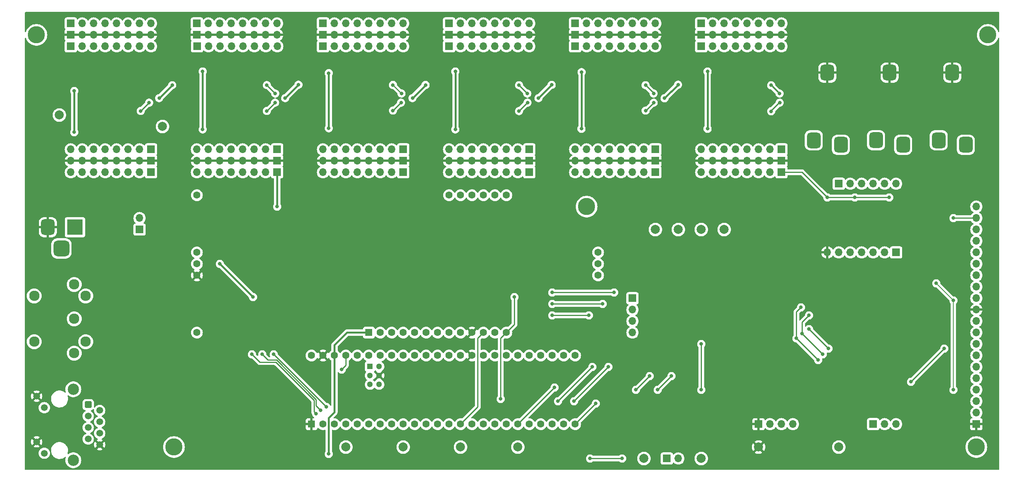
<source format=gbr>
%TF.SameCoordinates,Original*%
%TF.FileFunction,Copper,L2,Bot*%
%TF.FilePolarity,Positive*%
%FSLAX46Y46*%
G04 Gerber Fmt 4.6, Leading zero omitted, Abs format (unit mm)*
G04 Created by KiCad (PCBNEW (7.0.0)) date 2023-11-17 04:08:32*
%MOMM*%
%LPD*%
G01*
G04 APERTURE LIST*
G04 Aperture macros list*
%AMRoundRect*
0 Rectangle with rounded corners*
0 $1 Rounding radius*
0 $2 $3 $4 $5 $6 $7 $8 $9 X,Y pos of 4 corners*
0 Add a 4 corners polygon primitive as box body*
4,1,4,$2,$3,$4,$5,$6,$7,$8,$9,$2,$3,0*
0 Add four circle primitives for the rounded corners*
1,1,$1+$1,$2,$3*
1,1,$1+$1,$4,$5*
1,1,$1+$1,$6,$7*
1,1,$1+$1,$8,$9*
0 Add four rect primitives between the rounded corners*
20,1,$1+$1,$2,$3,$4,$5,0*
20,1,$1+$1,$4,$5,$6,$7,0*
20,1,$1+$1,$6,$7,$8,$9,0*
20,1,$1+$1,$8,$9,$2,$3,0*%
G04 Aperture macros list end*
%TA.AperFunction,ComponentPad*%
%ADD10R,3.500000X3.500000*%
%TD*%
%TA.AperFunction,ComponentPad*%
%ADD11RoundRect,0.750000X-0.750000X-1.000000X0.750000X-1.000000X0.750000X1.000000X-0.750000X1.000000X0*%
%TD*%
%TA.AperFunction,ComponentPad*%
%ADD12RoundRect,0.875000X-0.875000X-0.875000X0.875000X-0.875000X0.875000X0.875000X-0.875000X0.875000X0*%
%TD*%
%TA.AperFunction,ComponentPad*%
%ADD13R,1.700000X1.700000*%
%TD*%
%TA.AperFunction,ComponentPad*%
%ADD14O,1.700000X1.700000*%
%TD*%
%TA.AperFunction,ComponentPad*%
%ADD15C,2.000000*%
%TD*%
%TA.AperFunction,ComponentPad*%
%ADD16R,1.600000X1.600000*%
%TD*%
%TA.AperFunction,ComponentPad*%
%ADD17C,1.600000*%
%TD*%
%TA.AperFunction,ComponentPad*%
%ADD18C,1.300000*%
%TD*%
%TA.AperFunction,ComponentPad*%
%ADD19R,1.300000X1.300000*%
%TD*%
%TA.AperFunction,ComponentPad*%
%ADD20C,2.600000*%
%TD*%
%TA.AperFunction,ConnectorPad*%
%ADD21C,3.800000*%
%TD*%
%TA.AperFunction,ComponentPad*%
%ADD22C,2.300000*%
%TD*%
%TA.AperFunction,ComponentPad*%
%ADD23RoundRect,0.250500X-0.499500X0.499500X-0.499500X-0.499500X0.499500X-0.499500X0.499500X0.499500X0*%
%TD*%
%TA.AperFunction,ComponentPad*%
%ADD24C,1.500000*%
%TD*%
%TA.AperFunction,ComponentPad*%
%ADD25C,2.500000*%
%TD*%
%TA.AperFunction,ViaPad*%
%ADD26C,0.800000*%
%TD*%
%TA.AperFunction,Conductor*%
%ADD27C,0.400000*%
%TD*%
%TA.AperFunction,Conductor*%
%ADD28C,0.250000*%
%TD*%
%TA.AperFunction,Conductor*%
%ADD29C,0.300000*%
%TD*%
%TA.AperFunction,Conductor*%
%ADD30C,0.200000*%
%TD*%
G04 APERTURE END LIST*
D10*
%TO.P,J1,1,VOUT*%
%TO.N,Net-(J1-VOUT)*%
X54257499Y-88391999D03*
D11*
%TO.P,J1,2,GND*%
%TO.N,GND*%
X48257500Y-88392000D03*
D12*
%TO.P,J1,3*%
%TO.N,N/C*%
X51257500Y-93092000D03*
%TD*%
D13*
%TO.P,J17,1,Pin_1*%
%TO.N,GND*%
X81279999Y-45719999D03*
D14*
%TO.P,J17,2,Pin_2*%
X83819999Y-45719999D03*
%TO.P,J17,3,Pin_3*%
X86359999Y-45719999D03*
%TO.P,J17,4,Pin_4*%
X88899999Y-45719999D03*
%TO.P,J17,5,Pin_5*%
X91439999Y-45719999D03*
%TO.P,J17,6,Pin_6*%
X93979999Y-45719999D03*
%TO.P,J17,7,Pin_7*%
X96519999Y-45719999D03*
%TO.P,J17,8,Pin_8*%
X99059999Y-45719999D03*
%TD*%
D13*
%TO.P,J38,1,Pin_1*%
%TO.N,Net-(J38-Pin_1)*%
X182879999Y-71119999D03*
D14*
%TO.P,J38,2,Pin_2*%
%TO.N,Net-(J38-Pin_2)*%
X180339999Y-71119999D03*
%TO.P,J38,3,Pin_3*%
%TO.N,Net-(J38-Pin_3)*%
X177799999Y-71119999D03*
%TO.P,J38,4,Pin_4*%
%TO.N,Net-(J38-Pin_4)*%
X175259999Y-71119999D03*
%TO.P,J38,5,Pin_5*%
%TO.N,Net-(J38-Pin_5)*%
X172719999Y-71119999D03*
%TO.P,J38,6,Pin_6*%
%TO.N,Net-(J38-Pin_6)*%
X170179999Y-71119999D03*
%TO.P,J38,7,Pin_7*%
%TO.N,Net-(J38-Pin_7)*%
X167639999Y-71119999D03*
%TO.P,J38,8,Pin_8*%
%TO.N,Net-(J38-Pin_8)*%
X165099999Y-71119999D03*
%TD*%
D13*
%TO.P,J18,1,Pin_1*%
%TO.N,Net-(J18-Pin_1)*%
X99059999Y-76199999D03*
D14*
%TO.P,J18,2,Pin_2*%
X96519999Y-76199999D03*
%TO.P,J18,3,Pin_3*%
X93979999Y-76199999D03*
%TO.P,J18,4,Pin_4*%
X91439999Y-76199999D03*
%TO.P,J18,5,Pin_5*%
X88899999Y-76199999D03*
%TO.P,J18,6,Pin_6*%
X86359999Y-76199999D03*
%TO.P,J18,7,Pin_7*%
X83819999Y-76199999D03*
%TO.P,J18,8,Pin_8*%
X81279999Y-76199999D03*
%TD*%
D13*
%TO.P,J29,1,Pin_1*%
%TO.N,GND*%
X137159999Y-45719999D03*
D14*
%TO.P,J29,2,Pin_2*%
X139699999Y-45719999D03*
%TO.P,J29,3,Pin_3*%
X142239999Y-45719999D03*
%TO.P,J29,4,Pin_4*%
X144779999Y-45719999D03*
%TO.P,J29,5,Pin_5*%
X147319999Y-45719999D03*
%TO.P,J29,6,Pin_6*%
X149859999Y-45719999D03*
%TO.P,J29,7,Pin_7*%
X152399999Y-45719999D03*
%TO.P,J29,8,Pin_8*%
X154939999Y-45719999D03*
%TD*%
D15*
%TO.P,TP14,1,1*%
%TO.N,Net-(U1-S2)*%
X193040000Y-88900000D03*
%TD*%
D16*
%TO.P,U7,1,GND*%
%TO.N,GND*%
X106679999Y-132079999D03*
D17*
%TO.P,U7,2,0_CS1_D7*%
%TO.N,Net-(U7-0_CS1_D7)*%
X109220000Y-132080000D03*
%TO.P,U7,3,1_MISO1_D6*%
%TO.N,Net-(U7-1_MISO1_D6)*%
X111760000Y-132080000D03*
%TO.P,U7,4,2_OUT2_D5*%
%TO.N,Net-(U7-2_OUT2_D5)*%
X114300000Y-132080000D03*
%TO.P,U7,5,3_LRCLK2_D4*%
%TO.N,Net-(U7-3_LRCLK2_D4)*%
X116840000Y-132080000D03*
%TO.P,U7,6,4_BCLK2_D3*%
%TO.N,Net-(D1-A)*%
X119380000Y-132080000D03*
%TO.P,U7,7,5_IN2_D2*%
%TO.N,Net-(D2-A)*%
X121920000Y-132080000D03*
%TO.P,U7,8,6_OUT1D_D1*%
%TO.N,Net-(U12-IRQ)*%
X124460000Y-132080000D03*
%TO.P,U7,9,7_OUT1A_D0*%
%TO.N,Net-(U12-LITE)*%
X127000000Y-132080000D03*
%TO.P,U7,10,8_IN1_GPUEN*%
%TO.N,Net-(D3-A)*%
X129540000Y-132080000D03*
%TO.P,U7,11,9_OUT1C_GPUOK*%
%TO.N,Net-(U12-RESET)*%
X132080000Y-132080000D03*
%TO.P,U7,12,10_CS*%
%TO.N,Net-(U12-D{slash}C)*%
X134620000Y-132080000D03*
%TO.P,U7,13,11_MOSI*%
%TO.N,Net-(U7-11_MOSI)*%
X137160000Y-132080000D03*
%TO.P,U7,14,12_MISO*%
%TO.N,Net-(U7-12_MISO)*%
X139700000Y-132080000D03*
%TO.P,U7,15,3.3V*%
%TO.N,unconnected-(U7-3.3V-Pad15)*%
X142240000Y-132080000D03*
%TO.P,U7,16,24_SCL2_A10*%
%TO.N,Net-(U12-SCL)*%
X144780000Y-132080000D03*
%TO.P,U7,17,25_SDA2_A11*%
%TO.N,Net-(U12-SDA)*%
X147320000Y-132080000D03*
%TO.P,U7,18,26_MOSI1_TFTRST*%
%TO.N,Net-(D4-A)*%
X149860000Y-132080000D03*
%TO.P,U7,19,27_SCK1_A13_TFCARDCS*%
%TO.N,Net-(U12-CS)*%
X152400000Y-132080000D03*
%TO.P,U7,20,28_RX7*%
%TO.N,Net-(U7-28_RX7)*%
X154940000Y-132080000D03*
%TO.P,U7,21,29_TX7*%
%TO.N,Net-(U7-29_TX7)*%
X157480000Y-132080000D03*
%TO.P,U7,22,30_CRX3*%
%TO.N,Net-(U7-30_CRX3)*%
X160020000Y-132080000D03*
%TO.P,U7,23,31_CTX3*%
%TO.N,Net-(U7-31_CTX3)*%
X162560000Y-132080000D03*
%TO.P,U7,24,32_OUT1B*%
%TO.N,Net-(D5-A)*%
X165100000Y-132080000D03*
D18*
%TO.P,U7,25,RX-*%
%TO.N,/RD-*%
X121650000Y-119278400D03*
D19*
%TO.P,U7,26,RX+*%
%TO.N,/RD+*%
X119649999Y-119278399D03*
D18*
%TO.P,U7,27,LED*%
%TO.N,Net-(J2-LEDG_A)*%
X119650000Y-121278400D03*
%TO.P,U7,28,GND*%
%TO.N,GND*%
X121650000Y-121278400D03*
%TO.P,U7,29,TX-*%
%TO.N,/TD-*%
X119650000Y-123278400D03*
%TO.P,U7,30,TX+*%
%TO.N,/TD+*%
X121650000Y-123278400D03*
D17*
%TO.P,U7,31,33_MCLK2_L0*%
%TO.N,Net-(J47-Pin_1)*%
X165100000Y-116840000D03*
%TO.P,U7,32,34_RC8_L1*%
%TO.N,Net-(J47-Pin_2)*%
X162560000Y-116840000D03*
%TO.P,U7,33,35_TX8_L2*%
%TO.N,Net-(U1-S3)*%
X160020000Y-116840000D03*
%TO.P,U7,34,36_CS_L3*%
%TO.N,Net-(U1-S2)*%
X157480000Y-116840000D03*
%TO.P,U7,35,37_CS_L4*%
%TO.N,Net-(U1-S1)*%
X154940000Y-116840000D03*
%TO.P,U7,36,38_A14_L5*%
%TO.N,Net-(U1-S0)*%
X152400000Y-116840000D03*
%TO.P,U7,37,39_A15_L6*%
%TO.N,Net-(U7-39_A15_L6)*%
X149860000Y-116840000D03*
%TO.P,U7,38,40_A16_L7*%
%TO.N,Net-(U7-40_A16_L7)*%
X147320000Y-116840000D03*
%TO.P,U7,39,41_A17*%
%TO.N,Net-(U7-41_A17)*%
X144780000Y-116840000D03*
%TO.P,U7,40,GND*%
%TO.N,GND*%
X142240000Y-116840000D03*
%TO.P,U7,41,13_SCK*%
%TO.N,Net-(U7-13_SCK)*%
X139700000Y-116840000D03*
%TO.P,U7,42,14_A0*%
%TO.N,Net-(U7-14_A0)*%
X137160000Y-116840000D03*
%TO.P,U7,43,15_A1*%
%TO.N,Net-(U7-15_A1)*%
X134620000Y-116840000D03*
%TO.P,U7,44,16_A2*%
%TO.N,Net-(U7-16_A2)*%
X132080000Y-116840000D03*
%TO.P,U7,45,17_A3*%
%TO.N,Net-(U7-17_A3)*%
X129540000Y-116840000D03*
%TO.P,U7,46,18_SDA_A4*%
%TO.N,Net-(U7-18_SDA_A4)*%
X127000000Y-116840000D03*
%TO.P,U7,47,19_SCL_A5*%
%TO.N,Net-(U7-19_SCL_A5)*%
X124460000Y-116840000D03*
%TO.P,U7,48,20_A6_TP0*%
%TO.N,Net-(D6-A)*%
X121920000Y-116840000D03*
%TO.P,U7,49,21_A7_TP1*%
%TO.N,Net-(D7-A)*%
X119380000Y-116840000D03*
%TO.P,U7,50,22_A8_TP2*%
%TO.N,Net-(U7-22_A8_TP2)*%
X116840000Y-116840000D03*
%TO.P,U7,51,23_A9_TP3*%
%TO.N,Net-(J2-LEDY_A)*%
X114300000Y-116840000D03*
%TO.P,U7,52,3.3VOUT*%
%TO.N,Net-(J48-Pin_1)*%
X111760000Y-116840000D03*
%TO.P,U7,53,GND*%
%TO.N,GND*%
X109220000Y-116840000D03*
%TO.P,U7,54,5VI/O*%
%TO.N,Net-(U7-5VI{slash}O)*%
X106680000Y-116840000D03*
%TD*%
D15*
%TO.P,TP22,1,1*%
%TO.N,Net-(J48-Pin_1)*%
X223520000Y-137160000D03*
%TD*%
D20*
%TO.P,H1,1*%
%TO.N,N/C*%
X45720000Y-45720000D03*
D21*
X45720000Y-45720000D03*
%TD*%
D13*
%TO.P,J19,1,Pin_1*%
%TO.N,Net-(J18-Pin_1)*%
X81279999Y-43179999D03*
D14*
%TO.P,J19,2,Pin_2*%
X83819999Y-43179999D03*
%TO.P,J19,3,Pin_3*%
X86359999Y-43179999D03*
%TO.P,J19,4,Pin_4*%
X88899999Y-43179999D03*
%TO.P,J19,5,Pin_5*%
X91439999Y-43179999D03*
%TO.P,J19,6,Pin_6*%
X93979999Y-43179999D03*
%TO.P,J19,7,Pin_7*%
X96519999Y-43179999D03*
%TO.P,J19,8,Pin_8*%
X99059999Y-43179999D03*
%TD*%
D13*
%TO.P,U12,1,GND*%
%TO.N,GND*%
X253999999Y-132079999D03*
D14*
%TO.P,U12,2,Vin_3.3V*%
%TO.N,Net-(J48-Pin_1)*%
X253999999Y-129539999D03*
%TO.P,U12,3,3Vo*%
%TO.N,Net-(U12-3Vo)*%
X253999999Y-126999999D03*
%TO.P,U12,4,CLK*%
%TO.N,Net-(J47-Pin_5)*%
X253999999Y-124459999D03*
%TO.P,U12,5,MISO*%
%TO.N,Net-(J47-Pin_4)*%
X253999999Y-121919999D03*
%TO.P,U12,6,MOSI*%
%TO.N,Net-(J47-Pin_6)*%
X253999999Y-119379999D03*
%TO.P,U12,7,CS*%
%TO.N,Net-(U12-CS)*%
X253999999Y-116839999D03*
%TO.P,U12,8,D/C*%
%TO.N,Net-(U12-D{slash}C)*%
X253999999Y-114299999D03*
%TO.P,U12,9,RESET*%
%TO.N,Net-(U12-RESET)*%
X253999999Y-111759999D03*
%TO.P,U12,10,LITE*%
%TO.N,Net-(U12-LITE)*%
X253999999Y-109219999D03*
%TO.P,U12,11,GND*%
%TO.N,GND*%
X253999999Y-106679999D03*
%TO.P,U12,12,IRQ*%
%TO.N,Net-(U12-IRQ)*%
X253999999Y-104139999D03*
%TO.P,U12,13,SDA*%
%TO.N,Net-(U12-SDA)*%
X253999999Y-101599999D03*
%TO.P,U12,14,SCL*%
%TO.N,Net-(U12-SCL)*%
X253999999Y-99059999D03*
%TO.P,U12,15,IM3*%
%TO.N,Net-(U12-3Vo)*%
X253999999Y-96519999D03*
%TO.P,U12,16,IM2*%
X253999999Y-93979999D03*
%TO.P,U12,17,IM1*%
X253999999Y-91439999D03*
%TO.P,U12,18,IM0*%
%TO.N,unconnected-(U12-IM0-Pad18)*%
X253999999Y-88899999D03*
%TO.P,U12,19,CARD_CS*%
%TO.N,Net-(J47-Pin_1)*%
X253999999Y-86359999D03*
%TO.P,U12,20,CARD_Detect*%
%TO.N,Net-(J47-Pin_2)*%
X253999999Y-83819999D03*
%TD*%
D13*
%TO.P,J4,1,Pin_1*%
%TO.N,Net-(J4-Pin_1)*%
X71119999Y-76199999D03*
D14*
%TO.P,J4,2,Pin_2*%
X68579999Y-76199999D03*
%TO.P,J4,3,Pin_3*%
X66039999Y-76199999D03*
%TO.P,J4,4,Pin_4*%
X63499999Y-76199999D03*
%TO.P,J4,5,Pin_5*%
X60959999Y-76199999D03*
%TO.P,J4,6,Pin_6*%
X58419999Y-76199999D03*
%TO.P,J4,7,Pin_7*%
X55879999Y-76199999D03*
%TO.P,J4,8,Pin_8*%
X53339999Y-76199999D03*
%TD*%
D15*
%TO.P,TP19,1,1*%
%TO.N,Net-(J8-Pin_1)*%
X73660000Y-66040000D03*
%TD*%
D13*
%TO.P,J32,1,Pin_1*%
%TO.N,Net-(J32-Pin_1)*%
X154939999Y-71119999D03*
D14*
%TO.P,J32,2,Pin_2*%
%TO.N,Net-(J32-Pin_2)*%
X152399999Y-71119999D03*
%TO.P,J32,3,Pin_3*%
%TO.N,Net-(J32-Pin_3)*%
X149859999Y-71119999D03*
%TO.P,J32,4,Pin_4*%
%TO.N,Net-(J32-Pin_4)*%
X147319999Y-71119999D03*
%TO.P,J32,5,Pin_5*%
%TO.N,Net-(J32-Pin_5)*%
X144779999Y-71119999D03*
%TO.P,J32,6,Pin_6*%
%TO.N,Net-(J32-Pin_6)*%
X142239999Y-71119999D03*
%TO.P,J32,7,Pin_7*%
%TO.N,Net-(J32-Pin_7)*%
X139699999Y-71119999D03*
%TO.P,J32,8,Pin_8*%
%TO.N,Net-(J32-Pin_8)*%
X137159999Y-71119999D03*
%TD*%
D20*
%TO.P,H2,1*%
%TO.N,N/C*%
X76200000Y-137160000D03*
D21*
X76200000Y-137160000D03*
%TD*%
D15*
%TO.P,TP12,1,1*%
%TO.N,Net-(U1-S0)*%
X182880000Y-88900000D03*
%TD*%
D13*
%TO.P,J31,1,Pin_1*%
%TO.N,Net-(J30-Pin_1)*%
X137159999Y-43179999D03*
D14*
%TO.P,J31,2,Pin_2*%
X139699999Y-43179999D03*
%TO.P,J31,3,Pin_3*%
X142239999Y-43179999D03*
%TO.P,J31,4,Pin_4*%
X144779999Y-43179999D03*
%TO.P,J31,5,Pin_5*%
X147319999Y-43179999D03*
%TO.P,J31,6,Pin_6*%
X149859999Y-43179999D03*
%TO.P,J31,7,Pin_7*%
X152399999Y-43179999D03*
%TO.P,J31,8,Pin_8*%
X154939999Y-43179999D03*
%TD*%
D13*
%TO.P,J35,1,Pin_1*%
%TO.N,GND*%
X165099999Y-45719999D03*
D14*
%TO.P,J35,2,Pin_2*%
X167639999Y-45719999D03*
%TO.P,J35,3,Pin_3*%
X170179999Y-45719999D03*
%TO.P,J35,4,Pin_4*%
X172719999Y-45719999D03*
%TO.P,J35,5,Pin_5*%
X175259999Y-45719999D03*
%TO.P,J35,6,Pin_6*%
X177799999Y-45719999D03*
%TO.P,J35,7,Pin_7*%
X180339999Y-45719999D03*
%TO.P,J35,8,Pin_8*%
X182879999Y-45719999D03*
%TD*%
D13*
%TO.P,J41,1,Pin_1*%
%TO.N,GND*%
X193039999Y-45719999D03*
D14*
%TO.P,J41,2,Pin_2*%
X195579999Y-45719999D03*
%TO.P,J41,3,Pin_3*%
X198119999Y-45719999D03*
%TO.P,J41,4,Pin_4*%
X200659999Y-45719999D03*
%TO.P,J41,5,Pin_5*%
X203199999Y-45719999D03*
%TO.P,J41,6,Pin_6*%
X205739999Y-45719999D03*
%TO.P,J41,7,Pin_7*%
X208279999Y-45719999D03*
%TO.P,J41,8,Pin_8*%
X210819999Y-45719999D03*
%TD*%
D13*
%TO.P,J25,1,Pin_1*%
%TO.N,Net-(J24-Pin_1)*%
X109219999Y-43179999D03*
D14*
%TO.P,J25,2,Pin_2*%
X111759999Y-43179999D03*
%TO.P,J25,3,Pin_3*%
X114299999Y-43179999D03*
%TO.P,J25,4,Pin_4*%
X116839999Y-43179999D03*
%TO.P,J25,5,Pin_5*%
X119379999Y-43179999D03*
%TO.P,J25,6,Pin_6*%
X121919999Y-43179999D03*
%TO.P,J25,7,Pin_7*%
X124459999Y-43179999D03*
%TO.P,J25,8,Pin_8*%
X126999999Y-43179999D03*
%TD*%
D20*
%TO.P,H3,1*%
%TO.N,N/C*%
X254000000Y-137160000D03*
D21*
X254000000Y-137160000D03*
%TD*%
D13*
%TO.P,J21,1,Pin_1*%
%TO.N,Net-(J21-Pin_1)*%
X81309999Y-48259999D03*
D14*
%TO.P,J21,2,Pin_2*%
%TO.N,Net-(J21-Pin_2)*%
X83849999Y-48259999D03*
%TO.P,J21,3,Pin_3*%
%TO.N,Net-(J21-Pin_3)*%
X86389999Y-48259999D03*
%TO.P,J21,4,Pin_4*%
%TO.N,Net-(J21-Pin_4)*%
X88929999Y-48259999D03*
%TO.P,J21,5,Pin_5*%
%TO.N,Net-(J21-Pin_5)*%
X91469999Y-48259999D03*
%TO.P,J21,6,Pin_6*%
%TO.N,Net-(J21-Pin_6)*%
X94009999Y-48259999D03*
%TO.P,J21,7,Pin_7*%
%TO.N,Net-(J21-Pin_7)*%
X96549999Y-48259999D03*
%TO.P,J21,8,Pin_8*%
%TO.N,Net-(J21-Pin_8)*%
X99089999Y-48259999D03*
%TD*%
D13*
%TO.P,J42,1,Pin_1*%
%TO.N,Net-(J42-Pin_1)*%
X210819999Y-76199999D03*
D14*
%TO.P,J42,2,Pin_2*%
X208279999Y-76199999D03*
%TO.P,J42,3,Pin_3*%
X205739999Y-76199999D03*
%TO.P,J42,4,Pin_4*%
X203199999Y-76199999D03*
%TO.P,J42,5,Pin_5*%
X200659999Y-76199999D03*
%TO.P,J42,6,Pin_6*%
X198119999Y-76199999D03*
%TO.P,J42,7,Pin_7*%
X195579999Y-76199999D03*
%TO.P,J42,8,Pin_8*%
X193039999Y-76199999D03*
%TD*%
D16*
%TO.P,U9,1,v33d*%
%TO.N,Net-(J48-Pin_1)*%
X119379999Y-111759999D03*
D17*
%TO.P,U9,2,x0*%
%TO.N,Net-(D7-A)*%
X121920000Y-111760000D03*
%TO.P,U9,3,x1*%
%TO.N,Net-(D6-A)*%
X124460000Y-111760000D03*
%TO.P,U9,4,x2*%
%TO.N,Net-(U7-19_SCL_A5)*%
X127000000Y-111760000D03*
%TO.P,U9,5,x3*%
%TO.N,Net-(U7-18_SDA_A4)*%
X129540000Y-111760000D03*
%TO.P,U9,6,x4*%
%TO.N,Net-(U7-17_A3)*%
X132080000Y-111760000D03*
%TO.P,U9,7,x5*%
%TO.N,Net-(U7-16_A2)*%
X134620000Y-111760000D03*
%TO.P,U9,8,x6*%
%TO.N,Net-(U7-15_A1)*%
X137160000Y-111760000D03*
%TO.P,U9,9,x7*%
%TO.N,Net-(U7-14_A0)*%
X139700000Y-111760000D03*
%TO.P,U9,10,gnd*%
%TO.N,GND*%
X142240000Y-111760000D03*
%TO.P,U9,11,dout*%
%TO.N,Net-(U7-12_MISO)*%
X144780000Y-111760000D03*
%TO.P,U9,12,sclk*%
%TO.N,Net-(U7-13_SCK)*%
X147320000Y-111760000D03*
%TO.P,U9,13,din*%
%TO.N,Net-(U7-11_MOSI)*%
X149860000Y-111760000D03*
%TO.P,U9,14,x8*%
%TO.N,Net-(U7-39_A15_L6)*%
X170180000Y-99060000D03*
%TO.P,U9,15,x9*%
%TO.N,Net-(U7-40_A16_L7)*%
X170180000Y-96520000D03*
%TO.P,U9,16,x10*%
%TO.N,Net-(U7-41_A17)*%
X170180000Y-93980000D03*
%TO.P,U9,17,ain5*%
%TO.N,Net-(U6-COM)*%
X149860000Y-81280000D03*
%TO.P,U9,18,ain4*%
%TO.N,Net-(U5-COM)*%
X147320000Y-81280000D03*
%TO.P,U9,19,ain3*%
%TO.N,Net-(U4-COM)*%
X144780000Y-81280000D03*
%TO.P,U9,20,ain2*%
%TO.N,Net-(U3-COM)*%
X142240000Y-81280000D03*
%TO.P,U9,21,ain1*%
%TO.N,Net-(U2-COM)*%
X139700000Y-81280000D03*
%TO.P,U9,22,ain0*%
%TO.N,Net-(U1-COM)*%
X137160000Y-81280000D03*
%TO.P,U9,23,nc0*%
%TO.N,unconnected-(U9-nc0-Pad23)*%
X81280000Y-81280000D03*
%TO.P,U9,24,v33a*%
%TO.N,Net-(J18-Pin_1)*%
X81280000Y-93980000D03*
%TO.P,U9,25,v5*%
%TO.N,+5V*%
X81280000Y-96520000D03*
%TO.P,U9,26,gnd*%
%TO.N,GND*%
X81280000Y-99060000D03*
%TO.P,U9,27,nc1*%
%TO.N,unconnected-(U9-nc1-Pad27)*%
X81280000Y-111760000D03*
%TD*%
D13*
%TO.P,J30,1,Pin_1*%
%TO.N,Net-(J30-Pin_1)*%
X154939999Y-76199999D03*
D14*
%TO.P,J30,2,Pin_2*%
X152399999Y-76199999D03*
%TO.P,J30,3,Pin_3*%
X149859999Y-76199999D03*
%TO.P,J30,4,Pin_4*%
X147319999Y-76199999D03*
%TO.P,J30,5,Pin_5*%
X144779999Y-76199999D03*
%TO.P,J30,6,Pin_6*%
X142239999Y-76199999D03*
%TO.P,J30,7,Pin_7*%
X139699999Y-76199999D03*
%TO.P,J30,8,Pin_8*%
X137159999Y-76199999D03*
%TD*%
D13*
%TO.P,J40,1,Pin_1*%
%TO.N,GND*%
X210819999Y-73659999D03*
D14*
%TO.P,J40,2,Pin_2*%
X208279999Y-73659999D03*
%TO.P,J40,3,Pin_3*%
X205739999Y-73659999D03*
%TO.P,J40,4,Pin_4*%
X203199999Y-73659999D03*
%TO.P,J40,5,Pin_5*%
X200659999Y-73659999D03*
%TO.P,J40,6,Pin_6*%
X198119999Y-73659999D03*
%TO.P,J40,7,Pin_7*%
X195579999Y-73659999D03*
%TO.P,J40,8,Pin_8*%
X193039999Y-73659999D03*
%TD*%
D20*
%TO.P,H5,1*%
%TO.N,N/C*%
X167640000Y-83820000D03*
D21*
X167640000Y-83820000D03*
%TD*%
D13*
%TO.P,J43,1,Pin_1*%
%TO.N,Net-(J42-Pin_1)*%
X193039999Y-43179999D03*
D14*
%TO.P,J43,2,Pin_2*%
X195579999Y-43179999D03*
%TO.P,J43,3,Pin_3*%
X198119999Y-43179999D03*
%TO.P,J43,4,Pin_4*%
X200659999Y-43179999D03*
%TO.P,J43,5,Pin_5*%
X203199999Y-43179999D03*
%TO.P,J43,6,Pin_6*%
X205739999Y-43179999D03*
%TO.P,J43,7,Pin_7*%
X208279999Y-43179999D03*
%TO.P,J43,8,Pin_8*%
X210819999Y-43179999D03*
%TD*%
D13*
%TO.P,J46,1,Pin_1*%
%TO.N,Net-(J46-Pin_1)*%
X223519999Y-78739999D03*
D14*
%TO.P,J46,2,Pin_2*%
%TO.N,Net-(J46-Pin_2)*%
X226059999Y-78739999D03*
%TO.P,J46,3,Pin_3*%
%TO.N,Net-(J46-Pin_3)*%
X228599999Y-78739999D03*
%TO.P,J46,4,Pin_4*%
%TO.N,Net-(J46-Pin_4)*%
X231139999Y-78739999D03*
%TO.P,J46,5,Pin_5*%
%TO.N,Net-(J46-Pin_5)*%
X233679999Y-78739999D03*
%TO.P,J46,6,Pin_6*%
%TO.N,Net-(J46-Pin_6)*%
X236219999Y-78739999D03*
%TD*%
D13*
%TO.P,J16,1,Pin_1*%
%TO.N,GND*%
X99059999Y-73659999D03*
D14*
%TO.P,J16,2,Pin_2*%
X96519999Y-73659999D03*
%TO.P,J16,3,Pin_3*%
X93979999Y-73659999D03*
%TO.P,J16,4,Pin_4*%
X91439999Y-73659999D03*
%TO.P,J16,5,Pin_5*%
X88899999Y-73659999D03*
%TO.P,J16,6,Pin_6*%
X86359999Y-73659999D03*
%TO.P,J16,7,Pin_7*%
X83819999Y-73659999D03*
%TO.P,J16,8,Pin_8*%
X81279999Y-73659999D03*
%TD*%
D13*
%TO.P,J26,1,Pin_1*%
%TO.N,Net-(J26-Pin_1)*%
X126999999Y-71119999D03*
D14*
%TO.P,J26,2,Pin_2*%
%TO.N,Net-(J26-Pin_2)*%
X124459999Y-71119999D03*
%TO.P,J26,3,Pin_3*%
%TO.N,Net-(J26-Pin_3)*%
X121919999Y-71119999D03*
%TO.P,J26,4,Pin_4*%
%TO.N,Net-(J26-Pin_4)*%
X119379999Y-71119999D03*
%TO.P,J26,5,Pin_5*%
%TO.N,Net-(J26-Pin_5)*%
X116839999Y-71119999D03*
%TO.P,J26,6,Pin_6*%
%TO.N,Net-(J26-Pin_6)*%
X114299999Y-71119999D03*
%TO.P,J26,7,Pin_7*%
%TO.N,Net-(J26-Pin_7)*%
X111759999Y-71119999D03*
%TO.P,J26,8,Pin_8*%
%TO.N,Net-(J26-Pin_8)*%
X109219999Y-71119999D03*
%TD*%
D15*
%TO.P,TP5,1,1*%
%TO.N,Net-(U1-COM)*%
X50800000Y-63500000D03*
%TD*%
D13*
%TO.P,J28,1,Pin_1*%
%TO.N,GND*%
X154939999Y-73659999D03*
D14*
%TO.P,J28,2,Pin_2*%
X152399999Y-73659999D03*
%TO.P,J28,3,Pin_3*%
X149859999Y-73659999D03*
%TO.P,J28,4,Pin_4*%
X147319999Y-73659999D03*
%TO.P,J28,5,Pin_5*%
X144779999Y-73659999D03*
%TO.P,J28,6,Pin_6*%
X142239999Y-73659999D03*
%TO.P,J28,7,Pin_7*%
X139699999Y-73659999D03*
%TO.P,J28,8,Pin_8*%
X137159999Y-73659999D03*
%TD*%
D15*
%TO.P,TP11,1,1*%
%TO.N,Net-(D4-A)*%
X152400000Y-137160000D03*
%TD*%
%TO.P,TP13,1,1*%
%TO.N,Net-(U1-S1)*%
X187960000Y-88900000D03*
%TD*%
%TO.P,TP15,1,1*%
%TO.N,Net-(U1-S3)*%
X198120000Y-88900000D03*
%TD*%
%TO.P,TP6,1,1*%
%TO.N,Net-(J10-Pin_2)*%
X193040000Y-139700000D03*
%TD*%
D11*
%TO.P,J14,S*%
%TO.N,GND*%
X234775000Y-54088000D03*
%TO.P,J14,T*%
%TO.N,Net-(J46-Pin_3)*%
X231775000Y-69088000D03*
%TO.P,J14,TN*%
%TO.N,Net-(J46-Pin_4)*%
X237775000Y-70088000D03*
%TD*%
D13*
%TO.P,J10,1,Pin_1*%
%TO.N,Net-(J10-Pin_1)*%
X185419999Y-139699999D03*
D14*
%TO.P,J10,2,Pin_2*%
%TO.N,Net-(J10-Pin_2)*%
X187959999Y-139699999D03*
%TD*%
D13*
%TO.P,J34,1,Pin_1*%
%TO.N,GND*%
X182879999Y-73659999D03*
D14*
%TO.P,J34,2,Pin_2*%
X180339999Y-73659999D03*
%TO.P,J34,3,Pin_3*%
X177799999Y-73659999D03*
%TO.P,J34,4,Pin_4*%
X175259999Y-73659999D03*
%TO.P,J34,5,Pin_5*%
X172719999Y-73659999D03*
%TO.P,J34,6,Pin_6*%
X170179999Y-73659999D03*
%TO.P,J34,7,Pin_7*%
X167639999Y-73659999D03*
%TO.P,J34,8,Pin_8*%
X165099999Y-73659999D03*
%TD*%
D13*
%TO.P,J47,1,Pin_1*%
%TO.N,Net-(J47-Pin_1)*%
X236219999Y-93979999D03*
D14*
%TO.P,J47,2,Pin_2*%
%TO.N,Net-(J47-Pin_2)*%
X233679999Y-93979999D03*
%TO.P,J47,3,Pin_3*%
%TO.N,Net-(J42-Pin_1)*%
X231139999Y-93979999D03*
%TO.P,J47,4,Pin_4*%
%TO.N,Net-(J47-Pin_4)*%
X228599999Y-93979999D03*
%TO.P,J47,5,Pin_5*%
%TO.N,Net-(J47-Pin_5)*%
X226059999Y-93979999D03*
%TO.P,J47,6,Pin_6*%
%TO.N,Net-(J47-Pin_6)*%
X223519999Y-93979999D03*
%TO.P,J47,7,Pin_7*%
%TO.N,GND*%
X220979999Y-93979999D03*
%TD*%
D15*
%TO.P,TP8,1,1*%
%TO.N,Net-(D1-A)*%
X114300000Y-137160000D03*
%TD*%
%TO.P,TP10,1,1*%
%TO.N,Net-(D3-A)*%
X139700000Y-137160000D03*
%TD*%
D13*
%TO.P,J27,1,Pin_1*%
%TO.N,Net-(J27-Pin_1)*%
X109219999Y-48259999D03*
D14*
%TO.P,J27,2,Pin_2*%
%TO.N,Net-(J27-Pin_2)*%
X111759999Y-48259999D03*
%TO.P,J27,3,Pin_3*%
%TO.N,Net-(J27-Pin_3)*%
X114299999Y-48259999D03*
%TO.P,J27,4,Pin_4*%
%TO.N,Net-(J27-Pin_4)*%
X116839999Y-48259999D03*
%TO.P,J27,5,Pin_5*%
%TO.N,Net-(J27-Pin_5)*%
X119379999Y-48259999D03*
%TO.P,J27,6,Pin_6*%
%TO.N,Net-(J27-Pin_6)*%
X121919999Y-48259999D03*
%TO.P,J27,7,Pin_7*%
%TO.N,Net-(J27-Pin_7)*%
X124459999Y-48259999D03*
%TO.P,J27,8,Pin_8*%
%TO.N,Net-(J27-Pin_8)*%
X126999999Y-48259999D03*
%TD*%
D13*
%TO.P,J44,1,Pin_1*%
%TO.N,Net-(J44-Pin_1)*%
X210819999Y-71119999D03*
D14*
%TO.P,J44,2,Pin_2*%
%TO.N,Net-(J44-Pin_2)*%
X208279999Y-71119999D03*
%TO.P,J44,3,Pin_3*%
%TO.N,Net-(J44-Pin_3)*%
X205739999Y-71119999D03*
%TO.P,J44,4,Pin_4*%
%TO.N,Net-(J44-Pin_4)*%
X203199999Y-71119999D03*
%TO.P,J44,5,Pin_5*%
%TO.N,Net-(J44-Pin_5)*%
X200659999Y-71119999D03*
%TO.P,J44,6,Pin_6*%
%TO.N,Net-(J44-Pin_6)*%
X198119999Y-71119999D03*
%TO.P,J44,7,Pin_7*%
%TO.N,Net-(J44-Pin_7)*%
X195579999Y-71119999D03*
%TO.P,J44,8,Pin_8*%
%TO.N,Net-(J44-Pin_8)*%
X193039999Y-71119999D03*
%TD*%
D13*
%TO.P,J37,1,Pin_1*%
%TO.N,Net-(J36-Pin_1)*%
X165099999Y-43179999D03*
D14*
%TO.P,J37,2,Pin_2*%
X167639999Y-43179999D03*
%TO.P,J37,3,Pin_3*%
X170179999Y-43179999D03*
%TO.P,J37,4,Pin_4*%
X172719999Y-43179999D03*
%TO.P,J37,5,Pin_5*%
X175259999Y-43179999D03*
%TO.P,J37,6,Pin_6*%
X177799999Y-43179999D03*
%TO.P,J37,7,Pin_7*%
X180339999Y-43179999D03*
%TO.P,J37,8,Pin_8*%
X182879999Y-43179999D03*
%TD*%
D15*
%TO.P,TP7,1,1*%
%TO.N,Net-(J10-Pin_1)*%
X180340000Y-139700000D03*
%TD*%
D20*
%TO.P,H4,1*%
%TO.N,N/C*%
X256540000Y-45720000D03*
D21*
X256540000Y-45720000D03*
%TD*%
D13*
%TO.P,J3,1,Pin_1*%
%TO.N,GND*%
X205739999Y-132079999D03*
D14*
%TO.P,J3,2,Pin_2*%
%TO.N,unconnected-(J3-Pin_2-Pad2)*%
X208279999Y-132079999D03*
%TO.P,J3,3,Pin_3*%
%TO.N,unconnected-(J3-Pin_3-Pad3)*%
X210819999Y-132079999D03*
%TO.P,J3,4,Pin_4*%
%TO.N,unconnected-(J3-Pin_4-Pad4)*%
X213359999Y-132079999D03*
%TD*%
D13*
%TO.P,J11,1,Pin_1*%
%TO.N,unconnected-(J11-Pin_1-Pad1)*%
X177799999Y-104139999D03*
D14*
%TO.P,J11,2,Pin_2*%
%TO.N,unconnected-(J11-Pin_2-Pad2)*%
X177799999Y-106679999D03*
%TO.P,J11,3,Pin_3*%
%TO.N,unconnected-(J11-Pin_3-Pad3)*%
X177799999Y-109219999D03*
%TO.P,J11,4,Pin_4*%
%TO.N,unconnected-(J11-Pin_4-Pad4)*%
X177799999Y-111759999D03*
%TD*%
D13*
%TO.P,J33,1,Pin_1*%
%TO.N,Net-(J33-Pin_1)*%
X137159999Y-48259999D03*
D14*
%TO.P,J33,2,Pin_2*%
%TO.N,Net-(J33-Pin_2)*%
X139699999Y-48259999D03*
%TO.P,J33,3,Pin_3*%
%TO.N,Net-(J33-Pin_3)*%
X142239999Y-48259999D03*
%TO.P,J33,4,Pin_4*%
%TO.N,Net-(J33-Pin_4)*%
X144779999Y-48259999D03*
%TO.P,J33,5,Pin_5*%
%TO.N,Net-(J33-Pin_5)*%
X147319999Y-48259999D03*
%TO.P,J33,6,Pin_6*%
%TO.N,Net-(J33-Pin_6)*%
X149859999Y-48259999D03*
%TO.P,J33,7,Pin_7*%
%TO.N,Net-(J33-Pin_7)*%
X152399999Y-48259999D03*
%TO.P,J33,8,Pin_8*%
%TO.N,Net-(J33-Pin_8)*%
X154939999Y-48259999D03*
%TD*%
D13*
%TO.P,J9,1,Pin_1*%
%TO.N,Net-(J9-Pin_1)*%
X53339999Y-48259999D03*
D14*
%TO.P,J9,2,Pin_2*%
%TO.N,Net-(J9-Pin_2)*%
X55879999Y-48259999D03*
%TO.P,J9,3,Pin_3*%
%TO.N,Net-(J9-Pin_3)*%
X58419999Y-48259999D03*
%TO.P,J9,4,Pin_4*%
%TO.N,Net-(J9-Pin_4)*%
X60959999Y-48259999D03*
%TO.P,J9,5,Pin_5*%
%TO.N,Net-(J9-Pin_5)*%
X63499999Y-48259999D03*
%TO.P,J9,6,Pin_6*%
%TO.N,Net-(J9-Pin_6)*%
X66039999Y-48259999D03*
%TO.P,J9,7,Pin_7*%
%TO.N,Net-(J9-Pin_7)*%
X68579999Y-48259999D03*
%TO.P,J9,8,Pin_8*%
%TO.N,Net-(J9-Pin_8)*%
X71119999Y-48259999D03*
%TD*%
D13*
%TO.P,J23,1,Pin_1*%
%TO.N,GND*%
X109219999Y-45719999D03*
D14*
%TO.P,J23,2,Pin_2*%
X111759999Y-45719999D03*
%TO.P,J23,3,Pin_3*%
X114299999Y-45719999D03*
%TO.P,J23,4,Pin_4*%
X116839999Y-45719999D03*
%TO.P,J23,5,Pin_5*%
X119379999Y-45719999D03*
%TO.P,J23,6,Pin_6*%
X121919999Y-45719999D03*
%TO.P,J23,7,Pin_7*%
X124459999Y-45719999D03*
%TO.P,J23,8,Pin_8*%
X126999999Y-45719999D03*
%TD*%
D15*
%TO.P,TP9,1,1*%
%TO.N,Net-(D2-A)*%
X127000000Y-137160000D03*
%TD*%
D11*
%TO.P,J13,S*%
%TO.N,GND*%
X220980000Y-54100000D03*
%TO.P,J13,T*%
%TO.N,Net-(J46-Pin_1)*%
X217980000Y-69100000D03*
%TO.P,J13,TN*%
%TO.N,Net-(J46-Pin_2)*%
X223980000Y-70100000D03*
%TD*%
D13*
%TO.P,J22,1,Pin_1*%
%TO.N,GND*%
X126999999Y-73659999D03*
D14*
%TO.P,J22,2,Pin_2*%
X124459999Y-73659999D03*
%TO.P,J22,3,Pin_3*%
X121919999Y-73659999D03*
%TO.P,J22,4,Pin_4*%
X119379999Y-73659999D03*
%TO.P,J22,5,Pin_5*%
X116839999Y-73659999D03*
%TO.P,J22,6,Pin_6*%
X114299999Y-73659999D03*
%TO.P,J22,7,Pin_7*%
X111759999Y-73659999D03*
%TO.P,J22,8,Pin_8*%
X109219999Y-73659999D03*
%TD*%
D13*
%TO.P,J12,1,Pin_1*%
%TO.N,Net-(J12-Pin_1)*%
X68579999Y-88899999D03*
D14*
%TO.P,J12,2,Pin_2*%
%TO.N,+5V*%
X68579999Y-86359999D03*
%TD*%
D22*
%TO.P,U13,*%
%TO.N,*%
X45232000Y-113792000D03*
X45232000Y-103632000D03*
%TO.P,U13,1,NC1*%
%TO.N,unconnected-(U13-NC1-Pad1)*%
X54102000Y-116332000D03*
%TO.P,U13,2,GND*%
%TO.N,unconnected-(U13-GND-Pad2)*%
X54102000Y-108712000D03*
%TO.P,U13,3,NC3*%
%TO.N,unconnected-(U13-NC3-Pad3)*%
X54102000Y-101092000D03*
%TO.P,U13,4,VREF*%
%TO.N,Net-(U13-VREF)*%
X56642000Y-113792000D03*
%TO.P,U13,5,DATA*%
%TO.N,Net-(U13-DATA)*%
X56642000Y-103632000D03*
%TD*%
D13*
%TO.P,J20,1,Pin_1*%
%TO.N,Net-(J20-Pin_1)*%
X99059999Y-71119999D03*
D14*
%TO.P,J20,2,Pin_2*%
%TO.N,Net-(J20-Pin_2)*%
X96519999Y-71119999D03*
%TO.P,J20,3,Pin_3*%
%TO.N,Net-(J20-Pin_3)*%
X93979999Y-71119999D03*
%TO.P,J20,4,Pin_4*%
%TO.N,Net-(J20-Pin_4)*%
X91439999Y-71119999D03*
%TO.P,J20,5,Pin_5*%
%TO.N,Net-(J20-Pin_5)*%
X88899999Y-71119999D03*
%TO.P,J20,6,Pin_6*%
%TO.N,Net-(J20-Pin_6)*%
X86359999Y-71119999D03*
%TO.P,J20,7,Pin_7*%
%TO.N,Net-(J20-Pin_7)*%
X83819999Y-71119999D03*
%TO.P,J20,8,Pin_8*%
%TO.N,Net-(J20-Pin_8)*%
X81279999Y-71119999D03*
%TD*%
D13*
%TO.P,J24,1,Pin_1*%
%TO.N,Net-(J24-Pin_1)*%
X126999999Y-76199999D03*
D14*
%TO.P,J24,2,Pin_2*%
X124459999Y-76199999D03*
%TO.P,J24,3,Pin_3*%
X121919999Y-76199999D03*
%TO.P,J24,4,Pin_4*%
X119379999Y-76199999D03*
%TO.P,J24,5,Pin_5*%
X116839999Y-76199999D03*
%TO.P,J24,6,Pin_6*%
X114299999Y-76199999D03*
%TO.P,J24,7,Pin_7*%
X111759999Y-76199999D03*
%TO.P,J24,8,Pin_8*%
X109219999Y-76199999D03*
%TD*%
D13*
%TO.P,J48,1,Pin_1*%
%TO.N,Net-(J48-Pin_1)*%
X231139999Y-132079999D03*
D14*
%TO.P,J48,2,Pin_2*%
%TO.N,unconnected-(J48-Pin_2-Pad2)*%
X233679999Y-132079999D03*
%TO.P,J48,3,Pin_3*%
%TO.N,unconnected-(J48-Pin_3-Pad3)*%
X236219999Y-132079999D03*
%TD*%
D15*
%TO.P,TP21,1,1*%
%TO.N,GND*%
X205740000Y-137160000D03*
%TD*%
D13*
%TO.P,J8,1,Pin_1*%
%TO.N,Net-(J8-Pin_1)*%
X71119999Y-71119999D03*
D14*
%TO.P,J8,2,Pin_2*%
%TO.N,Net-(J8-Pin_2)*%
X68579999Y-71119999D03*
%TO.P,J8,3,Pin_3*%
%TO.N,Net-(J8-Pin_3)*%
X66039999Y-71119999D03*
%TO.P,J8,4,Pin_4*%
%TO.N,Net-(J8-Pin_4)*%
X63499999Y-71119999D03*
%TO.P,J8,5,Pin_5*%
%TO.N,Net-(J8-Pin_5)*%
X60959999Y-71119999D03*
%TO.P,J8,6,Pin_6*%
%TO.N,Net-(J8-Pin_6)*%
X58419999Y-71119999D03*
%TO.P,J8,7,Pin_7*%
%TO.N,Net-(J8-Pin_7)*%
X55879999Y-71119999D03*
%TO.P,J8,8,Pin_8*%
%TO.N,Net-(J8-Pin_8)*%
X53339999Y-71119999D03*
%TD*%
D13*
%TO.P,J36,1,Pin_1*%
%TO.N,Net-(J36-Pin_1)*%
X182879999Y-76199999D03*
D14*
%TO.P,J36,2,Pin_2*%
X180339999Y-76199999D03*
%TO.P,J36,3,Pin_3*%
X177799999Y-76199999D03*
%TO.P,J36,4,Pin_4*%
X175259999Y-76199999D03*
%TO.P,J36,5,Pin_5*%
X172719999Y-76199999D03*
%TO.P,J36,6,Pin_6*%
X170179999Y-76199999D03*
%TO.P,J36,7,Pin_7*%
X167639999Y-76199999D03*
%TO.P,J36,8,Pin_8*%
X165099999Y-76199999D03*
%TD*%
D23*
%TO.P,J2,1,TD+*%
%TO.N,/TD+*%
X57200000Y-127762000D03*
D24*
%TO.P,J2,2,TCT*%
%TO.N,Net-(J2-RCT)*%
X59740000Y-129032000D03*
%TO.P,J2,3,TD-*%
%TO.N,/TD-*%
X57200000Y-130302000D03*
%TO.P,J2,4,RD+*%
%TO.N,/RD+*%
X59740000Y-131572000D03*
%TO.P,J2,5,RCT*%
%TO.N,Net-(J2-RCT)*%
X57200000Y-132842000D03*
%TO.P,J2,6,RD-*%
%TO.N,/RD-*%
X59740000Y-134112000D03*
%TO.P,J2,7*%
%TO.N,N/C*%
X57200000Y-135382000D03*
%TO.P,J2,8,GND*%
%TO.N,GND*%
X59740000Y-136652000D03*
%TO.P,J2,9,LEDG_K*%
X45770000Y-125882000D03*
%TO.P,J2,10,LEDG_A*%
%TO.N,Net-(J2-LEDG_A)*%
X47470000Y-128422000D03*
%TO.P,J2,11,LEDY_K*%
%TO.N,GND*%
X45770000Y-135992000D03*
%TO.P,J2,12,LEDY_A*%
%TO.N,Net-(J2-LEDY_A)*%
X47470000Y-138532000D03*
D25*
%TO.P,J2,13*%
%TO.N,N/C*%
X53900000Y-124332000D03*
X53900000Y-140082000D03*
%TD*%
D13*
%TO.P,J7,1,Pin_1*%
%TO.N,GND*%
X53339999Y-45719999D03*
D14*
%TO.P,J7,2,Pin_2*%
X55879999Y-45719999D03*
%TO.P,J7,3,Pin_3*%
X58419999Y-45719999D03*
%TO.P,J7,4,Pin_4*%
X60959999Y-45719999D03*
%TO.P,J7,5,Pin_5*%
X63499999Y-45719999D03*
%TO.P,J7,6,Pin_6*%
X66039999Y-45719999D03*
%TO.P,J7,7,Pin_7*%
X68579999Y-45719999D03*
%TO.P,J7,8,Pin_8*%
X71119999Y-45719999D03*
%TD*%
D13*
%TO.P,J39,1,Pin_1*%
%TO.N,Net-(J39-Pin_1)*%
X165099999Y-48259999D03*
D14*
%TO.P,J39,2,Pin_2*%
%TO.N,Net-(J39-Pin_2)*%
X167639999Y-48259999D03*
%TO.P,J39,3,Pin_3*%
%TO.N,Net-(J39-Pin_3)*%
X170179999Y-48259999D03*
%TO.P,J39,4,Pin_4*%
%TO.N,Net-(J39-Pin_4)*%
X172719999Y-48259999D03*
%TO.P,J39,5,Pin_5*%
%TO.N,Net-(J39-Pin_5)*%
X175259999Y-48259999D03*
%TO.P,J39,6,Pin_6*%
%TO.N,Net-(J39-Pin_6)*%
X177799999Y-48259999D03*
%TO.P,J39,7,Pin_7*%
%TO.N,Net-(J39-Pin_7)*%
X180339999Y-48259999D03*
%TO.P,J39,8,Pin_8*%
%TO.N,Net-(J39-Pin_8)*%
X182879999Y-48259999D03*
%TD*%
D13*
%TO.P,J45,1,Pin_1*%
%TO.N,Net-(J45-Pin_1)*%
X193039999Y-48259999D03*
D14*
%TO.P,J45,2,Pin_2*%
%TO.N,Net-(J45-Pin_2)*%
X195579999Y-48259999D03*
%TO.P,J45,3,Pin_3*%
%TO.N,Net-(J45-Pin_3)*%
X198119999Y-48259999D03*
%TO.P,J45,4,Pin_4*%
%TO.N,Net-(J45-Pin_4)*%
X200659999Y-48259999D03*
%TO.P,J45,5,Pin_5*%
%TO.N,Net-(J45-Pin_5)*%
X203199999Y-48259999D03*
%TO.P,J45,6,Pin_6*%
%TO.N,Net-(J45-Pin_6)*%
X205739999Y-48259999D03*
%TO.P,J45,7,Pin_7*%
%TO.N,Net-(J45-Pin_7)*%
X208279999Y-48259999D03*
%TO.P,J45,8,Pin_8*%
%TO.N,Net-(J45-Pin_8)*%
X210819999Y-48259999D03*
%TD*%
D13*
%TO.P,J6,1,Pin_1*%
%TO.N,Net-(J4-Pin_1)*%
X53339999Y-43179999D03*
D14*
%TO.P,J6,2,Pin_2*%
X55879999Y-43179999D03*
%TO.P,J6,3,Pin_3*%
X58419999Y-43179999D03*
%TO.P,J6,4,Pin_4*%
X60959999Y-43179999D03*
%TO.P,J6,5,Pin_5*%
X63499999Y-43179999D03*
%TO.P,J6,6,Pin_6*%
X66039999Y-43179999D03*
%TO.P,J6,7,Pin_7*%
X68579999Y-43179999D03*
%TO.P,J6,8,Pin_8*%
X71119999Y-43179999D03*
%TD*%
D13*
%TO.P,J5,1,Pin_1*%
%TO.N,GND*%
X71119999Y-73659999D03*
D14*
%TO.P,J5,2,Pin_2*%
X68579999Y-73659999D03*
%TO.P,J5,3,Pin_3*%
X66039999Y-73659999D03*
%TO.P,J5,4,Pin_4*%
X63499999Y-73659999D03*
%TO.P,J5,5,Pin_5*%
X60959999Y-73659999D03*
%TO.P,J5,6,Pin_6*%
X58419999Y-73659999D03*
%TO.P,J5,7,Pin_7*%
X55879999Y-73659999D03*
%TO.P,J5,8,Pin_8*%
X53339999Y-73659999D03*
%TD*%
D11*
%TO.P,J15,S*%
%TO.N,GND*%
X248666000Y-54100000D03*
%TO.P,J15,T*%
%TO.N,Net-(J46-Pin_5)*%
X245666000Y-69100000D03*
%TO.P,J15,TN*%
%TO.N,Net-(J46-Pin_6)*%
X251666000Y-70100000D03*
%TD*%
D26*
%TO.N,+5V*%
X129057400Y-59750000D03*
X100838000Y-59750000D03*
X75819000Y-56870600D03*
X184912000Y-59766200D03*
X93726000Y-103886000D03*
X156972000Y-59750000D03*
X86360000Y-96520000D03*
X159893000Y-56794400D03*
X103784400Y-56769000D03*
X187909200Y-56769000D03*
X131953000Y-56819800D03*
X72923400Y-59750000D03*
%TO.N,Net-(U1-S1)*%
X208534000Y-62661800D03*
X98602800Y-60754800D03*
X68834000Y-62585600D03*
X152654000Y-62611000D03*
X210413600Y-60756800D03*
X70688200Y-60754800D03*
X180721000Y-62509400D03*
X182499000Y-60756800D03*
X126517400Y-60754800D03*
X154533600Y-60754800D03*
X124714000Y-62509400D03*
X96774000Y-62585600D03*
%TO.N,Net-(J4-Pin_1)*%
X54102000Y-67310000D03*
X54102000Y-58166000D03*
%TO.N,GND*%
X96520000Y-140462000D03*
X190246000Y-140716000D03*
X217678000Y-101600000D03*
X115570000Y-139700000D03*
X145796000Y-127000000D03*
X213106000Y-51816000D03*
X98552000Y-51816000D03*
X139700000Y-83820000D03*
X44450000Y-107950000D03*
X200660000Y-140462000D03*
X184658000Y-120396000D03*
X151892000Y-123698000D03*
X146050000Y-109982000D03*
X141224000Y-114300000D03*
X191770000Y-59690000D03*
X167640000Y-101600000D03*
X189357000Y-121158000D03*
X244602000Y-97536000D03*
X236982000Y-104902000D03*
X238506000Y-85344000D03*
X120650000Y-129286000D03*
X239522000Y-101600000D03*
X202819000Y-59689800D03*
X210820000Y-140462000D03*
X147574000Y-115316000D03*
X167640000Y-97866200D03*
X99060000Y-140462000D03*
X93980000Y-140462000D03*
X161163000Y-106680000D03*
X190500000Y-83820000D03*
X151892000Y-119634000D03*
X180848000Y-93472000D03*
X129540000Y-135128000D03*
X44450000Y-140970000D03*
X257810000Y-88900000D03*
X73660000Y-140462000D03*
X81026000Y-124714000D03*
X173990000Y-91440000D03*
X177292000Y-140716000D03*
X131318000Y-119888000D03*
X68580000Y-140462000D03*
X77978000Y-68580000D03*
X81280000Y-50546000D03*
X63500000Y-140462000D03*
X109982000Y-141224000D03*
X250952000Y-124460000D03*
X223520000Y-140970000D03*
X115570000Y-124714000D03*
X163576000Y-56896000D03*
X221488000Y-101600000D03*
X45720000Y-130810000D03*
X182880000Y-140716000D03*
X60960000Y-93980000D03*
X191770000Y-56896000D03*
X202692000Y-121158000D03*
X173736000Y-106680000D03*
X101600000Y-115697000D03*
X142240000Y-83820000D03*
X124460000Y-123190000D03*
X96520000Y-124714000D03*
X160020000Y-41910000D03*
X124460000Y-114300000D03*
X83820000Y-140462000D03*
X250444000Y-117983000D03*
X51308000Y-58166000D03*
X241300000Y-140970000D03*
X109220000Y-50546000D03*
X231144943Y-140945912D03*
X250952000Y-105918000D03*
X186690000Y-135636000D03*
X62738000Y-57912000D03*
X70612000Y-51816000D03*
X145796000Y-119634000D03*
X182880000Y-135636000D03*
X257810000Y-73660000D03*
X186436000Y-64770000D03*
X226060000Y-140970000D03*
X200660000Y-83820000D03*
X176530000Y-120777000D03*
X132080000Y-114300000D03*
X78740000Y-140462000D03*
X86360000Y-140462000D03*
X187960000Y-41910000D03*
X236220000Y-140970000D03*
X148590000Y-109982000D03*
X254000000Y-140970000D03*
X158242000Y-64770000D03*
X48260000Y-121920000D03*
X236982000Y-117983000D03*
X124460000Y-139700000D03*
X146050000Y-114300000D03*
X53340000Y-50546000D03*
X220980000Y-140970000D03*
X169672000Y-131826000D03*
X49784000Y-72644000D03*
X187960000Y-111760000D03*
X94488000Y-115062000D03*
X228600000Y-140970000D03*
X96520000Y-121412000D03*
X236982000Y-121666000D03*
X213360000Y-140462000D03*
X236982000Y-119761000D03*
X155067000Y-109982000D03*
X81026000Y-117983000D03*
X227838000Y-41910000D03*
X167894000Y-115570000D03*
X144780000Y-83820000D03*
X81280000Y-140462000D03*
X187960000Y-106680000D03*
X133858000Y-68580000D03*
X44450000Y-96520000D03*
X251460000Y-140970000D03*
X257810000Y-68580000D03*
X137033000Y-83820000D03*
X148590000Y-129540000D03*
X236982000Y-113157000D03*
X257810000Y-83820000D03*
X214122000Y-41910000D03*
X205740000Y-140462000D03*
X121920000Y-114300000D03*
X117398800Y-119075200D03*
X56896000Y-121412000D03*
X211074000Y-67564000D03*
X250444000Y-119761000D03*
X48260000Y-41910000D03*
X81280000Y-88900000D03*
X203200000Y-140462000D03*
X227330000Y-80264000D03*
X149860000Y-139700000D03*
X168402000Y-136652000D03*
X198120000Y-140462000D03*
X257810000Y-53340000D03*
X146050000Y-78740000D03*
X147320000Y-83820000D03*
X246380000Y-140970000D03*
X143510000Y-109982000D03*
X172212000Y-123952000D03*
X137160000Y-114300000D03*
X117856000Y-114300000D03*
X257810000Y-58420000D03*
X246761000Y-119761000D03*
X109220000Y-113792000D03*
X241808000Y-41910000D03*
X163830000Y-140716000D03*
X225552000Y-101600000D03*
X105664000Y-68580000D03*
X129540000Y-114300000D03*
X257810000Y-63500000D03*
X176784000Y-131318000D03*
X152400000Y-129540000D03*
X76200000Y-41910000D03*
X161290000Y-130048000D03*
X161163000Y-104140000D03*
X116840000Y-135128000D03*
X149860000Y-83820000D03*
X102616000Y-64770000D03*
X127000000Y-114300000D03*
X154686000Y-51816000D03*
X256540000Y-41910000D03*
X167132000Y-127508000D03*
X76200000Y-140462000D03*
X215900000Y-140462000D03*
X113665000Y-130175000D03*
X44450000Y-59690000D03*
X189738000Y-68580000D03*
X181102000Y-124206000D03*
X136144000Y-126492000D03*
X182880000Y-51816000D03*
X62738000Y-126746000D03*
X195580000Y-83820000D03*
X250444000Y-116205000D03*
X151892000Y-126492000D03*
X62738000Y-130810000D03*
X66040000Y-140462000D03*
X81280000Y-105664000D03*
X132080000Y-41910000D03*
X154940000Y-96520000D03*
X183642000Y-131826000D03*
X79502000Y-56896000D03*
X185928000Y-93472000D03*
X107442000Y-56896000D03*
X62738000Y-61722000D03*
X88900000Y-140462000D03*
X233680000Y-140970000D03*
X250952000Y-103378000D03*
X237998000Y-81788000D03*
X229870000Y-80518000D03*
X104140000Y-140462000D03*
X243840000Y-140970000D03*
X137160000Y-50546000D03*
X236982000Y-108458000D03*
X127000000Y-96520000D03*
X162052000Y-68580000D03*
X191008000Y-93472000D03*
X104140000Y-41910000D03*
X45974000Y-66040000D03*
X238760000Y-140970000D03*
X71120000Y-140462000D03*
X165100000Y-50546000D03*
X45720000Y-79502000D03*
X227076000Y-85598000D03*
X140970000Y-127508000D03*
X250952000Y-109093000D03*
X115570000Y-120650000D03*
X193040000Y-50292000D03*
X143510000Y-130556000D03*
X257810000Y-78740000D03*
X256540000Y-140970000D03*
X234188000Y-84328000D03*
X101600000Y-140462000D03*
X135636000Y-56896000D03*
X134620000Y-114300000D03*
X126746000Y-51816000D03*
X130302000Y-64770000D03*
X246761000Y-117983000D03*
X179959000Y-120777000D03*
X91440000Y-140462000D03*
X208280000Y-140462000D03*
X137160000Y-139700000D03*
X248920000Y-140970000D03*
X187960000Y-104140000D03*
X131318000Y-126492000D03*
X250952000Y-96520000D03*
X81026000Y-121412000D03*
%TO.N,Net-(J18-Pin_1)*%
X99060000Y-83820000D03*
X82550000Y-66675000D03*
X82562700Y-53835300D03*
%TO.N,Net-(J24-Pin_1)*%
X110490000Y-66421000D03*
X110493200Y-54206800D03*
%TO.N,Net-(U1-S2)*%
X208534000Y-56896000D03*
X126619000Y-58722800D03*
X98628200Y-58722800D03*
X210388200Y-58724800D03*
X180695600Y-56870600D03*
X96774000Y-56845200D03*
X154482800Y-58722800D03*
X182473600Y-58722800D03*
X124714000Y-56819800D03*
X152654000Y-56870600D03*
%TO.N,Net-(J30-Pin_1)*%
X138550000Y-53850000D03*
X138557000Y-66675000D03*
%TO.N,Net-(J36-Pin_1)*%
X166523700Y-53976300D03*
X166497000Y-66548000D03*
%TO.N,Net-(J42-Pin_1)*%
X227076000Y-81788000D03*
X234696000Y-81788000D03*
X194437000Y-53848000D03*
X220980000Y-81788000D03*
X194437000Y-66548000D03*
%TO.N,Net-(D5-A)*%
X169672000Y-127508000D03*
X193040000Y-124460000D03*
X193040000Y-114300000D03*
%TO.N,Net-(J2-LEDY_A)*%
X113360200Y-119964200D03*
%TO.N,Net-(U7-3_LRCLK2_D4)*%
X98298000Y-116586000D03*
X109982000Y-128270000D03*
%TO.N,Net-(J48-Pin_1)*%
X245110000Y-100838000D03*
X248920000Y-124460000D03*
X248920000Y-104648000D03*
X110490000Y-138684000D03*
%TO.N,Net-(U7-2_OUT2_D5)*%
X108712000Y-129032000D03*
X95758000Y-116586000D03*
%TO.N,Net-(U12-CS)*%
X246888000Y-115316000D03*
X239522000Y-122682000D03*
X160528000Y-123952000D03*
%TO.N,Net-(U12-D{slash}C)*%
X183388000Y-124460000D03*
X186436000Y-121412000D03*
%TO.N,Net-(U12-RESET)*%
X178562000Y-124460000D03*
X181610000Y-121412000D03*
%TO.N,Net-(J47-Pin_4)*%
X215392000Y-112014000D03*
X171196000Y-105410000D03*
X160020000Y-105410000D03*
X219964000Y-116586000D03*
X216916000Y-107950000D03*
%TO.N,Net-(U12-SCL)*%
X168910000Y-119380000D03*
X161290000Y-127000000D03*
%TO.N,Net-(U12-SDA)*%
X164846000Y-127000000D03*
X172466000Y-119380000D03*
%TO.N,Net-(U7-29_TX7)*%
X168402000Y-139700000D03*
X175514000Y-139700000D03*
%TO.N,Net-(J47-Pin_5)*%
X160020000Y-107950000D03*
X214122000Y-113030000D03*
X168148000Y-107950000D03*
X218948000Y-117856000D03*
X215138000Y-106172000D03*
%TO.N,Net-(U7-0_CS1_D7)*%
X93472000Y-116586000D03*
X107696000Y-129794000D03*
%TO.N,Net-(U7-11_MOSI)*%
X151638000Y-103886000D03*
X148590000Y-126492000D03*
%TO.N,Net-(J47-Pin_6)*%
X221234000Y-115316000D03*
X160020000Y-102870000D03*
X173736000Y-102870000D03*
X216916000Y-110998000D03*
%TO.N,Net-(J47-Pin_1)*%
X248920000Y-86360000D03*
%TD*%
D27*
%TO.N,+5V*%
X75819000Y-56870600D02*
X72939600Y-59750000D01*
X86360000Y-96520000D02*
X93726000Y-103886000D01*
X156972000Y-59715400D02*
X156972000Y-59750000D01*
X187909200Y-56769000D02*
X184912000Y-59766200D01*
X131953000Y-56819800D02*
X129057400Y-59715400D01*
X159893000Y-56794400D02*
X156972000Y-59715400D01*
X100838000Y-59715400D02*
X100838000Y-59750000D01*
X72939600Y-59750000D02*
X72923400Y-59750000D01*
X129057400Y-59715400D02*
X129057400Y-59750000D01*
X103784400Y-56769000D02*
X100838000Y-59715400D01*
D28*
%TO.N,Net-(U1-S1)*%
X96774000Y-62585600D02*
X98602800Y-60756800D01*
X180721000Y-62509400D02*
X180746400Y-62509400D01*
X152654000Y-62611000D02*
X154510200Y-60754800D01*
D29*
X208529800Y-62625000D02*
X210400000Y-60754800D01*
D28*
X180746400Y-62509400D02*
X182499000Y-60756800D01*
X68834000Y-62585600D02*
X70664800Y-60754800D01*
X126468600Y-60754800D02*
X126517400Y-60754800D01*
X70664800Y-60754800D02*
X70688200Y-60754800D01*
X98602800Y-60756800D02*
X98602800Y-60754800D01*
X154510200Y-60754800D02*
X154533600Y-60754800D01*
X124714000Y-62509400D02*
X126468600Y-60754800D01*
D27*
%TO.N,Net-(J4-Pin_1)*%
X54102000Y-67310000D02*
X54102000Y-58166000D01*
%TO.N,Net-(J18-Pin_1)*%
X82550000Y-66675000D02*
X82550000Y-53848000D01*
D28*
X82550000Y-53848000D02*
X82562700Y-53835300D01*
D27*
X99060000Y-83820000D02*
X99060000Y-76200000D01*
%TO.N,Net-(J24-Pin_1)*%
X110490000Y-66421000D02*
X110490000Y-54210000D01*
D28*
X110490000Y-54210000D02*
X110493200Y-54206800D01*
%TO.N,Net-(U1-S2)*%
X180695600Y-56870600D02*
X182473600Y-58648600D01*
X152654000Y-56870600D02*
X154482800Y-58699400D01*
X126617000Y-58722800D02*
X126619000Y-58722800D01*
X182473600Y-58648600D02*
X182473600Y-58722800D01*
X124714000Y-56819800D02*
X126617000Y-58722800D01*
X98628200Y-58699400D02*
X98628200Y-58722800D01*
X96774000Y-56845200D02*
X98628200Y-58699400D01*
X154482800Y-58699400D02*
X154482800Y-58722800D01*
D29*
X208573200Y-56896000D02*
X210400000Y-58722800D01*
D28*
%TO.N,Net-(J30-Pin_1)*%
X138557000Y-53857000D02*
X138550000Y-53850000D01*
D27*
X138557000Y-66675000D02*
X138557000Y-53857000D01*
%TO.N,Net-(J36-Pin_1)*%
X166497000Y-66548000D02*
X166497000Y-54003000D01*
D28*
X166497000Y-54003000D02*
X166523700Y-53976300D01*
%TO.N,Net-(J42-Pin_1)*%
X215392000Y-76200000D02*
X210820000Y-76200000D01*
D27*
X194437000Y-53848000D02*
X194437000Y-66548000D01*
D28*
X220980000Y-81788000D02*
X215392000Y-76200000D01*
X234696000Y-81788000D02*
X227076000Y-81788000D01*
X227076000Y-81788000D02*
X220980000Y-81788000D01*
%TO.N,Net-(D5-A)*%
X193040000Y-114300000D02*
X193040000Y-124460000D01*
X165100000Y-132080000D02*
X169672000Y-127508000D01*
%TO.N,Net-(J2-LEDY_A)*%
X114300000Y-119024400D02*
X113360200Y-119964200D01*
X114300000Y-116840000D02*
X114300000Y-119024400D01*
%TO.N,Net-(U7-3_LRCLK2_D4)*%
X109982000Y-128270000D02*
X98298000Y-116586000D01*
D27*
%TO.N,Net-(J48-Pin_1)*%
X110490000Y-130683000D02*
X111760000Y-129413000D01*
D30*
X248920000Y-124460000D02*
X248920000Y-104648000D01*
D27*
X111760000Y-116840000D02*
X111760000Y-114554000D01*
X110490000Y-138684000D02*
X110490000Y-130683000D01*
D30*
X248920000Y-104648000D02*
X245110000Y-100838000D01*
D27*
X111760000Y-114554000D02*
X114554000Y-111760000D01*
X111760000Y-129413000D02*
X111760000Y-116840000D01*
X114554000Y-111760000D02*
X119380000Y-111760000D01*
D28*
%TO.N,Net-(U7-2_OUT2_D5)*%
X107696000Y-126620396D02*
X106996802Y-125921198D01*
X106996802Y-125921198D02*
X99249802Y-118174198D01*
X99249802Y-118174198D02*
X98931604Y-117856000D01*
X98931604Y-117856000D02*
X98298000Y-117856000D01*
X97028000Y-117856000D02*
X95758000Y-116586000D01*
X98298000Y-117856000D02*
X97790000Y-117856000D01*
X108712000Y-129032000D02*
X107696000Y-128016000D01*
X97790000Y-117856000D02*
X97028000Y-117856000D01*
X107696000Y-128016000D02*
X107696000Y-126620396D01*
%TO.N,Net-(U12-CS)*%
X246888000Y-115316000D02*
X239522000Y-122682000D01*
X152400000Y-132080000D02*
X160528000Y-123952000D01*
%TO.N,Net-(U7-12_MISO)*%
X139700000Y-132080000D02*
X143510000Y-128270000D01*
X143510000Y-113030000D02*
X144780000Y-111760000D01*
X143510000Y-128270000D02*
X143510000Y-113030000D01*
%TO.N,Net-(U12-D{slash}C)*%
X183388000Y-124460000D02*
X186436000Y-121412000D01*
%TO.N,Net-(U12-RESET)*%
X178562000Y-124460000D02*
X181610000Y-121412000D01*
%TO.N,Net-(J47-Pin_4)*%
X160020000Y-105410000D02*
X171196000Y-105410000D01*
X215392000Y-112014000D02*
X219964000Y-116586000D01*
X215392000Y-112014000D02*
X215392000Y-109474000D01*
X215392000Y-109474000D02*
X216916000Y-107950000D01*
%TO.N,Net-(U12-SCL)*%
X168910000Y-119380000D02*
X161290000Y-127000000D01*
%TO.N,Net-(U12-SDA)*%
X172466000Y-119380000D02*
X164846000Y-127000000D01*
%TO.N,Net-(U7-29_TX7)*%
X175514000Y-139700000D02*
X168402000Y-139700000D01*
%TO.N,Net-(J47-Pin_5)*%
X214122000Y-113030000D02*
X218948000Y-117856000D01*
X215138000Y-106172000D02*
X214122000Y-107188000D01*
X160020000Y-107950000D02*
X168148000Y-107950000D01*
X214122000Y-107188000D02*
X214122000Y-113030000D01*
%TO.N,Net-(U7-0_CS1_D7)*%
X107696000Y-129794000D02*
X107246000Y-129344000D01*
X107246000Y-126806792D02*
X106546802Y-126107594D01*
X97282000Y-118306000D02*
X95192000Y-118306000D01*
X98745208Y-118306000D02*
X97282000Y-118306000D01*
X106546802Y-126107594D02*
X98931604Y-118492396D01*
X107246000Y-129344000D02*
X107246000Y-127000000D01*
X98931604Y-118492396D02*
X98745208Y-118306000D01*
X95192000Y-118306000D02*
X93472000Y-116586000D01*
X107246000Y-127000000D02*
X107246000Y-126806792D01*
%TO.N,Net-(U7-11_MOSI)*%
X151638000Y-109982000D02*
X151638000Y-109728000D01*
X148590000Y-113030000D02*
X149860000Y-111760000D01*
X148590000Y-126492000D02*
X148590000Y-113030000D01*
X151638000Y-109728000D02*
X151638000Y-103886000D01*
X149860000Y-111760000D02*
X151638000Y-109982000D01*
%TO.N,Net-(J47-Pin_6)*%
X221234000Y-115316000D02*
X216916000Y-110998000D01*
X160020000Y-102870000D02*
X173736000Y-102870000D01*
%TO.N,Net-(J47-Pin_1)*%
X248920000Y-86360000D02*
X254000000Y-86360000D01*
%TD*%
%TA.AperFunction,Conductor*%
%TO.N,GND*%
G36*
X146116625Y-112302549D02*
G01*
X146162381Y-112354724D01*
X146189432Y-112412734D01*
X146192539Y-112417171D01*
X146192540Y-112417173D01*
X146248308Y-112496819D01*
X146319953Y-112599139D01*
X146480861Y-112760047D01*
X146667266Y-112890568D01*
X146873504Y-112986739D01*
X146878734Y-112988140D01*
X146878736Y-112988141D01*
X147024951Y-113027319D01*
X147093308Y-113045635D01*
X147320000Y-113065468D01*
X147546692Y-113045635D01*
X147766496Y-112986739D01*
X147788096Y-112976666D01*
X147848609Y-112965314D01*
X147907125Y-112984468D01*
X147949214Y-113029406D01*
X147964500Y-113089049D01*
X147964500Y-115510951D01*
X147949214Y-115570594D01*
X147907125Y-115615532D01*
X147848609Y-115634686D01*
X147788096Y-115623333D01*
X147766496Y-115613261D01*
X147761271Y-115611861D01*
X147761263Y-115611858D01*
X147551916Y-115555764D01*
X147551907Y-115555762D01*
X147546692Y-115554365D01*
X147541304Y-115553893D01*
X147541301Y-115553893D01*
X147325395Y-115535004D01*
X147320000Y-115534532D01*
X147314605Y-115535004D01*
X147098698Y-115553893D01*
X147098693Y-115553893D01*
X147093308Y-115554365D01*
X147088094Y-115555762D01*
X147088083Y-115555764D01*
X146878736Y-115611858D01*
X146878724Y-115611862D01*
X146873504Y-115613261D01*
X146868599Y-115615547D01*
X146868594Y-115615550D01*
X146672176Y-115707142D01*
X146672172Y-115707144D01*
X146667266Y-115709432D01*
X146662833Y-115712535D01*
X146662826Y-115712540D01*
X146485296Y-115836847D01*
X146485291Y-115836850D01*
X146480861Y-115839953D01*
X146477037Y-115843776D01*
X146477031Y-115843782D01*
X146323782Y-115997031D01*
X146323776Y-115997037D01*
X146319953Y-116000861D01*
X146316850Y-116005291D01*
X146316847Y-116005296D01*
X146192540Y-116182826D01*
X146192535Y-116182833D01*
X146189432Y-116187266D01*
X146187148Y-116192163D01*
X146187141Y-116192176D01*
X146162382Y-116245274D01*
X146116625Y-116297450D01*
X146050000Y-116316869D01*
X145983375Y-116297450D01*
X145937618Y-116245274D01*
X145912858Y-116192176D01*
X145912855Y-116192172D01*
X145910568Y-116187266D01*
X145780047Y-116000861D01*
X145619139Y-115839953D01*
X145495219Y-115753184D01*
X145437173Y-115712540D01*
X145437171Y-115712539D01*
X145432734Y-115709432D01*
X145272442Y-115634686D01*
X145231405Y-115615550D01*
X145231400Y-115615548D01*
X145226496Y-115613261D01*
X145221271Y-115611861D01*
X145221263Y-115611858D01*
X145011916Y-115555764D01*
X145011907Y-115555762D01*
X145006692Y-115554365D01*
X145001304Y-115553893D01*
X145001301Y-115553893D01*
X144785395Y-115535004D01*
X144780000Y-115534532D01*
X144774605Y-115535004D01*
X144558698Y-115553893D01*
X144558693Y-115553893D01*
X144553308Y-115554365D01*
X144548094Y-115555762D01*
X144548083Y-115555764D01*
X144338736Y-115611858D01*
X144338724Y-115611862D01*
X144333504Y-115613261D01*
X144328601Y-115615547D01*
X144328599Y-115615548D01*
X144327587Y-115616020D01*
X144311903Y-115623333D01*
X144251391Y-115634686D01*
X144192875Y-115615532D01*
X144150786Y-115570594D01*
X144135500Y-115510951D01*
X144135500Y-113340452D01*
X144144939Y-113292999D01*
X144171819Y-113252771D01*
X144212795Y-113211795D01*
X144365179Y-113059410D01*
X144420765Y-113027318D01*
X144484951Y-113027318D01*
X144514756Y-113035305D01*
X144548078Y-113044234D01*
X144548082Y-113044234D01*
X144553308Y-113045635D01*
X144780000Y-113065468D01*
X145006692Y-113045635D01*
X145226496Y-112986739D01*
X145432734Y-112890568D01*
X145619139Y-112760047D01*
X145780047Y-112599139D01*
X145910568Y-112412734D01*
X145937618Y-112354724D01*
X145983375Y-112302549D01*
X146050000Y-112283130D01*
X146116625Y-112302549D01*
G37*
%TD.AperFunction*%
%TA.AperFunction,Conductor*%
G36*
X259017500Y-40657113D02*
G01*
X259062887Y-40702500D01*
X259079500Y-40764500D01*
X259079500Y-44984692D01*
X259060197Y-45051135D01*
X259008297Y-45096891D01*
X258939959Y-45107714D01*
X258876459Y-45080236D01*
X258837569Y-45023010D01*
X258782445Y-44853357D01*
X258776341Y-44834570D01*
X258647733Y-44561264D01*
X258485885Y-44306232D01*
X258450963Y-44264019D01*
X258352298Y-44144753D01*
X258293349Y-44073496D01*
X258073162Y-43866726D01*
X258054169Y-43852927D01*
X257831944Y-43691472D01*
X257831945Y-43691472D01*
X257828795Y-43689184D01*
X257825391Y-43687313D01*
X257825387Y-43687310D01*
X257567521Y-43545546D01*
X257567514Y-43545542D01*
X257564104Y-43543668D01*
X257560478Y-43542232D01*
X257560473Y-43542230D01*
X257286890Y-43433911D01*
X257286884Y-43433909D01*
X257283262Y-43432475D01*
X257279484Y-43431505D01*
X257279481Y-43431504D01*
X256994476Y-43358328D01*
X256994475Y-43358327D01*
X256990698Y-43357358D01*
X256986835Y-43356870D01*
X256986830Y-43356869D01*
X256694891Y-43319988D01*
X256694888Y-43319987D01*
X256691027Y-43319500D01*
X256388973Y-43319500D01*
X256385112Y-43319987D01*
X256385108Y-43319988D01*
X256093169Y-43356869D01*
X256093161Y-43356870D01*
X256089302Y-43357358D01*
X256085527Y-43358327D01*
X256085523Y-43358328D01*
X255800518Y-43431504D01*
X255800511Y-43431506D01*
X255796738Y-43432475D01*
X255793120Y-43433907D01*
X255793109Y-43433911D01*
X255519526Y-43542230D01*
X255519515Y-43542234D01*
X255515896Y-43543668D01*
X255512491Y-43545539D01*
X255512478Y-43545546D01*
X255254612Y-43687310D01*
X255254600Y-43687317D01*
X255251205Y-43689184D01*
X255248061Y-43691467D01*
X255248055Y-43691472D01*
X255009994Y-43864432D01*
X255009983Y-43864440D01*
X255006838Y-43866726D01*
X255004003Y-43869387D01*
X255003996Y-43869394D01*
X254789488Y-44070831D01*
X254789481Y-44070838D01*
X254786651Y-44073496D01*
X254784176Y-44076487D01*
X254784172Y-44076492D01*
X254596598Y-44303229D01*
X254596588Y-44303241D01*
X254594115Y-44306232D01*
X254592033Y-44309511D01*
X254592024Y-44309525D01*
X254434352Y-44557977D01*
X254434345Y-44557988D01*
X254432267Y-44561264D01*
X254430614Y-44564774D01*
X254430611Y-44564782D01*
X254307935Y-44825482D01*
X254303659Y-44834570D01*
X254302457Y-44838267D01*
X254302455Y-44838274D01*
X254211524Y-45118130D01*
X254210319Y-45121840D01*
X254209590Y-45125660D01*
X254209588Y-45125669D01*
X254154449Y-45414716D01*
X254154446Y-45414732D01*
X254153720Y-45418543D01*
X254134754Y-45720000D01*
X254153720Y-46021457D01*
X254154447Y-46025269D01*
X254154449Y-46025283D01*
X254183632Y-46178263D01*
X254210319Y-46318160D01*
X254211523Y-46321867D01*
X254211524Y-46321869D01*
X254300240Y-46594909D01*
X254303659Y-46605430D01*
X254432267Y-46878736D01*
X254434349Y-46882017D01*
X254434352Y-46882022D01*
X254592024Y-47130474D01*
X254592028Y-47130480D01*
X254594115Y-47133768D01*
X254596594Y-47136765D01*
X254596598Y-47136770D01*
X254706265Y-47269334D01*
X254786651Y-47366504D01*
X255006838Y-47573274D01*
X255251205Y-47750816D01*
X255515896Y-47896332D01*
X255796738Y-48007525D01*
X256089302Y-48082642D01*
X256388973Y-48120500D01*
X256687133Y-48120500D01*
X256691027Y-48120500D01*
X256990698Y-48082642D01*
X257283262Y-48007525D01*
X257564104Y-47896332D01*
X257828795Y-47750816D01*
X258073162Y-47573274D01*
X258293349Y-47366504D01*
X258485885Y-47133768D01*
X258647733Y-46878736D01*
X258776341Y-46605430D01*
X258837569Y-46416989D01*
X258876459Y-46359764D01*
X258939959Y-46332286D01*
X259008297Y-46343109D01*
X259060197Y-46388865D01*
X259079500Y-46455308D01*
X259079500Y-142115500D01*
X259062887Y-142177500D01*
X259017500Y-142222887D01*
X258955500Y-142239500D01*
X43304500Y-142239500D01*
X43242500Y-142222887D01*
X43197113Y-142177500D01*
X43180500Y-142115500D01*
X43180500Y-138532000D01*
X46214723Y-138532000D01*
X46215195Y-138537395D01*
X46233320Y-138744578D01*
X46233321Y-138744585D01*
X46233793Y-138749977D01*
X46235192Y-138755199D01*
X46235194Y-138755209D01*
X46270781Y-138888019D01*
X46290425Y-138961330D01*
X46292709Y-138966229D01*
X46292712Y-138966236D01*
X46380611Y-139154736D01*
X46380614Y-139154742D01*
X46382898Y-139159639D01*
X46385997Y-139164066D01*
X46385999Y-139164068D01*
X46505296Y-139334442D01*
X46505299Y-139334446D01*
X46508402Y-139338877D01*
X46663123Y-139493598D01*
X46842361Y-139619102D01*
X46847261Y-139621387D01*
X46847263Y-139621388D01*
X47029700Y-139706460D01*
X47040670Y-139711575D01*
X47198522Y-139753871D01*
X47246790Y-139766805D01*
X47246791Y-139766805D01*
X47252023Y-139768207D01*
X47470000Y-139787277D01*
X47687977Y-139768207D01*
X47899330Y-139711575D01*
X48097639Y-139619102D01*
X48276877Y-139493598D01*
X48431598Y-139338877D01*
X48557102Y-139159639D01*
X48649575Y-138961330D01*
X48706207Y-138749977D01*
X48725277Y-138532000D01*
X48706207Y-138314023D01*
X48649575Y-138102670D01*
X48642995Y-138088560D01*
X48597352Y-137990680D01*
X48970738Y-137990680D01*
X48971232Y-137995177D01*
X48971233Y-137995182D01*
X49000267Y-138259059D01*
X49000268Y-138259066D01*
X49000764Y-138263571D01*
X49001909Y-138267951D01*
X49001911Y-138267961D01*
X49042422Y-138422915D01*
X49070204Y-138529182D01*
X49071969Y-138533336D01*
X49071972Y-138533344D01*
X49175805Y-138777683D01*
X49177577Y-138781852D01*
X49179934Y-138785714D01*
X49303441Y-138988089D01*
X49320595Y-139016196D01*
X49323493Y-139019678D01*
X49323495Y-139019681D01*
X49435889Y-139154736D01*
X49496209Y-139227218D01*
X49700677Y-139410423D01*
X49929641Y-139561904D01*
X49933732Y-139563821D01*
X49933736Y-139563824D01*
X50174125Y-139676513D01*
X50178221Y-139678433D01*
X50441119Y-139757527D01*
X50712731Y-139797500D01*
X50916285Y-139797500D01*
X50918547Y-139797500D01*
X51123805Y-139782477D01*
X51391775Y-139722784D01*
X51648198Y-139624711D01*
X51887609Y-139490347D01*
X51891195Y-139487577D01*
X51891201Y-139487574D01*
X52054901Y-139361168D01*
X52113742Y-139336476D01*
X52177070Y-139344315D01*
X52228115Y-139382608D01*
X52253359Y-139441214D01*
X52246116Y-139504613D01*
X52224276Y-139560262D01*
X52222580Y-139564584D01*
X52221548Y-139569102D01*
X52221547Y-139569108D01*
X52165229Y-139815850D01*
X52165227Y-139815858D01*
X52164198Y-139820370D01*
X52163851Y-139824989D01*
X52163851Y-139824995D01*
X52155031Y-139942701D01*
X52144592Y-140082000D01*
X52144939Y-140086631D01*
X52163642Y-140336219D01*
X52164198Y-140343630D01*
X52165228Y-140348143D01*
X52165229Y-140348149D01*
X52221547Y-140594891D01*
X52222580Y-140599416D01*
X52224275Y-140603734D01*
X52224276Y-140603738D01*
X52316734Y-140839318D01*
X52316737Y-140839324D01*
X52318432Y-140843643D01*
X52320750Y-140847658D01*
X52320753Y-140847664D01*
X52351229Y-140900449D01*
X52449614Y-141070857D01*
X52613195Y-141275981D01*
X52805521Y-141454433D01*
X53022296Y-141602228D01*
X53258677Y-141716063D01*
X53263105Y-141717428D01*
X53263108Y-141717430D01*
X53366537Y-141749333D01*
X53509385Y-141793396D01*
X53768818Y-141832500D01*
X54026547Y-141832500D01*
X54031182Y-141832500D01*
X54290615Y-141793396D01*
X54541323Y-141716063D01*
X54777704Y-141602228D01*
X54994479Y-141454433D01*
X55186805Y-141275981D01*
X55350386Y-141070857D01*
X55481568Y-140843643D01*
X55577420Y-140599416D01*
X55635802Y-140343630D01*
X55655408Y-140082000D01*
X55635802Y-139820370D01*
X55608328Y-139700000D01*
X167496540Y-139700000D01*
X167497219Y-139706460D01*
X167515646Y-139881795D01*
X167515647Y-139881803D01*
X167516326Y-139888256D01*
X167518331Y-139894428D01*
X167518333Y-139894435D01*
X167537296Y-139952795D01*
X167574821Y-140068284D01*
X167578068Y-140073908D01*
X167578069Y-140073910D01*
X167644447Y-140188881D01*
X167669467Y-140232216D01*
X167673811Y-140237041D01*
X167673813Y-140237043D01*
X167769785Y-140343630D01*
X167796129Y-140372888D01*
X167949270Y-140484151D01*
X168122197Y-140561144D01*
X168307354Y-140600500D01*
X168490143Y-140600500D01*
X168496646Y-140600500D01*
X168681803Y-140561144D01*
X168854730Y-140484151D01*
X169007871Y-140372888D01*
X169013601Y-140366523D01*
X169015271Y-140365310D01*
X169017050Y-140363709D01*
X169017218Y-140363895D01*
X169055315Y-140336219D01*
X169105748Y-140325500D01*
X174810252Y-140325500D01*
X174860685Y-140336219D01*
X174898781Y-140363895D01*
X174898950Y-140363709D01*
X174900728Y-140365310D01*
X174902398Y-140366523D01*
X174908129Y-140372888D01*
X175061270Y-140484151D01*
X175234197Y-140561144D01*
X175419354Y-140600500D01*
X175602143Y-140600500D01*
X175608646Y-140600500D01*
X175793803Y-140561144D01*
X175966730Y-140484151D01*
X176119871Y-140372888D01*
X176246533Y-140232216D01*
X176341179Y-140068284D01*
X176399674Y-139888256D01*
X176419460Y-139700000D01*
X178834357Y-139700000D01*
X178834781Y-139705117D01*
X178854467Y-139942701D01*
X178854468Y-139942709D01*
X178854892Y-139947821D01*
X178856149Y-139952788D01*
X178856151Y-139952795D01*
X178908226Y-140158430D01*
X178915937Y-140188881D01*
X178917997Y-140193577D01*
X179013766Y-140411910D01*
X179013769Y-140411916D01*
X179015827Y-140416607D01*
X179018627Y-140420893D01*
X179018631Y-140420900D01*
X179132089Y-140594560D01*
X179151836Y-140624785D01*
X179155310Y-140628559D01*
X179155311Y-140628560D01*
X179316784Y-140803967D01*
X179316787Y-140803970D01*
X179320256Y-140807738D01*
X179516491Y-140960474D01*
X179735190Y-141078828D01*
X179970386Y-141159571D01*
X180215665Y-141200500D01*
X180459201Y-141200500D01*
X180464335Y-141200500D01*
X180709614Y-141159571D01*
X180944810Y-141078828D01*
X181163509Y-140960474D01*
X181359744Y-140807738D01*
X181528164Y-140624785D01*
X181547899Y-140594578D01*
X184069500Y-140594578D01*
X184069501Y-140597872D01*
X184069853Y-140601150D01*
X184069854Y-140601161D01*
X184075079Y-140649768D01*
X184075080Y-140649773D01*
X184075909Y-140657483D01*
X184078619Y-140664749D01*
X184078620Y-140664753D01*
X184104695Y-140734663D01*
X184126204Y-140792331D01*
X184131518Y-140799430D01*
X184131519Y-140799431D01*
X184187367Y-140874035D01*
X184212454Y-140907546D01*
X184327669Y-140993796D01*
X184462517Y-141044091D01*
X184522127Y-141050500D01*
X186317872Y-141050499D01*
X186377483Y-141044091D01*
X186512331Y-140993796D01*
X186627546Y-140907546D01*
X186713796Y-140792331D01*
X186762810Y-140660916D01*
X186797789Y-140610537D01*
X186852634Y-140583084D01*
X186913927Y-140585273D01*
X186966673Y-140616569D01*
X187088599Y-140738495D01*
X187093031Y-140741598D01*
X187093033Y-140741600D01*
X187187488Y-140807738D01*
X187282170Y-140874035D01*
X187496337Y-140973903D01*
X187724592Y-141035063D01*
X187960000Y-141055659D01*
X188195408Y-141035063D01*
X188423663Y-140973903D01*
X188637830Y-140874035D01*
X188831401Y-140738495D01*
X188998495Y-140571401D01*
X189134035Y-140377830D01*
X189233903Y-140163663D01*
X189295063Y-139935408D01*
X189315659Y-139700000D01*
X191534357Y-139700000D01*
X191534781Y-139705117D01*
X191554467Y-139942701D01*
X191554468Y-139942709D01*
X191554892Y-139947821D01*
X191556149Y-139952788D01*
X191556151Y-139952795D01*
X191608226Y-140158430D01*
X191615937Y-140188881D01*
X191617997Y-140193577D01*
X191713766Y-140411910D01*
X191713769Y-140411916D01*
X191715827Y-140416607D01*
X191718627Y-140420893D01*
X191718631Y-140420900D01*
X191832089Y-140594560D01*
X191851836Y-140624785D01*
X191855310Y-140628559D01*
X191855311Y-140628560D01*
X192016784Y-140803967D01*
X192016787Y-140803970D01*
X192020256Y-140807738D01*
X192216491Y-140960474D01*
X192435190Y-141078828D01*
X192670386Y-141159571D01*
X192915665Y-141200500D01*
X193159201Y-141200500D01*
X193164335Y-141200500D01*
X193409614Y-141159571D01*
X193644810Y-141078828D01*
X193863509Y-140960474D01*
X194059744Y-140807738D01*
X194228164Y-140624785D01*
X194364173Y-140416607D01*
X194464063Y-140188881D01*
X194525108Y-139947821D01*
X194545643Y-139700000D01*
X194525108Y-139452179D01*
X194464063Y-139211119D01*
X194364173Y-138983393D01*
X194320044Y-138915849D01*
X194271471Y-138841501D01*
X194228164Y-138775215D01*
X194199961Y-138744578D01*
X194063215Y-138596032D01*
X194063211Y-138596029D01*
X194059744Y-138592262D01*
X193924685Y-138487141D01*
X193867559Y-138442678D01*
X193867557Y-138442676D01*
X193863509Y-138439526D01*
X193858997Y-138437084D01*
X193759517Y-138383248D01*
X204875749Y-138383248D01*
X204883855Y-138394439D01*
X204912717Y-138416903D01*
X204921279Y-138422496D01*
X205130885Y-138535929D01*
X205140239Y-138540032D01*
X205365656Y-138617417D01*
X205375568Y-138619928D01*
X205610643Y-138659155D01*
X205620839Y-138660000D01*
X205859161Y-138660000D01*
X205869356Y-138659155D01*
X206104431Y-138619928D01*
X206114343Y-138617417D01*
X206339760Y-138540032D01*
X206349114Y-138535929D01*
X206558723Y-138422495D01*
X206567281Y-138416903D01*
X206596146Y-138394437D01*
X206604250Y-138383250D01*
X206597589Y-138371142D01*
X205751542Y-137525095D01*
X205740000Y-137518431D01*
X205728457Y-137525095D01*
X204882408Y-138371143D01*
X204875749Y-138383248D01*
X193759517Y-138383248D01*
X193649316Y-138323610D01*
X193649310Y-138323607D01*
X193644810Y-138321172D01*
X193639969Y-138319510D01*
X193639962Y-138319507D01*
X193414465Y-138242094D01*
X193414461Y-138242093D01*
X193409614Y-138240429D01*
X193400768Y-138238952D01*
X193169398Y-138200344D01*
X193169387Y-138200343D01*
X193164335Y-138199500D01*
X192915665Y-138199500D01*
X192910613Y-138200343D01*
X192910601Y-138200344D01*
X192675443Y-138239585D01*
X192675441Y-138239585D01*
X192670386Y-138240429D01*
X192665541Y-138242092D01*
X192665534Y-138242094D01*
X192440037Y-138319507D01*
X192440026Y-138319511D01*
X192435190Y-138321172D01*
X192430693Y-138323605D01*
X192430683Y-138323610D01*
X192221002Y-138437084D01*
X192220995Y-138437088D01*
X192216491Y-138439526D01*
X192212448Y-138442672D01*
X192212440Y-138442678D01*
X192048249Y-138570474D01*
X192020256Y-138592262D01*
X192016793Y-138596023D01*
X192016784Y-138596032D01*
X191855311Y-138771439D01*
X191855305Y-138771446D01*
X191851836Y-138775215D01*
X191849031Y-138779506D01*
X191849028Y-138779512D01*
X191718631Y-138979099D01*
X191718624Y-138979111D01*
X191715827Y-138983393D01*
X191713772Y-138988077D01*
X191713766Y-138988089D01*
X191624021Y-139192689D01*
X191615937Y-139211119D01*
X191614679Y-139216084D01*
X191614678Y-139216089D01*
X191556151Y-139447204D01*
X191556149Y-139447213D01*
X191554892Y-139452179D01*
X191554468Y-139457288D01*
X191554467Y-139457298D01*
X191536303Y-139676513D01*
X191534357Y-139700000D01*
X189315659Y-139700000D01*
X189295063Y-139464592D01*
X189233903Y-139236337D01*
X189134035Y-139022171D01*
X188998495Y-138828599D01*
X188831401Y-138661505D01*
X188826970Y-138658402D01*
X188826966Y-138658399D01*
X188642259Y-138529066D01*
X188642257Y-138529064D01*
X188637830Y-138525965D01*
X188632933Y-138523681D01*
X188632927Y-138523678D01*
X188428572Y-138428386D01*
X188428570Y-138428385D01*
X188423663Y-138426097D01*
X188418438Y-138424697D01*
X188418430Y-138424694D01*
X188200634Y-138366337D01*
X188200630Y-138366336D01*
X188195408Y-138364937D01*
X188190020Y-138364465D01*
X188190017Y-138364465D01*
X187965395Y-138344813D01*
X187960000Y-138344341D01*
X187954605Y-138344813D01*
X187729982Y-138364465D01*
X187729977Y-138364465D01*
X187724592Y-138364937D01*
X187719371Y-138366335D01*
X187719365Y-138366337D01*
X187501569Y-138424694D01*
X187501557Y-138424698D01*
X187496337Y-138426097D01*
X187491432Y-138428383D01*
X187491427Y-138428386D01*
X187287081Y-138523675D01*
X187287077Y-138523677D01*
X187282171Y-138525965D01*
X187277738Y-138529068D01*
X187277731Y-138529073D01*
X187093034Y-138658399D01*
X187093029Y-138658402D01*
X187088599Y-138661505D01*
X187084775Y-138665328D01*
X187084775Y-138665329D01*
X186966673Y-138783431D01*
X186913926Y-138814726D01*
X186852633Y-138816915D01*
X186797789Y-138789462D01*
X186762810Y-138739082D01*
X186744675Y-138690460D01*
X186713796Y-138607669D01*
X186627546Y-138492454D01*
X186556843Y-138439526D01*
X186519431Y-138411519D01*
X186519430Y-138411518D01*
X186512331Y-138406204D01*
X186441965Y-138379959D01*
X186384752Y-138358620D01*
X186384750Y-138358619D01*
X186377483Y-138355909D01*
X186369770Y-138355079D01*
X186369767Y-138355079D01*
X186321180Y-138349855D01*
X186321169Y-138349854D01*
X186317873Y-138349500D01*
X186314550Y-138349500D01*
X184525439Y-138349500D01*
X184525420Y-138349500D01*
X184522128Y-138349501D01*
X184518850Y-138349853D01*
X184518838Y-138349854D01*
X184470231Y-138355079D01*
X184470225Y-138355080D01*
X184462517Y-138355909D01*
X184455252Y-138358618D01*
X184455246Y-138358620D01*
X184335980Y-138403104D01*
X184335978Y-138403104D01*
X184327669Y-138406204D01*
X184320572Y-138411516D01*
X184320568Y-138411519D01*
X184219550Y-138487141D01*
X184219546Y-138487144D01*
X184212454Y-138492454D01*
X184207144Y-138499546D01*
X184207141Y-138499550D01*
X184131519Y-138600568D01*
X184131516Y-138600572D01*
X184126204Y-138607669D01*
X184123104Y-138615978D01*
X184123104Y-138615980D01*
X184078620Y-138735247D01*
X184078619Y-138735250D01*
X184075909Y-138742517D01*
X184075079Y-138750227D01*
X184075079Y-138750232D01*
X184069855Y-138798819D01*
X184069854Y-138798831D01*
X184069500Y-138802127D01*
X184069500Y-138805448D01*
X184069500Y-138805449D01*
X184069500Y-140594560D01*
X184069500Y-140594578D01*
X181547899Y-140594578D01*
X181664173Y-140416607D01*
X181764063Y-140188881D01*
X181825108Y-139947821D01*
X181845643Y-139700000D01*
X181825108Y-139452179D01*
X181764063Y-139211119D01*
X181664173Y-138983393D01*
X181620044Y-138915849D01*
X181571471Y-138841501D01*
X181528164Y-138775215D01*
X181499961Y-138744578D01*
X181363215Y-138596032D01*
X181363211Y-138596029D01*
X181359744Y-138592262D01*
X181224685Y-138487141D01*
X181167559Y-138442678D01*
X181167557Y-138442676D01*
X181163509Y-138439526D01*
X181158997Y-138437084D01*
X180949316Y-138323610D01*
X180949310Y-138323607D01*
X180944810Y-138321172D01*
X180939969Y-138319510D01*
X180939962Y-138319507D01*
X180714465Y-138242094D01*
X180714461Y-138242093D01*
X180709614Y-138240429D01*
X180700768Y-138238952D01*
X180469398Y-138200344D01*
X180469387Y-138200343D01*
X180464335Y-138199500D01*
X180215665Y-138199500D01*
X180210613Y-138200343D01*
X180210601Y-138200344D01*
X179975443Y-138239585D01*
X179975441Y-138239585D01*
X179970386Y-138240429D01*
X179965541Y-138242092D01*
X179965534Y-138242094D01*
X179740037Y-138319507D01*
X179740026Y-138319511D01*
X179735190Y-138321172D01*
X179730693Y-138323605D01*
X179730683Y-138323610D01*
X179521002Y-138437084D01*
X179520995Y-138437088D01*
X179516491Y-138439526D01*
X179512448Y-138442672D01*
X179512440Y-138442678D01*
X179348249Y-138570474D01*
X179320256Y-138592262D01*
X179316793Y-138596023D01*
X179316784Y-138596032D01*
X179155311Y-138771439D01*
X179155305Y-138771446D01*
X179151836Y-138775215D01*
X179149031Y-138779506D01*
X179149028Y-138779512D01*
X179018631Y-138979099D01*
X179018624Y-138979111D01*
X179015827Y-138983393D01*
X179013772Y-138988077D01*
X179013766Y-138988089D01*
X178924021Y-139192689D01*
X178915937Y-139211119D01*
X178914679Y-139216084D01*
X178914678Y-139216089D01*
X178856151Y-139447204D01*
X178856149Y-139447213D01*
X178854892Y-139452179D01*
X178854468Y-139457288D01*
X178854467Y-139457298D01*
X178836303Y-139676513D01*
X178834357Y-139700000D01*
X176419460Y-139700000D01*
X176404684Y-139559408D01*
X176400353Y-139518204D01*
X176400352Y-139518203D01*
X176399674Y-139511744D01*
X176341179Y-139331716D01*
X176246533Y-139167784D01*
X176234784Y-139154736D01*
X176124220Y-139031942D01*
X176124219Y-139031941D01*
X176119871Y-139027112D01*
X176114613Y-139023292D01*
X176114611Y-139023290D01*
X175971988Y-138919669D01*
X175971987Y-138919668D01*
X175966730Y-138915849D01*
X175934810Y-138901637D01*
X175799745Y-138841501D01*
X175799740Y-138841499D01*
X175793803Y-138838856D01*
X175787444Y-138837504D01*
X175787440Y-138837503D01*
X175615008Y-138800852D01*
X175615005Y-138800851D01*
X175608646Y-138799500D01*
X175419354Y-138799500D01*
X175412995Y-138800851D01*
X175412991Y-138800852D01*
X175240559Y-138837503D01*
X175240552Y-138837505D01*
X175234197Y-138838856D01*
X175228262Y-138841498D01*
X175228254Y-138841501D01*
X175067207Y-138913205D01*
X175067202Y-138913207D01*
X175061270Y-138915849D01*
X175056016Y-138919665D01*
X175056011Y-138919669D01*
X174913388Y-139023290D01*
X174913381Y-139023295D01*
X174908129Y-139027112D01*
X174903780Y-139031941D01*
X174903781Y-139031941D01*
X174902399Y-139033476D01*
X174900728Y-139034689D01*
X174898950Y-139036291D01*
X174898781Y-139036104D01*
X174860685Y-139063781D01*
X174810252Y-139074500D01*
X169105748Y-139074500D01*
X169055315Y-139063781D01*
X169017218Y-139036104D01*
X169017050Y-139036291D01*
X169015271Y-139034689D01*
X169013601Y-139033476D01*
X169007871Y-139027112D01*
X169002613Y-139023292D01*
X169002611Y-139023290D01*
X168859988Y-138919669D01*
X168859987Y-138919668D01*
X168854730Y-138915849D01*
X168822810Y-138901637D01*
X168687745Y-138841501D01*
X168687740Y-138841499D01*
X168681803Y-138838856D01*
X168675444Y-138837504D01*
X168675440Y-138837503D01*
X168503008Y-138800852D01*
X168503005Y-138800851D01*
X168496646Y-138799500D01*
X168307354Y-138799500D01*
X168300995Y-138800851D01*
X168300991Y-138800852D01*
X168128559Y-138837503D01*
X168128552Y-138837505D01*
X168122197Y-138838856D01*
X168116262Y-138841498D01*
X168116254Y-138841501D01*
X167955207Y-138913205D01*
X167955202Y-138913207D01*
X167949270Y-138915849D01*
X167944016Y-138919665D01*
X167944011Y-138919669D01*
X167801388Y-139023290D01*
X167801381Y-139023295D01*
X167796129Y-139027112D01*
X167791784Y-139031937D01*
X167791779Y-139031942D01*
X167673813Y-139162956D01*
X167673808Y-139162962D01*
X167669467Y-139167784D01*
X167666222Y-139173404D01*
X167666218Y-139173410D01*
X167578069Y-139326089D01*
X167578066Y-139326094D01*
X167574821Y-139331716D01*
X167572815Y-139337888D01*
X167572813Y-139337894D01*
X167518333Y-139505564D01*
X167518331Y-139505573D01*
X167516326Y-139511744D01*
X167515648Y-139518194D01*
X167515646Y-139518204D01*
X167498807Y-139678433D01*
X167496540Y-139700000D01*
X55608328Y-139700000D01*
X55577420Y-139564584D01*
X55481568Y-139320357D01*
X55350386Y-139093143D01*
X55186805Y-138888019D01*
X54994479Y-138709567D01*
X54777704Y-138561772D01*
X54733516Y-138540492D01*
X54545502Y-138449949D01*
X54545496Y-138449946D01*
X54541323Y-138447937D01*
X54536901Y-138446573D01*
X54536891Y-138446569D01*
X54295048Y-138371971D01*
X54295043Y-138371969D01*
X54290615Y-138370604D01*
X54286035Y-138369913D01*
X54286028Y-138369912D01*
X54035765Y-138332190D01*
X54035754Y-138332189D01*
X54031182Y-138331500D01*
X53768818Y-138331500D01*
X53764246Y-138332189D01*
X53764234Y-138332190D01*
X53513971Y-138369912D01*
X53513961Y-138369914D01*
X53509385Y-138370604D01*
X53504959Y-138371968D01*
X53504951Y-138371971D01*
X53263108Y-138446569D01*
X53263093Y-138446574D01*
X53258677Y-138447937D01*
X53254508Y-138449944D01*
X53254497Y-138449949D01*
X53026481Y-138559756D01*
X53026474Y-138559759D01*
X53022296Y-138561772D01*
X53018463Y-138564385D01*
X53018460Y-138564387D01*
X52809349Y-138706956D01*
X52809339Y-138706963D01*
X52805521Y-138709567D01*
X52803291Y-138711635D01*
X52745996Y-138736943D01*
X52683199Y-138730729D01*
X52631592Y-138694415D01*
X52604540Y-138637404D01*
X52609048Y-138574463D01*
X52610409Y-138570474D01*
X52669370Y-138397646D01*
X52719236Y-138127674D01*
X52729262Y-137853320D01*
X52711820Y-137694802D01*
X59054117Y-137694802D01*
X59061550Y-137702913D01*
X59108172Y-137735558D01*
X59117522Y-137740956D01*
X59305932Y-137828813D01*
X59316074Y-137832505D01*
X59516886Y-137886311D01*
X59527501Y-137888183D01*
X59734605Y-137906303D01*
X59745395Y-137906303D01*
X59952498Y-137888183D01*
X59963113Y-137886311D01*
X60163925Y-137832505D01*
X60174067Y-137828813D01*
X60362485Y-137740953D01*
X60371817Y-137735565D01*
X60418450Y-137702912D01*
X60425881Y-137694803D01*
X60419967Y-137685520D01*
X59751542Y-137017095D01*
X59740000Y-137010431D01*
X59728457Y-137017095D01*
X59060028Y-137685523D01*
X59054117Y-137694802D01*
X52711820Y-137694802D01*
X52699236Y-137580429D01*
X52629796Y-137314818D01*
X52522423Y-137062148D01*
X52379405Y-136827804D01*
X52237589Y-136657395D01*
X58485697Y-136657395D01*
X58503816Y-136864498D01*
X58505688Y-136875113D01*
X58559494Y-137075925D01*
X58563186Y-137086067D01*
X58651043Y-137274477D01*
X58656441Y-137283827D01*
X58689084Y-137330447D01*
X58697197Y-137337881D01*
X58706475Y-137331970D01*
X59374904Y-136663542D01*
X59381568Y-136652000D01*
X60098431Y-136652000D01*
X60105095Y-136663542D01*
X60773520Y-137331967D01*
X60782803Y-137337881D01*
X60790912Y-137330450D01*
X60823565Y-137283817D01*
X60828953Y-137274485D01*
X60882338Y-137160000D01*
X73794754Y-137160000D01*
X73813720Y-137461457D01*
X73814447Y-137465269D01*
X73814449Y-137465283D01*
X73867037Y-137740956D01*
X73870319Y-137758160D01*
X73871523Y-137761867D01*
X73871524Y-137761869D01*
X73957353Y-138026024D01*
X73963659Y-138045430D01*
X74002360Y-138127674D01*
X74055418Y-138240429D01*
X74092267Y-138318736D01*
X74094349Y-138322017D01*
X74094352Y-138322022D01*
X74252024Y-138570474D01*
X74252028Y-138570480D01*
X74254115Y-138573768D01*
X74256594Y-138576765D01*
X74256598Y-138576770D01*
X74339963Y-138677540D01*
X74446651Y-138806504D01*
X74666838Y-139013274D01*
X74669993Y-139015566D01*
X74669994Y-139015567D01*
X74679084Y-139022171D01*
X74911205Y-139190816D01*
X74914612Y-139192689D01*
X75167499Y-139331716D01*
X75175896Y-139336332D01*
X75456738Y-139447525D01*
X75749302Y-139522642D01*
X76048973Y-139560500D01*
X76347133Y-139560500D01*
X76351027Y-139560500D01*
X76650698Y-139522642D01*
X76943262Y-139447525D01*
X77224104Y-139336332D01*
X77488795Y-139190816D01*
X77733162Y-139013274D01*
X77953349Y-138806504D01*
X78145885Y-138573768D01*
X78307733Y-138318736D01*
X78436341Y-138045430D01*
X78529681Y-137758160D01*
X78586280Y-137461457D01*
X78605246Y-137160000D01*
X78586280Y-136858543D01*
X78529681Y-136561840D01*
X78436341Y-136274570D01*
X78307733Y-136001264D01*
X78298430Y-135986605D01*
X78147975Y-135749525D01*
X78147973Y-135749522D01*
X78145885Y-135746232D01*
X78107993Y-135700429D01*
X78032520Y-135609197D01*
X77953349Y-135513496D01*
X77733162Y-135306726D01*
X77712308Y-135291575D01*
X77491944Y-135131472D01*
X77491945Y-135131472D01*
X77488795Y-135129184D01*
X77485391Y-135127313D01*
X77485387Y-135127310D01*
X77227521Y-134985546D01*
X77227514Y-134985542D01*
X77224104Y-134983668D01*
X77220478Y-134982232D01*
X77220473Y-134982230D01*
X76946890Y-134873911D01*
X76946884Y-134873909D01*
X76943262Y-134872475D01*
X76939484Y-134871505D01*
X76939481Y-134871504D01*
X76654476Y-134798328D01*
X76654475Y-134798327D01*
X76650698Y-134797358D01*
X76646835Y-134796870D01*
X76646830Y-134796869D01*
X76354891Y-134759988D01*
X76354888Y-134759987D01*
X76351027Y-134759500D01*
X76048973Y-134759500D01*
X76045112Y-134759987D01*
X76045108Y-134759988D01*
X75753169Y-134796869D01*
X75753161Y-134796870D01*
X75749302Y-134797358D01*
X75745527Y-134798327D01*
X75745523Y-134798328D01*
X75460518Y-134871504D01*
X75460511Y-134871506D01*
X75456738Y-134872475D01*
X75453120Y-134873907D01*
X75453109Y-134873911D01*
X75179526Y-134982230D01*
X75179515Y-134982234D01*
X75175896Y-134983668D01*
X75172491Y-134985539D01*
X75172478Y-134985546D01*
X74914612Y-135127310D01*
X74914600Y-135127317D01*
X74911205Y-135129184D01*
X74908061Y-135131467D01*
X74908055Y-135131472D01*
X74669994Y-135304432D01*
X74669983Y-135304440D01*
X74666838Y-135306726D01*
X74664003Y-135309387D01*
X74663996Y-135309394D01*
X74449488Y-135510831D01*
X74449481Y-135510838D01*
X74446651Y-135513496D01*
X74444176Y-135516487D01*
X74444172Y-135516492D01*
X74256598Y-135743229D01*
X74256588Y-135743241D01*
X74254115Y-135746232D01*
X74252033Y-135749511D01*
X74252024Y-135749525D01*
X74094352Y-135997977D01*
X74094345Y-135997988D01*
X74092267Y-136001264D01*
X74090614Y-136004774D01*
X74090611Y-136004782D01*
X73982178Y-136235215D01*
X73963659Y-136274570D01*
X73962457Y-136278267D01*
X73962455Y-136278274D01*
X73871524Y-136558130D01*
X73870319Y-136561840D01*
X73869590Y-136565660D01*
X73869588Y-136565669D01*
X73814449Y-136854716D01*
X73814446Y-136854732D01*
X73813720Y-136858543D01*
X73813475Y-136862434D01*
X73813475Y-136862436D01*
X73808193Y-136946398D01*
X73794754Y-137160000D01*
X60882338Y-137160000D01*
X60916813Y-137086067D01*
X60920505Y-137075925D01*
X60974311Y-136875113D01*
X60976183Y-136864498D01*
X60994303Y-136657395D01*
X60994303Y-136646605D01*
X60976183Y-136439501D01*
X60974311Y-136428886D01*
X60920505Y-136228074D01*
X60916813Y-136217932D01*
X60828955Y-136029520D01*
X60823559Y-136020175D01*
X60790913Y-135973552D01*
X60782801Y-135966119D01*
X60773519Y-135972032D01*
X60105095Y-136640457D01*
X60098431Y-136652000D01*
X59381568Y-136652000D01*
X59374904Y-136640457D01*
X58706476Y-135972029D01*
X58697197Y-135966118D01*
X58689086Y-135973551D01*
X58656441Y-136020173D01*
X58651043Y-136029523D01*
X58563186Y-136217932D01*
X58559494Y-136228074D01*
X58505688Y-136428886D01*
X58503816Y-136439501D01*
X58485697Y-136646605D01*
X58485697Y-136657395D01*
X52237589Y-136657395D01*
X52203791Y-136616782D01*
X51999323Y-136433577D01*
X51883720Y-136357095D01*
X51774131Y-136284591D01*
X51774125Y-136284588D01*
X51770359Y-136282096D01*
X51766272Y-136280180D01*
X51766263Y-136280175D01*
X51525874Y-136167486D01*
X51525866Y-136167483D01*
X51521779Y-136165567D01*
X51517452Y-136164265D01*
X51517449Y-136164264D01*
X51263211Y-136087775D01*
X51263202Y-136087773D01*
X51258881Y-136086473D01*
X51254414Y-136085815D01*
X51254407Y-136085814D01*
X50991741Y-136047158D01*
X50991739Y-136047157D01*
X50987269Y-136046500D01*
X50781453Y-136046500D01*
X50779204Y-136046664D01*
X50779193Y-136046665D01*
X50580714Y-136061192D01*
X50580710Y-136061192D01*
X50576195Y-136061523D01*
X50571777Y-136062507D01*
X50571771Y-136062508D01*
X50312651Y-136120229D01*
X50312637Y-136120233D01*
X50308225Y-136121216D01*
X50303999Y-136122832D01*
X50303990Y-136122835D01*
X50056033Y-136217670D01*
X50056023Y-136217674D01*
X50051802Y-136219289D01*
X50047861Y-136221500D01*
X50047852Y-136221505D01*
X49816342Y-136351435D01*
X49816336Y-136351438D01*
X49812391Y-136353653D01*
X49808820Y-136356410D01*
X49808807Y-136356419D01*
X49598680Y-136518675D01*
X49598675Y-136518678D01*
X49595096Y-136521443D01*
X49591956Y-136524698D01*
X49591949Y-136524706D01*
X49407695Y-136715816D01*
X49407683Y-136715829D01*
X49404546Y-136719084D01*
X49401913Y-136722763D01*
X49401904Y-136722775D01*
X49247443Y-136938673D01*
X49247437Y-136938682D01*
X49244804Y-136942363D01*
X49242731Y-136946393D01*
X49242729Y-136946398D01*
X49121345Y-137182489D01*
X49121340Y-137182500D01*
X49119273Y-137186521D01*
X49117813Y-137190798D01*
X49117808Y-137190812D01*
X49032096Y-137442054D01*
X49032092Y-137442066D01*
X49030630Y-137446354D01*
X49029805Y-137450818D01*
X49029805Y-137450820D01*
X48981587Y-137711866D01*
X48981585Y-137711876D01*
X48980764Y-137716326D01*
X48980598Y-137720851D01*
X48980598Y-137720857D01*
X48974055Y-137899922D01*
X48970738Y-137990680D01*
X48597352Y-137990680D01*
X48595241Y-137986152D01*
X48557102Y-137904362D01*
X48431598Y-137725123D01*
X48276877Y-137570402D01*
X48272446Y-137567299D01*
X48272442Y-137567296D01*
X48102068Y-137447999D01*
X48102066Y-137447997D01*
X48097639Y-137444898D01*
X48092742Y-137442614D01*
X48092736Y-137442611D01*
X47904236Y-137354712D01*
X47904229Y-137354709D01*
X47899330Y-137352425D01*
X47894103Y-137351024D01*
X47894102Y-137351024D01*
X47693209Y-137297194D01*
X47693199Y-137297192D01*
X47687977Y-137295793D01*
X47682585Y-137295321D01*
X47682578Y-137295320D01*
X47475395Y-137277195D01*
X47470000Y-137276723D01*
X47464605Y-137277195D01*
X47257421Y-137295320D01*
X47257412Y-137295321D01*
X47252023Y-137295793D01*
X47246802Y-137297191D01*
X47246790Y-137297194D01*
X47045897Y-137351024D01*
X47045892Y-137351025D01*
X47040670Y-137352425D01*
X47035774Y-137354707D01*
X47035763Y-137354712D01*
X46847272Y-137442608D01*
X46847268Y-137442610D01*
X46842362Y-137444898D01*
X46837929Y-137448001D01*
X46837922Y-137448006D01*
X46667558Y-137567296D01*
X46667553Y-137567299D01*
X46663123Y-137570402D01*
X46659299Y-137574225D01*
X46659293Y-137574231D01*
X46512231Y-137721293D01*
X46512225Y-137721299D01*
X46508402Y-137725123D01*
X46505299Y-137729553D01*
X46505296Y-137729558D01*
X46386006Y-137899922D01*
X46386001Y-137899929D01*
X46382898Y-137904362D01*
X46380610Y-137909268D01*
X46380608Y-137909272D01*
X46292712Y-138097763D01*
X46292707Y-138097774D01*
X46290425Y-138102670D01*
X46289025Y-138107892D01*
X46289024Y-138107897D01*
X46235194Y-138308790D01*
X46235191Y-138308802D01*
X46233793Y-138314023D01*
X46233321Y-138319412D01*
X46233320Y-138319421D01*
X46218183Y-138492454D01*
X46214723Y-138532000D01*
X43180500Y-138532000D01*
X43180500Y-137034802D01*
X45084117Y-137034802D01*
X45091550Y-137042913D01*
X45138172Y-137075558D01*
X45147522Y-137080956D01*
X45335932Y-137168813D01*
X45346074Y-137172505D01*
X45546886Y-137226311D01*
X45557501Y-137228183D01*
X45764605Y-137246303D01*
X45775395Y-137246303D01*
X45982498Y-137228183D01*
X45993113Y-137226311D01*
X46193925Y-137172505D01*
X46204067Y-137168813D01*
X46392485Y-137080953D01*
X46401817Y-137075565D01*
X46448450Y-137042912D01*
X46455881Y-137034803D01*
X46449967Y-137025520D01*
X45781542Y-136357095D01*
X45770000Y-136350431D01*
X45758457Y-136357095D01*
X45090028Y-137025523D01*
X45084117Y-137034802D01*
X43180500Y-137034802D01*
X43180500Y-135997395D01*
X44515697Y-135997395D01*
X44533816Y-136204498D01*
X44535688Y-136215113D01*
X44589494Y-136415925D01*
X44593186Y-136426067D01*
X44681043Y-136614477D01*
X44686441Y-136623827D01*
X44719084Y-136670447D01*
X44727197Y-136677881D01*
X44736475Y-136671970D01*
X45404904Y-136003542D01*
X45411568Y-135992000D01*
X46128431Y-135992000D01*
X46135095Y-136003542D01*
X46803520Y-136671967D01*
X46812803Y-136677881D01*
X46820912Y-136670450D01*
X46853565Y-136623817D01*
X46858953Y-136614485D01*
X46946813Y-136426067D01*
X46950505Y-136415925D01*
X47004311Y-136215113D01*
X47006183Y-136204498D01*
X47024303Y-135997395D01*
X47024303Y-135986605D01*
X47006183Y-135779501D01*
X47004311Y-135768886D01*
X46950505Y-135568074D01*
X46946813Y-135557932D01*
X46864775Y-135382000D01*
X55944723Y-135382000D01*
X55945195Y-135387395D01*
X55963320Y-135594578D01*
X55963321Y-135594585D01*
X55963793Y-135599977D01*
X55965192Y-135605199D01*
X55965194Y-135605209D01*
X56019024Y-135806102D01*
X56020425Y-135811330D01*
X56022709Y-135816229D01*
X56022712Y-135816236D01*
X56110611Y-136004736D01*
X56110614Y-136004742D01*
X56112898Y-136009639D01*
X56115997Y-136014066D01*
X56115999Y-136014068D01*
X56235296Y-136184442D01*
X56235299Y-136184446D01*
X56238402Y-136188877D01*
X56393123Y-136343598D01*
X56397555Y-136346701D01*
X56397557Y-136346703D01*
X56496416Y-136415925D01*
X56572361Y-136469102D01*
X56577261Y-136471387D01*
X56577263Y-136471388D01*
X56684606Y-136521443D01*
X56770670Y-136561575D01*
X56928522Y-136603871D01*
X56976790Y-136616805D01*
X56976791Y-136616805D01*
X56982023Y-136618207D01*
X57200000Y-136637277D01*
X57417977Y-136618207D01*
X57629330Y-136561575D01*
X57827639Y-136469102D01*
X58006877Y-136343598D01*
X58161598Y-136188877D01*
X58287102Y-136009639D01*
X58379575Y-135811330D01*
X58436207Y-135599977D01*
X58455277Y-135382000D01*
X58436207Y-135164023D01*
X58379575Y-134952670D01*
X58365603Y-134922708D01*
X58341726Y-134871504D01*
X58287102Y-134754362D01*
X58161598Y-134575123D01*
X58006877Y-134420402D01*
X58002446Y-134417299D01*
X58002442Y-134417296D01*
X57832068Y-134297999D01*
X57832066Y-134297997D01*
X57827639Y-134294898D01*
X57822739Y-134292613D01*
X57822732Y-134292609D01*
X57676417Y-134224382D01*
X57624241Y-134178625D01*
X57604821Y-134112000D01*
X57624241Y-134045375D01*
X57676417Y-133999618D01*
X57822732Y-133931390D01*
X57822730Y-133931390D01*
X57827639Y-133929102D01*
X58006877Y-133803598D01*
X58161598Y-133648877D01*
X58287102Y-133469639D01*
X58379575Y-133271330D01*
X58436207Y-133059977D01*
X58455277Y-132842000D01*
X58436207Y-132624023D01*
X58379575Y-132412670D01*
X58365603Y-132382708D01*
X58330156Y-132306692D01*
X58287102Y-132214362D01*
X58161598Y-132035123D01*
X58006877Y-131880402D01*
X58002446Y-131877299D01*
X58002442Y-131877296D01*
X57832068Y-131757999D01*
X57832066Y-131757997D01*
X57827639Y-131754898D01*
X57822742Y-131752614D01*
X57822736Y-131752611D01*
X57676416Y-131684381D01*
X57624240Y-131638624D01*
X57604821Y-131571998D01*
X57624241Y-131505373D01*
X57676412Y-131459620D01*
X57827639Y-131389102D01*
X58006877Y-131263598D01*
X58161598Y-131108877D01*
X58287102Y-130929639D01*
X58379575Y-130731330D01*
X58436207Y-130519977D01*
X58455277Y-130302000D01*
X58436207Y-130084023D01*
X58379575Y-129872670D01*
X58365603Y-129842708D01*
X58334221Y-129775408D01*
X58287102Y-129674362D01*
X58161598Y-129495123D01*
X58006877Y-129340402D01*
X58002446Y-129337299D01*
X58002442Y-129337296D01*
X57831454Y-129217569D01*
X57788719Y-129165108D01*
X57779887Y-129098022D01*
X57807589Y-129036288D01*
X57863573Y-128998289D01*
X58019047Y-128946771D01*
X58168468Y-128854607D01*
X58291154Y-128731920D01*
X58342576Y-128701023D01*
X58402491Y-128697883D01*
X58456866Y-128723239D01*
X58492973Y-128771154D01*
X58502359Y-128830412D01*
X58487672Y-128998288D01*
X58484723Y-129032000D01*
X58485195Y-129037395D01*
X58503320Y-129244578D01*
X58503321Y-129244585D01*
X58503793Y-129249977D01*
X58505192Y-129255199D01*
X58505194Y-129255209D01*
X58558891Y-129455606D01*
X58560425Y-129461330D01*
X58562709Y-129466229D01*
X58562712Y-129466236D01*
X58650611Y-129654736D01*
X58650614Y-129654742D01*
X58652898Y-129659639D01*
X58655997Y-129664066D01*
X58655999Y-129664068D01*
X58775296Y-129834442D01*
X58775299Y-129834446D01*
X58778402Y-129838877D01*
X58933123Y-129993598D01*
X58937555Y-129996701D01*
X58937557Y-129996703D01*
X59054790Y-130078790D01*
X59112361Y-130119102D01*
X59117261Y-130121387D01*
X59117263Y-130121388D01*
X59263583Y-130189618D01*
X59315759Y-130235375D01*
X59335178Y-130302000D01*
X59315759Y-130368625D01*
X59263583Y-130414382D01*
X59117272Y-130482608D01*
X59117268Y-130482610D01*
X59112362Y-130484898D01*
X59107929Y-130488001D01*
X59107922Y-130488006D01*
X58937558Y-130607296D01*
X58937553Y-130607299D01*
X58933123Y-130610402D01*
X58929299Y-130614225D01*
X58929293Y-130614231D01*
X58782231Y-130761293D01*
X58782225Y-130761299D01*
X58778402Y-130765123D01*
X58775299Y-130769553D01*
X58775296Y-130769558D01*
X58656006Y-130939922D01*
X58656001Y-130939929D01*
X58652898Y-130944362D01*
X58650610Y-130949268D01*
X58650608Y-130949272D01*
X58562712Y-131137763D01*
X58562707Y-131137774D01*
X58560425Y-131142670D01*
X58559025Y-131147892D01*
X58559024Y-131147897D01*
X58505194Y-131348790D01*
X58505191Y-131348802D01*
X58503793Y-131354023D01*
X58503321Y-131359412D01*
X58503320Y-131359421D01*
X58494555Y-131459616D01*
X58484723Y-131572000D01*
X58485195Y-131577395D01*
X58503320Y-131784578D01*
X58503321Y-131784585D01*
X58503793Y-131789977D01*
X58505192Y-131795199D01*
X58505194Y-131795209D01*
X58559024Y-131996102D01*
X58560425Y-132001330D01*
X58562709Y-132006229D01*
X58562712Y-132006236D01*
X58650611Y-132194736D01*
X58650614Y-132194742D01*
X58652898Y-132199639D01*
X58655997Y-132204066D01*
X58655999Y-132204068D01*
X58775296Y-132374442D01*
X58775299Y-132374446D01*
X58778402Y-132378877D01*
X58933123Y-132533598D01*
X58937555Y-132536701D01*
X58937557Y-132536703D01*
X58947497Y-132543663D01*
X59112361Y-132659102D01*
X59117261Y-132661387D01*
X59117263Y-132661388D01*
X59263583Y-132729618D01*
X59315759Y-132775375D01*
X59335178Y-132842000D01*
X59315759Y-132908625D01*
X59263583Y-132954382D01*
X59117272Y-133022608D01*
X59117268Y-133022610D01*
X59112362Y-133024898D01*
X59107929Y-133028001D01*
X59107922Y-133028006D01*
X58937558Y-133147296D01*
X58937553Y-133147299D01*
X58933123Y-133150402D01*
X58929299Y-133154225D01*
X58929293Y-133154231D01*
X58782231Y-133301293D01*
X58782225Y-133301299D01*
X58778402Y-133305123D01*
X58775299Y-133309553D01*
X58775296Y-133309558D01*
X58656006Y-133479922D01*
X58656001Y-133479929D01*
X58652898Y-133484362D01*
X58650610Y-133489268D01*
X58650608Y-133489272D01*
X58562712Y-133677763D01*
X58562707Y-133677774D01*
X58560425Y-133682670D01*
X58559025Y-133687892D01*
X58559024Y-133687897D01*
X58505194Y-133888790D01*
X58505191Y-133888802D01*
X58503793Y-133894023D01*
X58503321Y-133899412D01*
X58503320Y-133899421D01*
X58494555Y-133999618D01*
X58484723Y-134112000D01*
X58485195Y-134117395D01*
X58503320Y-134324578D01*
X58503321Y-134324585D01*
X58503793Y-134329977D01*
X58505192Y-134335199D01*
X58505194Y-134335209D01*
X58559024Y-134536102D01*
X58560425Y-134541330D01*
X58562709Y-134546229D01*
X58562712Y-134546236D01*
X58650611Y-134734736D01*
X58650614Y-134734742D01*
X58652898Y-134739639D01*
X58655997Y-134744066D01*
X58655999Y-134744068D01*
X58775296Y-134914442D01*
X58775299Y-134914446D01*
X58778402Y-134918877D01*
X58933123Y-135073598D01*
X58937555Y-135076701D01*
X58937557Y-135076703D01*
X59054790Y-135158790D01*
X59112361Y-135199102D01*
X59117261Y-135201387D01*
X59117263Y-135201388D01*
X59264175Y-135269894D01*
X59316350Y-135315651D01*
X59335770Y-135382276D01*
X59316351Y-135448901D01*
X59264175Y-135494658D01*
X59117523Y-135563043D01*
X59108173Y-135568441D01*
X59061551Y-135601086D01*
X59054118Y-135609197D01*
X59060029Y-135618476D01*
X59728457Y-136286904D01*
X59739999Y-136293568D01*
X59751542Y-136286904D01*
X60419970Y-135618475D01*
X60425881Y-135609197D01*
X60418447Y-135601084D01*
X60371827Y-135568441D01*
X60362473Y-135563040D01*
X60215825Y-135494658D01*
X60163649Y-135448901D01*
X60144229Y-135382276D01*
X60163649Y-135315651D01*
X60215825Y-135269894D01*
X60362732Y-135201390D01*
X60362730Y-135201390D01*
X60367639Y-135199102D01*
X60546877Y-135073598D01*
X60701598Y-134918877D01*
X60827102Y-134739639D01*
X60919575Y-134541330D01*
X60976207Y-134329977D01*
X60995277Y-134112000D01*
X60976207Y-133894023D01*
X60919575Y-133682670D01*
X60905603Y-133652708D01*
X60896253Y-133632658D01*
X60827102Y-133484362D01*
X60701598Y-133305123D01*
X60546877Y-133150402D01*
X60542446Y-133147299D01*
X60542442Y-133147296D01*
X60372068Y-133027999D01*
X60372066Y-133027997D01*
X60367639Y-133024898D01*
X60362742Y-133022614D01*
X60362736Y-133022611D01*
X60216416Y-132954381D01*
X60182364Y-132924518D01*
X105380000Y-132924518D01*
X105380353Y-132931114D01*
X105385573Y-132979667D01*
X105389111Y-132994641D01*
X105433547Y-133113777D01*
X105441962Y-133129189D01*
X105517498Y-133230092D01*
X105529907Y-133242501D01*
X105630810Y-133318037D01*
X105646222Y-133326452D01*
X105765358Y-133370888D01*
X105780332Y-133374426D01*
X105828885Y-133379646D01*
X105835482Y-133380000D01*
X106413674Y-133380000D01*
X106426549Y-133376549D01*
X106430000Y-133363674D01*
X106430000Y-132346326D01*
X106426549Y-132333450D01*
X106413674Y-132330000D01*
X105396326Y-132330000D01*
X105383450Y-132333450D01*
X105380000Y-132346326D01*
X105380000Y-132924518D01*
X60182364Y-132924518D01*
X60164240Y-132908624D01*
X60144821Y-132841998D01*
X60164241Y-132775373D01*
X60216412Y-132729620D01*
X60367639Y-132659102D01*
X60546877Y-132533598D01*
X60701598Y-132378877D01*
X60827102Y-132199639D01*
X60919575Y-132001330D01*
X60969857Y-131813674D01*
X105380000Y-131813674D01*
X105383450Y-131826549D01*
X105396326Y-131830000D01*
X106413674Y-131830000D01*
X106426549Y-131826549D01*
X106430000Y-131813674D01*
X106430000Y-130796326D01*
X106426549Y-130783450D01*
X106413674Y-130780000D01*
X105835482Y-130780000D01*
X105828885Y-130780353D01*
X105780332Y-130785573D01*
X105765358Y-130789111D01*
X105646222Y-130833547D01*
X105630810Y-130841962D01*
X105529907Y-130917498D01*
X105517498Y-130929907D01*
X105441962Y-131030810D01*
X105433547Y-131046222D01*
X105389111Y-131165358D01*
X105385573Y-131180332D01*
X105380353Y-131228885D01*
X105380000Y-131235482D01*
X105380000Y-131813674D01*
X60969857Y-131813674D01*
X60976207Y-131789977D01*
X60995277Y-131572000D01*
X60976207Y-131354023D01*
X60919575Y-131142670D01*
X60910177Y-131122517D01*
X60870952Y-131038399D01*
X60827102Y-130944362D01*
X60701598Y-130765123D01*
X60546877Y-130610402D01*
X60542446Y-130607299D01*
X60542442Y-130607296D01*
X60372068Y-130487999D01*
X60372066Y-130487997D01*
X60367639Y-130484898D01*
X60362742Y-130482614D01*
X60362736Y-130482611D01*
X60216416Y-130414381D01*
X60164240Y-130368624D01*
X60144821Y-130301998D01*
X60164241Y-130235373D01*
X60216412Y-130189620D01*
X60367639Y-130119102D01*
X60546877Y-129993598D01*
X60701598Y-129838877D01*
X60827102Y-129659639D01*
X60919575Y-129461330D01*
X60976207Y-129249977D01*
X60995277Y-129032000D01*
X60976207Y-128814023D01*
X60919575Y-128602670D01*
X60916975Y-128597095D01*
X60870954Y-128498403D01*
X60827102Y-128404362D01*
X60701598Y-128225123D01*
X60546877Y-128070402D01*
X60542446Y-128067299D01*
X60542442Y-128067296D01*
X60372068Y-127947999D01*
X60372066Y-127947997D01*
X60367639Y-127944898D01*
X60362742Y-127942614D01*
X60362736Y-127942611D01*
X60174236Y-127854712D01*
X60174229Y-127854709D01*
X60169330Y-127852425D01*
X60164103Y-127851024D01*
X60164102Y-127851024D01*
X59963209Y-127797194D01*
X59963199Y-127797192D01*
X59957977Y-127795793D01*
X59952585Y-127795321D01*
X59952578Y-127795320D01*
X59745395Y-127777195D01*
X59740000Y-127776723D01*
X59734605Y-127777195D01*
X59527421Y-127795320D01*
X59527412Y-127795321D01*
X59522023Y-127795793D01*
X59516802Y-127797191D01*
X59516790Y-127797194D01*
X59315897Y-127851024D01*
X59315892Y-127851025D01*
X59310670Y-127852425D01*
X59305774Y-127854707D01*
X59305763Y-127854712D01*
X59117272Y-127942608D01*
X59117268Y-127942610D01*
X59112362Y-127944898D01*
X59107929Y-127948001D01*
X59107922Y-127948006D01*
X58937558Y-128067296D01*
X58937553Y-128067299D01*
X58933123Y-128070402D01*
X58929299Y-128074225D01*
X58929293Y-128074231D01*
X58782231Y-128221293D01*
X58782225Y-128221299D01*
X58778402Y-128225123D01*
X58775299Y-128229553D01*
X58775296Y-128229558D01*
X58717888Y-128311546D01*
X58679171Y-128366841D01*
X58676075Y-128371262D01*
X58628858Y-128411589D01*
X58568011Y-128423969D01*
X58508790Y-128405297D01*
X58466047Y-128360255D01*
X58450500Y-128300139D01*
X58450500Y-127215601D01*
X58450500Y-127212454D01*
X58439992Y-127109601D01*
X58384771Y-126942953D01*
X58378578Y-126932913D01*
X58320011Y-126837961D01*
X58292607Y-126793532D01*
X58168468Y-126669393D01*
X58107384Y-126631716D01*
X58025196Y-126581021D01*
X58025191Y-126581018D01*
X58019047Y-126577229D01*
X58012189Y-126574956D01*
X58012186Y-126574955D01*
X57858823Y-126524136D01*
X57858817Y-126524134D01*
X57852399Y-126522008D01*
X57845668Y-126521320D01*
X57845667Y-126521320D01*
X57752675Y-126511819D01*
X57752661Y-126511818D01*
X57749546Y-126511500D01*
X56650454Y-126511500D01*
X56647339Y-126511818D01*
X56647324Y-126511819D01*
X56554332Y-126521320D01*
X56554329Y-126521320D01*
X56547601Y-126522008D01*
X56541184Y-126524134D01*
X56541176Y-126524136D01*
X56387813Y-126574955D01*
X56387806Y-126574957D01*
X56380953Y-126577229D01*
X56374812Y-126581016D01*
X56374803Y-126581021D01*
X56237681Y-126665600D01*
X56231532Y-126669393D01*
X56226424Y-126674500D01*
X56226420Y-126674504D01*
X56112504Y-126788420D01*
X56112500Y-126788424D01*
X56107393Y-126793532D01*
X56103601Y-126799679D01*
X56103600Y-126799681D01*
X56019021Y-126936803D01*
X56019016Y-126936812D01*
X56015229Y-126942953D01*
X56012957Y-126949806D01*
X56012955Y-126949813D01*
X55962136Y-127103176D01*
X55962134Y-127103184D01*
X55960008Y-127109601D01*
X55959320Y-127116329D01*
X55959320Y-127116332D01*
X55949819Y-127209324D01*
X55949818Y-127209339D01*
X55949500Y-127212454D01*
X55949500Y-128311546D01*
X55949818Y-128314661D01*
X55949819Y-128314675D01*
X55959078Y-128405297D01*
X55960008Y-128414399D01*
X55962134Y-128420817D01*
X55962136Y-128420823D01*
X56012955Y-128574186D01*
X56012956Y-128574189D01*
X56015229Y-128581047D01*
X56019018Y-128587191D01*
X56019021Y-128587196D01*
X56055459Y-128646270D01*
X56107393Y-128730468D01*
X56231532Y-128854607D01*
X56329783Y-128915209D01*
X56374803Y-128942978D01*
X56374805Y-128942979D01*
X56380953Y-128946771D01*
X56536423Y-128998288D01*
X56536426Y-128998289D01*
X56592412Y-129036289D01*
X56620113Y-129098023D01*
X56611281Y-129165109D01*
X56568546Y-129217569D01*
X56393123Y-129340402D01*
X56389299Y-129344225D01*
X56389293Y-129344231D01*
X56242231Y-129491293D01*
X56242225Y-129491299D01*
X56238402Y-129495123D01*
X56235299Y-129499553D01*
X56235296Y-129499558D01*
X56116006Y-129669922D01*
X56116001Y-129669929D01*
X56112898Y-129674362D01*
X56110610Y-129679268D01*
X56110608Y-129679272D01*
X56022712Y-129867763D01*
X56022707Y-129867774D01*
X56020425Y-129872670D01*
X56019025Y-129877892D01*
X56019024Y-129877897D01*
X55965194Y-130078790D01*
X55965191Y-130078802D01*
X55963793Y-130084023D01*
X55963321Y-130089412D01*
X55963320Y-130089421D01*
X55951699Y-130222259D01*
X55944723Y-130302000D01*
X55945195Y-130307395D01*
X55963320Y-130514578D01*
X55963321Y-130514585D01*
X55963793Y-130519977D01*
X55965192Y-130525199D01*
X55965194Y-130525209D01*
X56015791Y-130714035D01*
X56020425Y-130731330D01*
X56022709Y-130736229D01*
X56022712Y-130736236D01*
X56110611Y-130924736D01*
X56110614Y-130924742D01*
X56112898Y-130929639D01*
X56115997Y-130934066D01*
X56115999Y-130934068D01*
X56235296Y-131104442D01*
X56235299Y-131104446D01*
X56238402Y-131108877D01*
X56393123Y-131263598D01*
X56572361Y-131389102D01*
X56577261Y-131391387D01*
X56577263Y-131391388D01*
X56723583Y-131459618D01*
X56775759Y-131505375D01*
X56795178Y-131572000D01*
X56775759Y-131638625D01*
X56723583Y-131684382D01*
X56577272Y-131752608D01*
X56577268Y-131752610D01*
X56572362Y-131754898D01*
X56567929Y-131758001D01*
X56567922Y-131758006D01*
X56397558Y-131877296D01*
X56397553Y-131877299D01*
X56393123Y-131880402D01*
X56389299Y-131884225D01*
X56389293Y-131884231D01*
X56242231Y-132031293D01*
X56242225Y-132031299D01*
X56238402Y-132035123D01*
X56235299Y-132039553D01*
X56235296Y-132039558D01*
X56116006Y-132209922D01*
X56116001Y-132209929D01*
X56112898Y-132214362D01*
X56110610Y-132219268D01*
X56110608Y-132219272D01*
X56022712Y-132407763D01*
X56022707Y-132407774D01*
X56020425Y-132412670D01*
X56019025Y-132417892D01*
X56019024Y-132417897D01*
X55965194Y-132618790D01*
X55965191Y-132618802D01*
X55963793Y-132624023D01*
X55963321Y-132629412D01*
X55963320Y-132629421D01*
X55951699Y-132762259D01*
X55944723Y-132842000D01*
X55945195Y-132847395D01*
X55963320Y-133054578D01*
X55963321Y-133054585D01*
X55963793Y-133059977D01*
X55965192Y-133065199D01*
X55965194Y-133065209D01*
X56015791Y-133254035D01*
X56020425Y-133271330D01*
X56022709Y-133276229D01*
X56022712Y-133276236D01*
X56110611Y-133464736D01*
X56110614Y-133464742D01*
X56112898Y-133469639D01*
X56115997Y-133474066D01*
X56115999Y-133474068D01*
X56235296Y-133644442D01*
X56235299Y-133644446D01*
X56238402Y-133648877D01*
X56393123Y-133803598D01*
X56572361Y-133929102D01*
X56577261Y-133931387D01*
X56577263Y-133931388D01*
X56723583Y-133999618D01*
X56775759Y-134045375D01*
X56795178Y-134112000D01*
X56775759Y-134178625D01*
X56723583Y-134224382D01*
X56577272Y-134292608D01*
X56577268Y-134292610D01*
X56572362Y-134294898D01*
X56567929Y-134298001D01*
X56567922Y-134298006D01*
X56397558Y-134417296D01*
X56397553Y-134417299D01*
X56393123Y-134420402D01*
X56389299Y-134424225D01*
X56389293Y-134424231D01*
X56242231Y-134571293D01*
X56242225Y-134571299D01*
X56238402Y-134575123D01*
X56235299Y-134579553D01*
X56235296Y-134579558D01*
X56116006Y-134749922D01*
X56116001Y-134749929D01*
X56112898Y-134754362D01*
X56110610Y-134759268D01*
X56110608Y-134759272D01*
X56022712Y-134947763D01*
X56022707Y-134947774D01*
X56020425Y-134952670D01*
X56019025Y-134957892D01*
X56019024Y-134957897D01*
X55965194Y-135158790D01*
X55965191Y-135158802D01*
X55963793Y-135164023D01*
X55963321Y-135169412D01*
X55963320Y-135169421D01*
X55947679Y-135348207D01*
X55944723Y-135382000D01*
X46864775Y-135382000D01*
X46858955Y-135369520D01*
X46853559Y-135360175D01*
X46820913Y-135313552D01*
X46812801Y-135306119D01*
X46803519Y-135312032D01*
X46135095Y-135980457D01*
X46128431Y-135992000D01*
X45411568Y-135992000D01*
X45404904Y-135980457D01*
X44736476Y-135312029D01*
X44727197Y-135306118D01*
X44719086Y-135313551D01*
X44686441Y-135360173D01*
X44681043Y-135369523D01*
X44593186Y-135557932D01*
X44589494Y-135568074D01*
X44535688Y-135768886D01*
X44533816Y-135779501D01*
X44515697Y-135986605D01*
X44515697Y-135997395D01*
X43180500Y-135997395D01*
X43180500Y-134949197D01*
X45084118Y-134949197D01*
X45090029Y-134958476D01*
X45758457Y-135626904D01*
X45769999Y-135633568D01*
X45781542Y-135626904D01*
X46449970Y-134958475D01*
X46455881Y-134949197D01*
X46448447Y-134941084D01*
X46401827Y-134908441D01*
X46392477Y-134903043D01*
X46204067Y-134815186D01*
X46193925Y-134811494D01*
X45993113Y-134757688D01*
X45982498Y-134755816D01*
X45775395Y-134737697D01*
X45764605Y-134737697D01*
X45557501Y-134755816D01*
X45546886Y-134757688D01*
X45346074Y-134811494D01*
X45335932Y-134815186D01*
X45147523Y-134903043D01*
X45138173Y-134908441D01*
X45091551Y-134941086D01*
X45084118Y-134949197D01*
X43180500Y-134949197D01*
X43180500Y-128422000D01*
X46214723Y-128422000D01*
X46215195Y-128427395D01*
X46233320Y-128634578D01*
X46233321Y-128634585D01*
X46233793Y-128639977D01*
X46235192Y-128645199D01*
X46235194Y-128645209D01*
X46281875Y-128819421D01*
X46290425Y-128851330D01*
X46292709Y-128856229D01*
X46292712Y-128856236D01*
X46380611Y-129044736D01*
X46380614Y-129044742D01*
X46382898Y-129049639D01*
X46385997Y-129054066D01*
X46385999Y-129054068D01*
X46505296Y-129224442D01*
X46505299Y-129224446D01*
X46508402Y-129228877D01*
X46663123Y-129383598D01*
X46667555Y-129386701D01*
X46667557Y-129386703D01*
X46765961Y-129455606D01*
X46842361Y-129509102D01*
X46847261Y-129511387D01*
X46847263Y-129511388D01*
X47025261Y-129594390D01*
X47040670Y-129601575D01*
X47185865Y-129640480D01*
X47246790Y-129656805D01*
X47246791Y-129656805D01*
X47252023Y-129658207D01*
X47470000Y-129677277D01*
X47687977Y-129658207D01*
X47899330Y-129601575D01*
X48097639Y-129509102D01*
X48276877Y-129383598D01*
X48431598Y-129228877D01*
X48557102Y-129049639D01*
X48649575Y-128851330D01*
X48706207Y-128639977D01*
X48725277Y-128422000D01*
X48706207Y-128204023D01*
X48704145Y-128196329D01*
X48667709Y-128060347D01*
X48649575Y-127992670D01*
X48557102Y-127794362D01*
X48431598Y-127615123D01*
X48276877Y-127460402D01*
X48272446Y-127457299D01*
X48272442Y-127457296D01*
X48102068Y-127337999D01*
X48102066Y-127337997D01*
X48097639Y-127334898D01*
X48092742Y-127332614D01*
X48092736Y-127332611D01*
X47904236Y-127244712D01*
X47904229Y-127244709D01*
X47899330Y-127242425D01*
X47894103Y-127241024D01*
X47894102Y-127241024D01*
X47693209Y-127187194D01*
X47693199Y-127187192D01*
X47687977Y-127185793D01*
X47682585Y-127185321D01*
X47682578Y-127185320D01*
X47475395Y-127167195D01*
X47470000Y-127166723D01*
X47464605Y-127167195D01*
X47257421Y-127185320D01*
X47257412Y-127185321D01*
X47252023Y-127185793D01*
X47246802Y-127187191D01*
X47246790Y-127187194D01*
X47045897Y-127241024D01*
X47045892Y-127241025D01*
X47040670Y-127242425D01*
X47035774Y-127244707D01*
X47035763Y-127244712D01*
X46847272Y-127332608D01*
X46847268Y-127332610D01*
X46842362Y-127334898D01*
X46837929Y-127338001D01*
X46837922Y-127338006D01*
X46667558Y-127457296D01*
X46667553Y-127457299D01*
X46663123Y-127460402D01*
X46659299Y-127464225D01*
X46659293Y-127464231D01*
X46512231Y-127611293D01*
X46512225Y-127611299D01*
X46508402Y-127615123D01*
X46505299Y-127619553D01*
X46505296Y-127619558D01*
X46386006Y-127789922D01*
X46386001Y-127789929D01*
X46382898Y-127794362D01*
X46380610Y-127799268D01*
X46380608Y-127799272D01*
X46292712Y-127987763D01*
X46292707Y-127987774D01*
X46290425Y-127992670D01*
X46289025Y-127997892D01*
X46289024Y-127997897D01*
X46235194Y-128198790D01*
X46235191Y-128198802D01*
X46233793Y-128204023D01*
X46233321Y-128209412D01*
X46233320Y-128209421D01*
X46216406Y-128402764D01*
X46214723Y-128422000D01*
X43180500Y-128422000D01*
X43180500Y-126924802D01*
X45084117Y-126924802D01*
X45091550Y-126932913D01*
X45138172Y-126965558D01*
X45147522Y-126970956D01*
X45335932Y-127058813D01*
X45346074Y-127062505D01*
X45546886Y-127116311D01*
X45557501Y-127118183D01*
X45764605Y-127136303D01*
X45775395Y-127136303D01*
X45982498Y-127118183D01*
X45993113Y-127116311D01*
X46193925Y-127062505D01*
X46204067Y-127058813D01*
X46392485Y-126970953D01*
X46401817Y-126965565D01*
X46448450Y-126932912D01*
X46455881Y-126924803D01*
X46449967Y-126915520D01*
X45781542Y-126247095D01*
X45770000Y-126240431D01*
X45758457Y-126247095D01*
X45090028Y-126915523D01*
X45084117Y-126924802D01*
X43180500Y-126924802D01*
X43180500Y-125887395D01*
X44515697Y-125887395D01*
X44533816Y-126094498D01*
X44535688Y-126105113D01*
X44589494Y-126305925D01*
X44593186Y-126316067D01*
X44681043Y-126504477D01*
X44686441Y-126513827D01*
X44719084Y-126560447D01*
X44727197Y-126567881D01*
X44736475Y-126561970D01*
X45404904Y-125893542D01*
X45411568Y-125882000D01*
X46128431Y-125882000D01*
X46135095Y-125893542D01*
X46803520Y-126561967D01*
X46812803Y-126567881D01*
X46820661Y-126560680D01*
X48970738Y-126560680D01*
X48971232Y-126565177D01*
X48971233Y-126565182D01*
X49000267Y-126829059D01*
X49000268Y-126829066D01*
X49000764Y-126833571D01*
X49001909Y-126837951D01*
X49001911Y-126837961D01*
X49037943Y-126975784D01*
X49070204Y-127099182D01*
X49071969Y-127103336D01*
X49071972Y-127103344D01*
X49170372Y-127334898D01*
X49177577Y-127351852D01*
X49179934Y-127355714D01*
X49306053Y-127562369D01*
X49320595Y-127586196D01*
X49323493Y-127589678D01*
X49323495Y-127589681D01*
X49412188Y-127696256D01*
X49496209Y-127797218D01*
X49700677Y-127980423D01*
X49929641Y-128131904D01*
X49933732Y-128133821D01*
X49933736Y-128133824D01*
X50161313Y-128240507D01*
X50178221Y-128248433D01*
X50441119Y-128327527D01*
X50712731Y-128367500D01*
X50916285Y-128367500D01*
X50918547Y-128367500D01*
X51123805Y-128352477D01*
X51391775Y-128292784D01*
X51648198Y-128194711D01*
X51887609Y-128060347D01*
X52104904Y-127892557D01*
X52295454Y-127694916D01*
X52455196Y-127471637D01*
X52580727Y-127227479D01*
X52669370Y-126967646D01*
X52719236Y-126697674D01*
X52729262Y-126423320D01*
X52699236Y-126150429D01*
X52629796Y-125884818D01*
X52615105Y-125850247D01*
X52606232Y-125786002D01*
X52631005Y-125726065D01*
X52682647Y-125686832D01*
X52747031Y-125679035D01*
X52805378Y-125704300D01*
X52805521Y-125704433D01*
X52809348Y-125707042D01*
X52809353Y-125707046D01*
X52837249Y-125726065D01*
X53022296Y-125852228D01*
X53258677Y-125966063D01*
X53263105Y-125967428D01*
X53263108Y-125967430D01*
X53366537Y-125999333D01*
X53509385Y-126043396D01*
X53768818Y-126082500D01*
X54026547Y-126082500D01*
X54031182Y-126082500D01*
X54290615Y-126043396D01*
X54541323Y-125966063D01*
X54777704Y-125852228D01*
X54994479Y-125704433D01*
X55186805Y-125525981D01*
X55350386Y-125320857D01*
X55481568Y-125093643D01*
X55577420Y-124849416D01*
X55635802Y-124593630D01*
X55655408Y-124332000D01*
X55635802Y-124070370D01*
X55577420Y-123814584D01*
X55481568Y-123570357D01*
X55350386Y-123343143D01*
X55186805Y-123138019D01*
X54994479Y-122959567D01*
X54777704Y-122811772D01*
X54773518Y-122809756D01*
X54545502Y-122699949D01*
X54545496Y-122699946D01*
X54541323Y-122697937D01*
X54536901Y-122696573D01*
X54536891Y-122696569D01*
X54295048Y-122621971D01*
X54295043Y-122621969D01*
X54290615Y-122620604D01*
X54286035Y-122619913D01*
X54286028Y-122619912D01*
X54035765Y-122582190D01*
X54035754Y-122582189D01*
X54031182Y-122581500D01*
X53768818Y-122581500D01*
X53764246Y-122582189D01*
X53764234Y-122582190D01*
X53513971Y-122619912D01*
X53513961Y-122619914D01*
X53509385Y-122620604D01*
X53504959Y-122621968D01*
X53504951Y-122621971D01*
X53263108Y-122696569D01*
X53263093Y-122696574D01*
X53258677Y-122697937D01*
X53254508Y-122699944D01*
X53254497Y-122699949D01*
X53026481Y-122809756D01*
X53026474Y-122809759D01*
X53022296Y-122811772D01*
X53018463Y-122814385D01*
X53018460Y-122814387D01*
X52945992Y-122863795D01*
X52805521Y-122959567D01*
X52802129Y-122962713D01*
X52802123Y-122962719D01*
X52618881Y-123132743D01*
X52613195Y-123138019D01*
X52610306Y-123141641D01*
X52610302Y-123141646D01*
X52490738Y-123291575D01*
X52449614Y-123343143D01*
X52447295Y-123347159D01*
X52447294Y-123347161D01*
X52320753Y-123566335D01*
X52320747Y-123566346D01*
X52318432Y-123570357D01*
X52316739Y-123574670D01*
X52316734Y-123574681D01*
X52224276Y-123810261D01*
X52224273Y-123810268D01*
X52222580Y-123814584D01*
X52221548Y-123819102D01*
X52221547Y-123819108D01*
X52165229Y-124065850D01*
X52165227Y-124065858D01*
X52164198Y-124070370D01*
X52163851Y-124074989D01*
X52163851Y-124074995D01*
X52146038Y-124312698D01*
X52144592Y-124332000D01*
X52144939Y-124336631D01*
X52151774Y-124427847D01*
X52164198Y-124593630D01*
X52165228Y-124598143D01*
X52165229Y-124598149D01*
X52221547Y-124844891D01*
X52222580Y-124849416D01*
X52224275Y-124853734D01*
X52224276Y-124853738D01*
X52246176Y-124909538D01*
X52253143Y-124974728D01*
X52225894Y-125034358D01*
X52172048Y-125071760D01*
X52106657Y-125076477D01*
X52048000Y-125047192D01*
X52002689Y-125006593D01*
X51999323Y-125003577D01*
X51885953Y-124928572D01*
X51774131Y-124854591D01*
X51774125Y-124854588D01*
X51770359Y-124852096D01*
X51766272Y-124850180D01*
X51766263Y-124850175D01*
X51525874Y-124737486D01*
X51525866Y-124737483D01*
X51521779Y-124735567D01*
X51517452Y-124734265D01*
X51517449Y-124734264D01*
X51263211Y-124657775D01*
X51263202Y-124657773D01*
X51258881Y-124656473D01*
X51254414Y-124655815D01*
X51254407Y-124655814D01*
X50991741Y-124617158D01*
X50991739Y-124617157D01*
X50987269Y-124616500D01*
X50781453Y-124616500D01*
X50779204Y-124616664D01*
X50779193Y-124616665D01*
X50580714Y-124631192D01*
X50580710Y-124631192D01*
X50576195Y-124631523D01*
X50571777Y-124632507D01*
X50571771Y-124632508D01*
X50312651Y-124690229D01*
X50312637Y-124690233D01*
X50308225Y-124691216D01*
X50303999Y-124692832D01*
X50303990Y-124692835D01*
X50056033Y-124787670D01*
X50056023Y-124787674D01*
X50051802Y-124789289D01*
X50047861Y-124791500D01*
X50047852Y-124791505D01*
X49816342Y-124921435D01*
X49816336Y-124921438D01*
X49812391Y-124923653D01*
X49808820Y-124926410D01*
X49808807Y-124926419D01*
X49598680Y-125088675D01*
X49598675Y-125088678D01*
X49595096Y-125091443D01*
X49591956Y-125094698D01*
X49591949Y-125094706D01*
X49407695Y-125285816D01*
X49407683Y-125285829D01*
X49404546Y-125289084D01*
X49401913Y-125292763D01*
X49401904Y-125292775D01*
X49247443Y-125508673D01*
X49247437Y-125508682D01*
X49244804Y-125512363D01*
X49242731Y-125516393D01*
X49242729Y-125516398D01*
X49121345Y-125752489D01*
X49121340Y-125752500D01*
X49119273Y-125756521D01*
X49117813Y-125760798D01*
X49117808Y-125760812D01*
X49032096Y-126012054D01*
X49032092Y-126012066D01*
X49030630Y-126016354D01*
X49029805Y-126020818D01*
X49029805Y-126020820D01*
X48981587Y-126281866D01*
X48981585Y-126281876D01*
X48980764Y-126286326D01*
X48980598Y-126290851D01*
X48980598Y-126290857D01*
X48971628Y-126536337D01*
X48970738Y-126560680D01*
X46820661Y-126560680D01*
X46820912Y-126560450D01*
X46853565Y-126513817D01*
X46858953Y-126504485D01*
X46946813Y-126316067D01*
X46950505Y-126305925D01*
X47004311Y-126105113D01*
X47006183Y-126094498D01*
X47024303Y-125887395D01*
X47024303Y-125876605D01*
X47006183Y-125669501D01*
X47004311Y-125658886D01*
X46950505Y-125458074D01*
X46946813Y-125447932D01*
X46858955Y-125259520D01*
X46853559Y-125250175D01*
X46820913Y-125203552D01*
X46812801Y-125196119D01*
X46803519Y-125202032D01*
X46135095Y-125870457D01*
X46128431Y-125882000D01*
X45411568Y-125882000D01*
X45404904Y-125870457D01*
X44736476Y-125202029D01*
X44727197Y-125196118D01*
X44719086Y-125203551D01*
X44686441Y-125250173D01*
X44681043Y-125259523D01*
X44593186Y-125447932D01*
X44589494Y-125458074D01*
X44535688Y-125658886D01*
X44533816Y-125669501D01*
X44515697Y-125876605D01*
X44515697Y-125887395D01*
X43180500Y-125887395D01*
X43180500Y-124839197D01*
X45084118Y-124839197D01*
X45090029Y-124848476D01*
X45758457Y-125516904D01*
X45770000Y-125523568D01*
X45781542Y-125516904D01*
X46449970Y-124848475D01*
X46455881Y-124839197D01*
X46448447Y-124831084D01*
X46401827Y-124798441D01*
X46392477Y-124793043D01*
X46204067Y-124705186D01*
X46193925Y-124701494D01*
X45993113Y-124647688D01*
X45982498Y-124645816D01*
X45775395Y-124627697D01*
X45764605Y-124627697D01*
X45557501Y-124645816D01*
X45546886Y-124647688D01*
X45346074Y-124701494D01*
X45335932Y-124705186D01*
X45147523Y-124793043D01*
X45138173Y-124798441D01*
X45091551Y-124831086D01*
X45084118Y-124839197D01*
X43180500Y-124839197D01*
X43180500Y-116332000D01*
X52446396Y-116332000D01*
X52446778Y-116336854D01*
X52465877Y-116579540D01*
X52466779Y-116590994D01*
X52467914Y-116595723D01*
X52467915Y-116595727D01*
X52526289Y-116838873D01*
X52526291Y-116838881D01*
X52527427Y-116843610D01*
X52529291Y-116848110D01*
X52621994Y-117071916D01*
X52626846Y-117083628D01*
X52629382Y-117087767D01*
X52629386Y-117087774D01*
X52736586Y-117262709D01*
X52762588Y-117305140D01*
X52765753Y-117308846D01*
X52765754Y-117308847D01*
X52926600Y-117497173D01*
X52931311Y-117502689D01*
X53128860Y-117671412D01*
X53350372Y-117807154D01*
X53590390Y-117906573D01*
X53843006Y-117967221D01*
X54102000Y-117987604D01*
X54360994Y-117967221D01*
X54613610Y-117906573D01*
X54853628Y-117807154D01*
X55075140Y-117671412D01*
X55272689Y-117502689D01*
X55441412Y-117305140D01*
X55577154Y-117083628D01*
X55676573Y-116843610D01*
X55737221Y-116590994D01*
X55737614Y-116586000D01*
X92566540Y-116586000D01*
X92567219Y-116592460D01*
X92585646Y-116767795D01*
X92585647Y-116767803D01*
X92586326Y-116774256D01*
X92588331Y-116780428D01*
X92588333Y-116780435D01*
X92636199Y-116927748D01*
X92644821Y-116954284D01*
X92648068Y-116959908D01*
X92648069Y-116959910D01*
X92719497Y-117083628D01*
X92739467Y-117118216D01*
X92866129Y-117258888D01*
X93019270Y-117370151D01*
X93192197Y-117447144D01*
X93377354Y-117486500D01*
X93436548Y-117486500D01*
X93484001Y-117495939D01*
X93524229Y-117522819D01*
X94694707Y-118693298D01*
X94702159Y-118701487D01*
X94706214Y-118707877D01*
X94755223Y-118753900D01*
X94758020Y-118756611D01*
X94777529Y-118776120D01*
X94780709Y-118778587D01*
X94789571Y-118786155D01*
X94803020Y-118798785D01*
X94815732Y-118810723D01*
X94815734Y-118810724D01*
X94821418Y-118816062D01*
X94828251Y-118819818D01*
X94828252Y-118819819D01*
X94838973Y-118825713D01*
X94855234Y-118836394D01*
X94871064Y-118848673D01*
X94911155Y-118866021D01*
X94921635Y-118871155D01*
X94959908Y-118892197D01*
X94979316Y-118897180D01*
X94997719Y-118903481D01*
X95008944Y-118908339D01*
X95008946Y-118908339D01*
X95016104Y-118911437D01*
X95059258Y-118918271D01*
X95070644Y-118920629D01*
X95112981Y-118931500D01*
X95133017Y-118931500D01*
X95152415Y-118933027D01*
X95164486Y-118934939D01*
X95164487Y-118934939D01*
X95172196Y-118936160D01*
X95210276Y-118932560D01*
X95215676Y-118932050D01*
X95227345Y-118931500D01*
X97202981Y-118931500D01*
X97321350Y-118931500D01*
X98434756Y-118931500D01*
X98482209Y-118940939D01*
X98522437Y-118967819D01*
X106132331Y-126577714D01*
X106584181Y-127029564D01*
X106611061Y-127069792D01*
X106620500Y-127117245D01*
X106620500Y-129266225D01*
X106619978Y-129277280D01*
X106618327Y-129284667D01*
X106618571Y-129292453D01*
X106618571Y-129292461D01*
X106620439Y-129351873D01*
X106620500Y-129355768D01*
X106620500Y-129383350D01*
X106620988Y-129387219D01*
X106620989Y-129387225D01*
X106621004Y-129387343D01*
X106621918Y-129398966D01*
X106623045Y-129434830D01*
X106623046Y-129434837D01*
X106623291Y-129442627D01*
X106625467Y-129450119D01*
X106625468Y-129450121D01*
X106628879Y-129461862D01*
X106632825Y-129480915D01*
X106635336Y-129500792D01*
X106638206Y-129508042D01*
X106638208Y-129508048D01*
X106651414Y-129541404D01*
X106655197Y-129552451D01*
X106667382Y-129594390D01*
X106671353Y-129601105D01*
X106671354Y-129601107D01*
X106677581Y-129611637D01*
X106686136Y-129629099D01*
X106690642Y-129640480D01*
X106690643Y-129640483D01*
X106693514Y-129647732D01*
X106702165Y-129659639D01*
X106719181Y-129683060D01*
X106725593Y-129692822D01*
X106743856Y-129723702D01*
X106743859Y-129723707D01*
X106747830Y-129730420D01*
X106753345Y-129735935D01*
X106757038Y-129739628D01*
X106781278Y-129773926D01*
X106792678Y-129814347D01*
X106806223Y-129943220D01*
X106810326Y-129982256D01*
X106812331Y-129988428D01*
X106812333Y-129988435D01*
X106821999Y-130018182D01*
X106868821Y-130162284D01*
X106872068Y-130167908D01*
X106872069Y-130167910D01*
X106958690Y-130317943D01*
X106963467Y-130326216D01*
X106967811Y-130331041D01*
X106967813Y-130331043D01*
X107046307Y-130418219D01*
X107090129Y-130466888D01*
X107095387Y-130470708D01*
X107095388Y-130470709D01*
X107212344Y-130555682D01*
X107251657Y-130603203D01*
X107263214Y-130663786D01*
X107244156Y-130722442D01*
X107199197Y-130764662D01*
X107139459Y-130780000D01*
X106946326Y-130780000D01*
X106933450Y-130783450D01*
X106930000Y-130796326D01*
X106930000Y-133363674D01*
X106933450Y-133376549D01*
X106946326Y-133380000D01*
X107524518Y-133380000D01*
X107531114Y-133379646D01*
X107579667Y-133374426D01*
X107594641Y-133370888D01*
X107713777Y-133326452D01*
X107729189Y-133318037D01*
X107830092Y-133242501D01*
X107842501Y-133230092D01*
X107918037Y-133129189D01*
X107926452Y-133113777D01*
X107970888Y-132994641D01*
X107974427Y-132979666D01*
X107977424Y-132951784D01*
X107997802Y-132895862D01*
X108041890Y-132855877D01*
X108099531Y-132841042D01*
X108157445Y-132854774D01*
X108202288Y-132893911D01*
X108219953Y-132919139D01*
X108380861Y-133080047D01*
X108567266Y-133210568D01*
X108773504Y-133306739D01*
X108778734Y-133308140D01*
X108778736Y-133308141D01*
X108815669Y-133318037D01*
X108993308Y-133365635D01*
X109220000Y-133385468D01*
X109446692Y-133365635D01*
X109633407Y-133315604D01*
X109689691Y-133313763D01*
X109740986Y-133337004D01*
X109776712Y-133380536D01*
X109789500Y-133435380D01*
X109789500Y-138068608D01*
X109781251Y-138113080D01*
X109764296Y-138140720D01*
X109765637Y-138141694D01*
X109761812Y-138146957D01*
X109757467Y-138151784D01*
X109754220Y-138157407D01*
X109754217Y-138157412D01*
X109666069Y-138310089D01*
X109666066Y-138310094D01*
X109662821Y-138315716D01*
X109660815Y-138321888D01*
X109660813Y-138321894D01*
X109606333Y-138489564D01*
X109606331Y-138489573D01*
X109604326Y-138495744D01*
X109603648Y-138502194D01*
X109603646Y-138502204D01*
X109591274Y-138619928D01*
X109584540Y-138684000D01*
X109585219Y-138690460D01*
X109603646Y-138865795D01*
X109603647Y-138865803D01*
X109604326Y-138872256D01*
X109606331Y-138878428D01*
X109606333Y-138878435D01*
X109660813Y-139046105D01*
X109662821Y-139052284D01*
X109666068Y-139057908D01*
X109666069Y-139057910D01*
X109743883Y-139192689D01*
X109757467Y-139216216D01*
X109761811Y-139221041D01*
X109761813Y-139221043D01*
X109856397Y-139326089D01*
X109884129Y-139356888D01*
X110037270Y-139468151D01*
X110210197Y-139545144D01*
X110395354Y-139584500D01*
X110578143Y-139584500D01*
X110584646Y-139584500D01*
X110769803Y-139545144D01*
X110942730Y-139468151D01*
X111095871Y-139356888D01*
X111222533Y-139216216D01*
X111317179Y-139052284D01*
X111375674Y-138872256D01*
X111395460Y-138684000D01*
X111375674Y-138495744D01*
X111317179Y-138315716D01*
X111222533Y-138151784D01*
X111218185Y-138146955D01*
X111214363Y-138141694D01*
X111215703Y-138140720D01*
X111198749Y-138113080D01*
X111190500Y-138068608D01*
X111190500Y-137160000D01*
X112794357Y-137160000D01*
X112794781Y-137165117D01*
X112814467Y-137402701D01*
X112814468Y-137402709D01*
X112814892Y-137407821D01*
X112816149Y-137412788D01*
X112816151Y-137412795D01*
X112859745Y-137584940D01*
X112875937Y-137648881D01*
X112877997Y-137653577D01*
X112973766Y-137871910D01*
X112973769Y-137871916D01*
X112975827Y-137876607D01*
X112978627Y-137880893D01*
X112978631Y-137880900D01*
X113086124Y-138045430D01*
X113111836Y-138084785D01*
X113115310Y-138088559D01*
X113115311Y-138088560D01*
X113276784Y-138263967D01*
X113276787Y-138263970D01*
X113280256Y-138267738D01*
X113476491Y-138420474D01*
X113695190Y-138538828D01*
X113930386Y-138619571D01*
X114175665Y-138660500D01*
X114419201Y-138660500D01*
X114424335Y-138660500D01*
X114669614Y-138619571D01*
X114904810Y-138538828D01*
X115123509Y-138420474D01*
X115319744Y-138267738D01*
X115488164Y-138084785D01*
X115624173Y-137876607D01*
X115724063Y-137648881D01*
X115785108Y-137407821D01*
X115805643Y-137160000D01*
X125494357Y-137160000D01*
X125494781Y-137165117D01*
X125514467Y-137402701D01*
X125514468Y-137402709D01*
X125514892Y-137407821D01*
X125516149Y-137412788D01*
X125516151Y-137412795D01*
X125559745Y-137584940D01*
X125575937Y-137648881D01*
X125577997Y-137653577D01*
X125673766Y-137871910D01*
X125673769Y-137871916D01*
X125675827Y-137876607D01*
X125678627Y-137880893D01*
X125678631Y-137880900D01*
X125786124Y-138045430D01*
X125811836Y-138084785D01*
X125815310Y-138088559D01*
X125815311Y-138088560D01*
X125976784Y-138263967D01*
X125976787Y-138263970D01*
X125980256Y-138267738D01*
X126176491Y-138420474D01*
X126395190Y-138538828D01*
X126630386Y-138619571D01*
X126875665Y-138660500D01*
X127119201Y-138660500D01*
X127124335Y-138660500D01*
X127369614Y-138619571D01*
X127604810Y-138538828D01*
X127823509Y-138420474D01*
X128019744Y-138267738D01*
X128188164Y-138084785D01*
X128324173Y-137876607D01*
X128424063Y-137648881D01*
X128485108Y-137407821D01*
X128505643Y-137160000D01*
X138194357Y-137160000D01*
X138194781Y-137165117D01*
X138214467Y-137402701D01*
X138214468Y-137402709D01*
X138214892Y-137407821D01*
X138216149Y-137412788D01*
X138216151Y-137412795D01*
X138259745Y-137584940D01*
X138275937Y-137648881D01*
X138277997Y-137653577D01*
X138373766Y-137871910D01*
X138373769Y-137871916D01*
X138375827Y-137876607D01*
X138378627Y-137880893D01*
X138378631Y-137880900D01*
X138486124Y-138045430D01*
X138511836Y-138084785D01*
X138515310Y-138088559D01*
X138515311Y-138088560D01*
X138676784Y-138263967D01*
X138676787Y-138263970D01*
X138680256Y-138267738D01*
X138876491Y-138420474D01*
X139095190Y-138538828D01*
X139330386Y-138619571D01*
X139575665Y-138660500D01*
X139819201Y-138660500D01*
X139824335Y-138660500D01*
X140069614Y-138619571D01*
X140304810Y-138538828D01*
X140523509Y-138420474D01*
X140719744Y-138267738D01*
X140888164Y-138084785D01*
X141024173Y-137876607D01*
X141124063Y-137648881D01*
X141185108Y-137407821D01*
X141205643Y-137160000D01*
X150894357Y-137160000D01*
X150894781Y-137165117D01*
X150914467Y-137402701D01*
X150914468Y-137402709D01*
X150914892Y-137407821D01*
X150916149Y-137412788D01*
X150916151Y-137412795D01*
X150959745Y-137584940D01*
X150975937Y-137648881D01*
X150977997Y-137653577D01*
X151073766Y-137871910D01*
X151073769Y-137871916D01*
X151075827Y-137876607D01*
X151078627Y-137880893D01*
X151078631Y-137880900D01*
X151186124Y-138045430D01*
X151211836Y-138084785D01*
X151215310Y-138088559D01*
X151215311Y-138088560D01*
X151376784Y-138263967D01*
X151376787Y-138263970D01*
X151380256Y-138267738D01*
X151576491Y-138420474D01*
X151795190Y-138538828D01*
X152030386Y-138619571D01*
X152275665Y-138660500D01*
X152519201Y-138660500D01*
X152524335Y-138660500D01*
X152769614Y-138619571D01*
X153004810Y-138538828D01*
X153223509Y-138420474D01*
X153419744Y-138267738D01*
X153588164Y-138084785D01*
X153724173Y-137876607D01*
X153824063Y-137648881D01*
X153885108Y-137407821D01*
X153905219Y-137165117D01*
X204235283Y-137165117D01*
X204254962Y-137402618D01*
X204256646Y-137412712D01*
X204315153Y-137643747D01*
X204318472Y-137653414D01*
X204414208Y-137871673D01*
X204419070Y-137880656D01*
X204508999Y-138018304D01*
X204516963Y-138026024D01*
X204526345Y-138020100D01*
X205374904Y-137171542D01*
X205381568Y-137160000D01*
X206098431Y-137160000D01*
X206105095Y-137171542D01*
X206953653Y-138020100D01*
X206963034Y-138026024D01*
X206971002Y-138018299D01*
X207060924Y-137880664D01*
X207065792Y-137871669D01*
X207161527Y-137653414D01*
X207164846Y-137643747D01*
X207223353Y-137412712D01*
X207225037Y-137402618D01*
X207244717Y-137165117D01*
X207244717Y-137160000D01*
X222014357Y-137160000D01*
X222014781Y-137165117D01*
X222034467Y-137402701D01*
X222034468Y-137402709D01*
X222034892Y-137407821D01*
X222036149Y-137412788D01*
X222036151Y-137412795D01*
X222079745Y-137584940D01*
X222095937Y-137648881D01*
X222097997Y-137653577D01*
X222193766Y-137871910D01*
X222193769Y-137871916D01*
X222195827Y-137876607D01*
X222198627Y-137880893D01*
X222198631Y-137880900D01*
X222306124Y-138045430D01*
X222331836Y-138084785D01*
X222335310Y-138088559D01*
X222335311Y-138088560D01*
X222496784Y-138263967D01*
X222496787Y-138263970D01*
X222500256Y-138267738D01*
X222696491Y-138420474D01*
X222915190Y-138538828D01*
X223150386Y-138619571D01*
X223395665Y-138660500D01*
X223639201Y-138660500D01*
X223644335Y-138660500D01*
X223889614Y-138619571D01*
X224124810Y-138538828D01*
X224343509Y-138420474D01*
X224539744Y-138267738D01*
X224708164Y-138084785D01*
X224844173Y-137876607D01*
X224944063Y-137648881D01*
X225005108Y-137407821D01*
X225025643Y-137160000D01*
X251594754Y-137160000D01*
X251613720Y-137461457D01*
X251614447Y-137465269D01*
X251614449Y-137465283D01*
X251667037Y-137740956D01*
X251670319Y-137758160D01*
X251671523Y-137761867D01*
X251671524Y-137761869D01*
X251757353Y-138026024D01*
X251763659Y-138045430D01*
X251802360Y-138127674D01*
X251855418Y-138240429D01*
X251892267Y-138318736D01*
X251894349Y-138322017D01*
X251894352Y-138322022D01*
X252052024Y-138570474D01*
X252052028Y-138570480D01*
X252054115Y-138573768D01*
X252056594Y-138576765D01*
X252056598Y-138576770D01*
X252139963Y-138677540D01*
X252246651Y-138806504D01*
X252466838Y-139013274D01*
X252469993Y-139015566D01*
X252469994Y-139015567D01*
X252479084Y-139022171D01*
X252711205Y-139190816D01*
X252714612Y-139192689D01*
X252967499Y-139331716D01*
X252975896Y-139336332D01*
X253256738Y-139447525D01*
X253549302Y-139522642D01*
X253848973Y-139560500D01*
X254147133Y-139560500D01*
X254151027Y-139560500D01*
X254450698Y-139522642D01*
X254743262Y-139447525D01*
X255024104Y-139336332D01*
X255288795Y-139190816D01*
X255533162Y-139013274D01*
X255753349Y-138806504D01*
X255945885Y-138573768D01*
X256107733Y-138318736D01*
X256236341Y-138045430D01*
X256329681Y-137758160D01*
X256386280Y-137461457D01*
X256405246Y-137160000D01*
X256386280Y-136858543D01*
X256329681Y-136561840D01*
X256236341Y-136274570D01*
X256107733Y-136001264D01*
X256098430Y-135986605D01*
X255947975Y-135749525D01*
X255947973Y-135749522D01*
X255945885Y-135746232D01*
X255907993Y-135700429D01*
X255832520Y-135609197D01*
X255753349Y-135513496D01*
X255533162Y-135306726D01*
X255512308Y-135291575D01*
X255291944Y-135131472D01*
X255291945Y-135131472D01*
X255288795Y-135129184D01*
X255285391Y-135127313D01*
X255285387Y-135127310D01*
X255027521Y-134985546D01*
X255027514Y-134985542D01*
X255024104Y-134983668D01*
X255020478Y-134982232D01*
X255020473Y-134982230D01*
X254746890Y-134873911D01*
X254746884Y-134873909D01*
X254743262Y-134872475D01*
X254739484Y-134871505D01*
X254739481Y-134871504D01*
X254454476Y-134798328D01*
X254454475Y-134798327D01*
X254450698Y-134797358D01*
X254446835Y-134796870D01*
X254446830Y-134796869D01*
X254154891Y-134759988D01*
X254154888Y-134759987D01*
X254151027Y-134759500D01*
X253848973Y-134759500D01*
X253845112Y-134759987D01*
X253845108Y-134759988D01*
X253553169Y-134796869D01*
X253553161Y-134796870D01*
X253549302Y-134797358D01*
X253545527Y-134798327D01*
X253545523Y-134798328D01*
X253260518Y-134871504D01*
X253260511Y-134871506D01*
X253256738Y-134872475D01*
X253253120Y-134873907D01*
X253253109Y-134873911D01*
X252979526Y-134982230D01*
X252979515Y-134982234D01*
X252975896Y-134983668D01*
X252972491Y-134985539D01*
X252972478Y-134985546D01*
X252714612Y-135127310D01*
X252714600Y-135127317D01*
X252711205Y-135129184D01*
X252708061Y-135131467D01*
X252708055Y-135131472D01*
X252469994Y-135304432D01*
X252469983Y-135304440D01*
X252466838Y-135306726D01*
X252464003Y-135309387D01*
X252463996Y-135309394D01*
X252249488Y-135510831D01*
X252249481Y-135510838D01*
X252246651Y-135513496D01*
X252244176Y-135516487D01*
X252244172Y-135516492D01*
X252056598Y-135743229D01*
X252056588Y-135743241D01*
X252054115Y-135746232D01*
X252052033Y-135749511D01*
X252052024Y-135749525D01*
X251894352Y-135997977D01*
X251894345Y-135997988D01*
X251892267Y-136001264D01*
X251890614Y-136004774D01*
X251890611Y-136004782D01*
X251782178Y-136235215D01*
X251763659Y-136274570D01*
X251762457Y-136278267D01*
X251762455Y-136278274D01*
X251671524Y-136558130D01*
X251670319Y-136561840D01*
X251669590Y-136565660D01*
X251669588Y-136565669D01*
X251614449Y-136854716D01*
X251614446Y-136854732D01*
X251613720Y-136858543D01*
X251613475Y-136862434D01*
X251613475Y-136862436D01*
X251608193Y-136946398D01*
X251594754Y-137160000D01*
X225025643Y-137160000D01*
X225005108Y-136912179D01*
X224944063Y-136671119D01*
X224844173Y-136443393D01*
X224839730Y-136436593D01*
X224710971Y-136239512D01*
X224708164Y-136235215D01*
X224572436Y-136087775D01*
X224543215Y-136056032D01*
X224543211Y-136056029D01*
X224539744Y-136052262D01*
X224391333Y-135936749D01*
X224347559Y-135902678D01*
X224347557Y-135902676D01*
X224343509Y-135899526D01*
X224189603Y-135816236D01*
X224129316Y-135783610D01*
X224129310Y-135783607D01*
X224124810Y-135781172D01*
X224119969Y-135779510D01*
X224119962Y-135779507D01*
X223894465Y-135702094D01*
X223894461Y-135702093D01*
X223889614Y-135700429D01*
X223880768Y-135698952D01*
X223649398Y-135660344D01*
X223649387Y-135660343D01*
X223644335Y-135659500D01*
X223395665Y-135659500D01*
X223390613Y-135660343D01*
X223390601Y-135660344D01*
X223155443Y-135699585D01*
X223155441Y-135699585D01*
X223150386Y-135700429D01*
X223145541Y-135702092D01*
X223145534Y-135702094D01*
X222920037Y-135779507D01*
X222920026Y-135779511D01*
X222915190Y-135781172D01*
X222910693Y-135783605D01*
X222910683Y-135783610D01*
X222701002Y-135897084D01*
X222700995Y-135897088D01*
X222696491Y-135899526D01*
X222692448Y-135902672D01*
X222692440Y-135902678D01*
X222504304Y-136049111D01*
X222500256Y-136052262D01*
X222496793Y-136056023D01*
X222496784Y-136056032D01*
X222335311Y-136231439D01*
X222335305Y-136231446D01*
X222331836Y-136235215D01*
X222329031Y-136239506D01*
X222329028Y-136239512D01*
X222198631Y-136439099D01*
X222198624Y-136439111D01*
X222195827Y-136443393D01*
X222193772Y-136448077D01*
X222193766Y-136448089D01*
X222097997Y-136666422D01*
X222095937Y-136671119D01*
X222094679Y-136676084D01*
X222094678Y-136676089D01*
X222036151Y-136907204D01*
X222036149Y-136907213D01*
X222034892Y-136912179D01*
X222034468Y-136917288D01*
X222034467Y-136917298D01*
X222020907Y-137080953D01*
X222014357Y-137160000D01*
X207244717Y-137160000D01*
X207244717Y-137154883D01*
X207225037Y-136917381D01*
X207223353Y-136907287D01*
X207164846Y-136676252D01*
X207161527Y-136666585D01*
X207065792Y-136448330D01*
X207060924Y-136439335D01*
X206971002Y-136301699D01*
X206963034Y-136293974D01*
X206953653Y-136299898D01*
X206105095Y-137148457D01*
X206098431Y-137160000D01*
X205381568Y-137160000D01*
X205374904Y-137148457D01*
X204526345Y-136299898D01*
X204516964Y-136293974D01*
X204508997Y-136301699D01*
X204419072Y-136439338D01*
X204414207Y-136448328D01*
X204318472Y-136666585D01*
X204315153Y-136676252D01*
X204256646Y-136907287D01*
X204254962Y-136917381D01*
X204235283Y-137154883D01*
X204235283Y-137165117D01*
X153905219Y-137165117D01*
X153905643Y-137160000D01*
X153885108Y-136912179D01*
X153824063Y-136671119D01*
X153724173Y-136443393D01*
X153719730Y-136436593D01*
X153590971Y-136239512D01*
X153588164Y-136235215D01*
X153452436Y-136087775D01*
X153423215Y-136056032D01*
X153423211Y-136056029D01*
X153419744Y-136052262D01*
X153271333Y-135936749D01*
X204875748Y-135936749D01*
X204882408Y-135948855D01*
X205728457Y-136794904D01*
X205740000Y-136801568D01*
X205751542Y-136794904D01*
X206597590Y-135948855D01*
X206604250Y-135936749D01*
X206596143Y-135925559D01*
X206567286Y-135903099D01*
X206558719Y-135897503D01*
X206349114Y-135784070D01*
X206339760Y-135779967D01*
X206114343Y-135702582D01*
X206104431Y-135700071D01*
X205869356Y-135660844D01*
X205859161Y-135660000D01*
X205620839Y-135660000D01*
X205610643Y-135660844D01*
X205375568Y-135700071D01*
X205365656Y-135702582D01*
X205140239Y-135779967D01*
X205130885Y-135784070D01*
X204921276Y-135897504D01*
X204912717Y-135903096D01*
X204883854Y-135925560D01*
X204875748Y-135936749D01*
X153271333Y-135936749D01*
X153227559Y-135902678D01*
X153227557Y-135902676D01*
X153223509Y-135899526D01*
X153069603Y-135816236D01*
X153009316Y-135783610D01*
X153009310Y-135783607D01*
X153004810Y-135781172D01*
X152999969Y-135779510D01*
X152999962Y-135779507D01*
X152774465Y-135702094D01*
X152774461Y-135702093D01*
X152769614Y-135700429D01*
X152760768Y-135698952D01*
X152529398Y-135660344D01*
X152529387Y-135660343D01*
X152524335Y-135659500D01*
X152275665Y-135659500D01*
X152270613Y-135660343D01*
X152270601Y-135660344D01*
X152035443Y-135699585D01*
X152035441Y-135699585D01*
X152030386Y-135700429D01*
X152025541Y-135702092D01*
X152025534Y-135702094D01*
X151800037Y-135779507D01*
X151800026Y-135779511D01*
X151795190Y-135781172D01*
X151790693Y-135783605D01*
X151790683Y-135783610D01*
X151581002Y-135897084D01*
X151580995Y-135897088D01*
X151576491Y-135899526D01*
X151572448Y-135902672D01*
X151572440Y-135902678D01*
X151384304Y-136049111D01*
X151380256Y-136052262D01*
X151376793Y-136056023D01*
X151376784Y-136056032D01*
X151215311Y-136231439D01*
X151215305Y-136231446D01*
X151211836Y-136235215D01*
X151209031Y-136239506D01*
X151209028Y-136239512D01*
X151078631Y-136439099D01*
X151078624Y-136439111D01*
X151075827Y-136443393D01*
X151073772Y-136448077D01*
X151073766Y-136448089D01*
X150977997Y-136666422D01*
X150975937Y-136671119D01*
X150974679Y-136676084D01*
X150974678Y-136676089D01*
X150916151Y-136907204D01*
X150916149Y-136907213D01*
X150914892Y-136912179D01*
X150914468Y-136917288D01*
X150914467Y-136917298D01*
X150900907Y-137080953D01*
X150894357Y-137160000D01*
X141205643Y-137160000D01*
X141185108Y-136912179D01*
X141124063Y-136671119D01*
X141024173Y-136443393D01*
X141019730Y-136436593D01*
X140890971Y-136239512D01*
X140888164Y-136235215D01*
X140752436Y-136087775D01*
X140723215Y-136056032D01*
X140723211Y-136056029D01*
X140719744Y-136052262D01*
X140571333Y-135936749D01*
X140527559Y-135902678D01*
X140527557Y-135902676D01*
X140523509Y-135899526D01*
X140369603Y-135816236D01*
X140309316Y-135783610D01*
X140309310Y-135783607D01*
X140304810Y-135781172D01*
X140299969Y-135779510D01*
X140299962Y-135779507D01*
X140074465Y-135702094D01*
X140074461Y-135702093D01*
X140069614Y-135700429D01*
X140060768Y-135698952D01*
X139829398Y-135660344D01*
X139829387Y-135660343D01*
X139824335Y-135659500D01*
X139575665Y-135659500D01*
X139570613Y-135660343D01*
X139570601Y-135660344D01*
X139335443Y-135699585D01*
X139335441Y-135699585D01*
X139330386Y-135700429D01*
X139325541Y-135702092D01*
X139325534Y-135702094D01*
X139100037Y-135779507D01*
X139100026Y-135779511D01*
X139095190Y-135781172D01*
X139090693Y-135783605D01*
X139090683Y-135783610D01*
X138881002Y-135897084D01*
X138880995Y-135897088D01*
X138876491Y-135899526D01*
X138872448Y-135902672D01*
X138872440Y-135902678D01*
X138684304Y-136049111D01*
X138680256Y-136052262D01*
X138676793Y-136056023D01*
X138676784Y-136056032D01*
X138515311Y-136231439D01*
X138515305Y-136231446D01*
X138511836Y-136235215D01*
X138509031Y-136239506D01*
X138509028Y-136239512D01*
X138378631Y-136439099D01*
X138378624Y-136439111D01*
X138375827Y-136443393D01*
X138373772Y-136448077D01*
X138373766Y-136448089D01*
X138277997Y-136666422D01*
X138275937Y-136671119D01*
X138274679Y-136676084D01*
X138274678Y-136676089D01*
X138216151Y-136907204D01*
X138216149Y-136907213D01*
X138214892Y-136912179D01*
X138214468Y-136917288D01*
X138214467Y-136917298D01*
X138200907Y-137080953D01*
X138194357Y-137160000D01*
X128505643Y-137160000D01*
X128485108Y-136912179D01*
X128424063Y-136671119D01*
X128324173Y-136443393D01*
X128319730Y-136436593D01*
X128190971Y-136239512D01*
X128188164Y-136235215D01*
X128052436Y-136087775D01*
X128023215Y-136056032D01*
X128023211Y-136056029D01*
X128019744Y-136052262D01*
X127871333Y-135936749D01*
X127827559Y-135902678D01*
X127827557Y-135902676D01*
X127823509Y-135899526D01*
X127669603Y-135816236D01*
X127609316Y-135783610D01*
X127609310Y-135783607D01*
X127604810Y-135781172D01*
X127599969Y-135779510D01*
X127599962Y-135779507D01*
X127374465Y-135702094D01*
X127374461Y-135702093D01*
X127369614Y-135700429D01*
X127360768Y-135698952D01*
X127129398Y-135660344D01*
X127129387Y-135660343D01*
X127124335Y-135659500D01*
X126875665Y-135659500D01*
X126870613Y-135660343D01*
X126870601Y-135660344D01*
X126635443Y-135699585D01*
X126635441Y-135699585D01*
X126630386Y-135700429D01*
X126625541Y-135702092D01*
X126625534Y-135702094D01*
X126400037Y-135779507D01*
X126400026Y-135779511D01*
X126395190Y-135781172D01*
X126390693Y-135783605D01*
X126390683Y-135783610D01*
X126181002Y-135897084D01*
X126180995Y-135897088D01*
X126176491Y-135899526D01*
X126172448Y-135902672D01*
X126172440Y-135902678D01*
X125984304Y-136049111D01*
X125980256Y-136052262D01*
X125976793Y-136056023D01*
X125976784Y-136056032D01*
X125815311Y-136231439D01*
X125815305Y-136231446D01*
X125811836Y-136235215D01*
X125809031Y-136239506D01*
X125809028Y-136239512D01*
X125678631Y-136439099D01*
X125678624Y-136439111D01*
X125675827Y-136443393D01*
X125673772Y-136448077D01*
X125673766Y-136448089D01*
X125577997Y-136666422D01*
X125575937Y-136671119D01*
X125574679Y-136676084D01*
X125574678Y-136676089D01*
X125516151Y-136907204D01*
X125516149Y-136907213D01*
X125514892Y-136912179D01*
X125514468Y-136917288D01*
X125514467Y-136917298D01*
X125500907Y-137080953D01*
X125494357Y-137160000D01*
X115805643Y-137160000D01*
X115785108Y-136912179D01*
X115724063Y-136671119D01*
X115624173Y-136443393D01*
X115619730Y-136436593D01*
X115490971Y-136239512D01*
X115488164Y-136235215D01*
X115352436Y-136087775D01*
X115323215Y-136056032D01*
X115323211Y-136056029D01*
X115319744Y-136052262D01*
X115171333Y-135936749D01*
X115127559Y-135902678D01*
X115127557Y-135902676D01*
X115123509Y-135899526D01*
X114969603Y-135816236D01*
X114909316Y-135783610D01*
X114909310Y-135783607D01*
X114904810Y-135781172D01*
X114899969Y-135779510D01*
X114899962Y-135779507D01*
X114674465Y-135702094D01*
X114674461Y-135702093D01*
X114669614Y-135700429D01*
X114660768Y-135698952D01*
X114429398Y-135660344D01*
X114429387Y-135660343D01*
X114424335Y-135659500D01*
X114175665Y-135659500D01*
X114170613Y-135660343D01*
X114170601Y-135660344D01*
X113935443Y-135699585D01*
X113935441Y-135699585D01*
X113930386Y-135700429D01*
X113925541Y-135702092D01*
X113925534Y-135702094D01*
X113700037Y-135779507D01*
X113700026Y-135779511D01*
X113695190Y-135781172D01*
X113690693Y-135783605D01*
X113690683Y-135783610D01*
X113481002Y-135897084D01*
X113480995Y-135897088D01*
X113476491Y-135899526D01*
X113472448Y-135902672D01*
X113472440Y-135902678D01*
X113284304Y-136049111D01*
X113280256Y-136052262D01*
X113276793Y-136056023D01*
X113276784Y-136056032D01*
X113115311Y-136231439D01*
X113115305Y-136231446D01*
X113111836Y-136235215D01*
X113109031Y-136239506D01*
X113109028Y-136239512D01*
X112978631Y-136439099D01*
X112978624Y-136439111D01*
X112975827Y-136443393D01*
X112973772Y-136448077D01*
X112973766Y-136448089D01*
X112877997Y-136666422D01*
X112875937Y-136671119D01*
X112874679Y-136676084D01*
X112874678Y-136676089D01*
X112816151Y-136907204D01*
X112816149Y-136907213D01*
X112814892Y-136912179D01*
X112814468Y-136917288D01*
X112814467Y-136917298D01*
X112800907Y-137080953D01*
X112794357Y-137160000D01*
X111190500Y-137160000D01*
X111190500Y-133435380D01*
X111203288Y-133380536D01*
X111239014Y-133337004D01*
X111290309Y-133313763D01*
X111346592Y-133315604D01*
X111533308Y-133365635D01*
X111760000Y-133385468D01*
X111986692Y-133365635D01*
X112206496Y-133306739D01*
X112412734Y-133210568D01*
X112599139Y-133080047D01*
X112760047Y-132919139D01*
X112890568Y-132732734D01*
X112917618Y-132674724D01*
X112963375Y-132622549D01*
X113030000Y-132603130D01*
X113096625Y-132622549D01*
X113142381Y-132674724D01*
X113169432Y-132732734D01*
X113299953Y-132919139D01*
X113460861Y-133080047D01*
X113647266Y-133210568D01*
X113853504Y-133306739D01*
X113858734Y-133308140D01*
X113858736Y-133308141D01*
X113895669Y-133318037D01*
X114073308Y-133365635D01*
X114300000Y-133385468D01*
X114526692Y-133365635D01*
X114746496Y-133306739D01*
X114952734Y-133210568D01*
X115139139Y-133080047D01*
X115300047Y-132919139D01*
X115430568Y-132732734D01*
X115457618Y-132674724D01*
X115503375Y-132622549D01*
X115570000Y-132603130D01*
X115636625Y-132622549D01*
X115682381Y-132674724D01*
X115709432Y-132732734D01*
X115839953Y-132919139D01*
X116000861Y-133080047D01*
X116187266Y-133210568D01*
X116393504Y-133306739D01*
X116398734Y-133308140D01*
X116398736Y-133308141D01*
X116435669Y-133318037D01*
X116613308Y-133365635D01*
X116840000Y-133385468D01*
X117066692Y-133365635D01*
X117286496Y-133306739D01*
X117492734Y-133210568D01*
X117679139Y-133080047D01*
X117840047Y-132919139D01*
X117970568Y-132732734D01*
X117997618Y-132674724D01*
X118043375Y-132622549D01*
X118110000Y-132603130D01*
X118176625Y-132622549D01*
X118222381Y-132674724D01*
X118249432Y-132732734D01*
X118379953Y-132919139D01*
X118540861Y-133080047D01*
X118727266Y-133210568D01*
X118933504Y-133306739D01*
X118938734Y-133308140D01*
X118938736Y-133308141D01*
X118975669Y-133318037D01*
X119153308Y-133365635D01*
X119380000Y-133385468D01*
X119606692Y-133365635D01*
X119826496Y-133306739D01*
X120032734Y-133210568D01*
X120219139Y-133080047D01*
X120380047Y-132919139D01*
X120510568Y-132732734D01*
X120537618Y-132674724D01*
X120583375Y-132622549D01*
X120650000Y-132603130D01*
X120716625Y-132622549D01*
X120762381Y-132674724D01*
X120789432Y-132732734D01*
X120919953Y-132919139D01*
X121080861Y-133080047D01*
X121267266Y-133210568D01*
X121473504Y-133306739D01*
X121478734Y-133308140D01*
X121478736Y-133308141D01*
X121515669Y-133318037D01*
X121693308Y-133365635D01*
X121920000Y-133385468D01*
X122146692Y-133365635D01*
X122366496Y-133306739D01*
X122572734Y-133210568D01*
X122759139Y-133080047D01*
X122920047Y-132919139D01*
X123050568Y-132732734D01*
X123077618Y-132674724D01*
X123123375Y-132622549D01*
X123190000Y-132603130D01*
X123256625Y-132622549D01*
X123302381Y-132674724D01*
X123329432Y-132732734D01*
X123459953Y-132919139D01*
X123620861Y-133080047D01*
X123807266Y-133210568D01*
X124013504Y-133306739D01*
X124018734Y-133308140D01*
X124018736Y-133308141D01*
X124055669Y-133318037D01*
X124233308Y-133365635D01*
X124460000Y-133385468D01*
X124686692Y-133365635D01*
X124906496Y-133306739D01*
X125112734Y-133210568D01*
X125299139Y-133080047D01*
X125460047Y-132919139D01*
X125590568Y-132732734D01*
X125617618Y-132674724D01*
X125663375Y-132622549D01*
X125730000Y-132603130D01*
X125796625Y-132622549D01*
X125842381Y-132674724D01*
X125869432Y-132732734D01*
X125999953Y-132919139D01*
X126160861Y-133080047D01*
X126347266Y-133210568D01*
X126553504Y-133306739D01*
X126558734Y-133308140D01*
X126558736Y-133308141D01*
X126595669Y-133318037D01*
X126773308Y-133365635D01*
X127000000Y-133385468D01*
X127226692Y-133365635D01*
X127446496Y-133306739D01*
X127652734Y-133210568D01*
X127839139Y-133080047D01*
X128000047Y-132919139D01*
X128130568Y-132732734D01*
X128157618Y-132674724D01*
X128203375Y-132622549D01*
X128270000Y-132603130D01*
X128336625Y-132622549D01*
X128382381Y-132674724D01*
X128409432Y-132732734D01*
X128539953Y-132919139D01*
X128700861Y-133080047D01*
X128887266Y-133210568D01*
X129093504Y-133306739D01*
X129098734Y-133308140D01*
X129098736Y-133308141D01*
X129135669Y-133318037D01*
X129313308Y-133365635D01*
X129540000Y-133385468D01*
X129766692Y-133365635D01*
X129986496Y-133306739D01*
X130192734Y-133210568D01*
X130379139Y-133080047D01*
X130540047Y-132919139D01*
X130670568Y-132732734D01*
X130697618Y-132674724D01*
X130743375Y-132622549D01*
X130810000Y-132603130D01*
X130876625Y-132622549D01*
X130922381Y-132674724D01*
X130949432Y-132732734D01*
X131079953Y-132919139D01*
X131240861Y-133080047D01*
X131427266Y-133210568D01*
X131633504Y-133306739D01*
X131638734Y-133308140D01*
X131638736Y-133308141D01*
X131675669Y-133318037D01*
X131853308Y-133365635D01*
X132080000Y-133385468D01*
X132306692Y-133365635D01*
X132526496Y-133306739D01*
X132732734Y-133210568D01*
X132919139Y-133080047D01*
X133080047Y-132919139D01*
X133210568Y-132732734D01*
X133237618Y-132674724D01*
X133283375Y-132622549D01*
X133350000Y-132603130D01*
X133416625Y-132622549D01*
X133462381Y-132674724D01*
X133489432Y-132732734D01*
X133619953Y-132919139D01*
X133780861Y-133080047D01*
X133967266Y-133210568D01*
X134173504Y-133306739D01*
X134178734Y-133308140D01*
X134178736Y-133308141D01*
X134215669Y-133318037D01*
X134393308Y-133365635D01*
X134620000Y-133385468D01*
X134846692Y-133365635D01*
X135066496Y-133306739D01*
X135272734Y-133210568D01*
X135459139Y-133080047D01*
X135620047Y-132919139D01*
X135750568Y-132732734D01*
X135777618Y-132674724D01*
X135823375Y-132622549D01*
X135890000Y-132603130D01*
X135956625Y-132622549D01*
X136002381Y-132674724D01*
X136029432Y-132732734D01*
X136159953Y-132919139D01*
X136320861Y-133080047D01*
X136507266Y-133210568D01*
X136713504Y-133306739D01*
X136718734Y-133308140D01*
X136718736Y-133308141D01*
X136755669Y-133318037D01*
X136933308Y-133365635D01*
X137160000Y-133385468D01*
X137386692Y-133365635D01*
X137606496Y-133306739D01*
X137812734Y-133210568D01*
X137999139Y-133080047D01*
X138160047Y-132919139D01*
X138290568Y-132732734D01*
X138317618Y-132674724D01*
X138363375Y-132622549D01*
X138430000Y-132603130D01*
X138496625Y-132622549D01*
X138542381Y-132674724D01*
X138569432Y-132732734D01*
X138699953Y-132919139D01*
X138860861Y-133080047D01*
X139047266Y-133210568D01*
X139253504Y-133306739D01*
X139258734Y-133308140D01*
X139258736Y-133308141D01*
X139295669Y-133318037D01*
X139473308Y-133365635D01*
X139700000Y-133385468D01*
X139926692Y-133365635D01*
X140146496Y-133306739D01*
X140352734Y-133210568D01*
X140539139Y-133080047D01*
X140700047Y-132919139D01*
X140830568Y-132732734D01*
X140857618Y-132674724D01*
X140903375Y-132622549D01*
X140970000Y-132603130D01*
X141036625Y-132622549D01*
X141082381Y-132674724D01*
X141109432Y-132732734D01*
X141239953Y-132919139D01*
X141400861Y-133080047D01*
X141587266Y-133210568D01*
X141793504Y-133306739D01*
X141798734Y-133308140D01*
X141798736Y-133308141D01*
X141835669Y-133318037D01*
X142013308Y-133365635D01*
X142240000Y-133385468D01*
X142466692Y-133365635D01*
X142686496Y-133306739D01*
X142892734Y-133210568D01*
X143079139Y-133080047D01*
X143240047Y-132919139D01*
X143370568Y-132732734D01*
X143397618Y-132674724D01*
X143443375Y-132622549D01*
X143510000Y-132603130D01*
X143576625Y-132622549D01*
X143622381Y-132674724D01*
X143649432Y-132732734D01*
X143779953Y-132919139D01*
X143940861Y-133080047D01*
X144127266Y-133210568D01*
X144333504Y-133306739D01*
X144338734Y-133308140D01*
X144338736Y-133308141D01*
X144375669Y-133318037D01*
X144553308Y-133365635D01*
X144780000Y-133385468D01*
X145006692Y-133365635D01*
X145226496Y-133306739D01*
X145432734Y-133210568D01*
X145619139Y-133080047D01*
X145780047Y-132919139D01*
X145910568Y-132732734D01*
X145937618Y-132674724D01*
X145983375Y-132622549D01*
X146050000Y-132603130D01*
X146116625Y-132622549D01*
X146162381Y-132674724D01*
X146189432Y-132732734D01*
X146319953Y-132919139D01*
X146480861Y-133080047D01*
X146667266Y-133210568D01*
X146873504Y-133306739D01*
X146878734Y-133308140D01*
X146878736Y-133308141D01*
X146915669Y-133318037D01*
X147093308Y-133365635D01*
X147320000Y-133385468D01*
X147546692Y-133365635D01*
X147766496Y-133306739D01*
X147972734Y-133210568D01*
X148159139Y-133080047D01*
X148320047Y-132919139D01*
X148450568Y-132732734D01*
X148477618Y-132674724D01*
X148523375Y-132622549D01*
X148590000Y-132603130D01*
X148656625Y-132622549D01*
X148702381Y-132674724D01*
X148729432Y-132732734D01*
X148859953Y-132919139D01*
X149020861Y-133080047D01*
X149207266Y-133210568D01*
X149413504Y-133306739D01*
X149418734Y-133308140D01*
X149418736Y-133308141D01*
X149455669Y-133318037D01*
X149633308Y-133365635D01*
X149860000Y-133385468D01*
X150086692Y-133365635D01*
X150306496Y-133306739D01*
X150512734Y-133210568D01*
X150699139Y-133080047D01*
X150860047Y-132919139D01*
X150990568Y-132732734D01*
X151017618Y-132674724D01*
X151063375Y-132622549D01*
X151130000Y-132603130D01*
X151196625Y-132622549D01*
X151242381Y-132674724D01*
X151269432Y-132732734D01*
X151399953Y-132919139D01*
X151560861Y-133080047D01*
X151747266Y-133210568D01*
X151953504Y-133306739D01*
X151958734Y-133308140D01*
X151958736Y-133308141D01*
X151995669Y-133318037D01*
X152173308Y-133365635D01*
X152400000Y-133385468D01*
X152626692Y-133365635D01*
X152846496Y-133306739D01*
X153052734Y-133210568D01*
X153239139Y-133080047D01*
X153400047Y-132919139D01*
X153530568Y-132732734D01*
X153557618Y-132674724D01*
X153603375Y-132622549D01*
X153670000Y-132603130D01*
X153736625Y-132622549D01*
X153782381Y-132674724D01*
X153809432Y-132732734D01*
X153939953Y-132919139D01*
X154100861Y-133080047D01*
X154287266Y-133210568D01*
X154493504Y-133306739D01*
X154498734Y-133308140D01*
X154498736Y-133308141D01*
X154535669Y-133318037D01*
X154713308Y-133365635D01*
X154940000Y-133385468D01*
X155166692Y-133365635D01*
X155386496Y-133306739D01*
X155592734Y-133210568D01*
X155779139Y-133080047D01*
X155940047Y-132919139D01*
X156070568Y-132732734D01*
X156097618Y-132674724D01*
X156143375Y-132622549D01*
X156210000Y-132603130D01*
X156276625Y-132622549D01*
X156322381Y-132674724D01*
X156349432Y-132732734D01*
X156479953Y-132919139D01*
X156640861Y-133080047D01*
X156827266Y-133210568D01*
X157033504Y-133306739D01*
X157038734Y-133308140D01*
X157038736Y-133308141D01*
X157075669Y-133318037D01*
X157253308Y-133365635D01*
X157480000Y-133385468D01*
X157706692Y-133365635D01*
X157926496Y-133306739D01*
X158132734Y-133210568D01*
X158319139Y-133080047D01*
X158480047Y-132919139D01*
X158610568Y-132732734D01*
X158637618Y-132674724D01*
X158683375Y-132622549D01*
X158750000Y-132603130D01*
X158816625Y-132622549D01*
X158862381Y-132674724D01*
X158889432Y-132732734D01*
X159019953Y-132919139D01*
X159180861Y-133080047D01*
X159367266Y-133210568D01*
X159573504Y-133306739D01*
X159578734Y-133308140D01*
X159578736Y-133308141D01*
X159615669Y-133318037D01*
X159793308Y-133365635D01*
X160020000Y-133385468D01*
X160246692Y-133365635D01*
X160466496Y-133306739D01*
X160672734Y-133210568D01*
X160859139Y-133080047D01*
X161020047Y-132919139D01*
X161150568Y-132732734D01*
X161177618Y-132674724D01*
X161223375Y-132622549D01*
X161290000Y-132603130D01*
X161356625Y-132622549D01*
X161402381Y-132674724D01*
X161429432Y-132732734D01*
X161559953Y-132919139D01*
X161720861Y-133080047D01*
X161907266Y-133210568D01*
X162113504Y-133306739D01*
X162118734Y-133308140D01*
X162118736Y-133308141D01*
X162155669Y-133318037D01*
X162333308Y-133365635D01*
X162560000Y-133385468D01*
X162786692Y-133365635D01*
X163006496Y-133306739D01*
X163212734Y-133210568D01*
X163399139Y-133080047D01*
X163560047Y-132919139D01*
X163690568Y-132732734D01*
X163717618Y-132674724D01*
X163763375Y-132622549D01*
X163830000Y-132603130D01*
X163896625Y-132622549D01*
X163942381Y-132674724D01*
X163969432Y-132732734D01*
X164099953Y-132919139D01*
X164260861Y-133080047D01*
X164447266Y-133210568D01*
X164653504Y-133306739D01*
X164658734Y-133308140D01*
X164658736Y-133308141D01*
X164695669Y-133318037D01*
X164873308Y-133365635D01*
X165100000Y-133385468D01*
X165326692Y-133365635D01*
X165546496Y-133306739D01*
X165752734Y-133210568D01*
X165939139Y-133080047D01*
X166044668Y-132974518D01*
X204390000Y-132974518D01*
X204390353Y-132981114D01*
X204395573Y-133029667D01*
X204399111Y-133044641D01*
X204443547Y-133163777D01*
X204451962Y-133179189D01*
X204527498Y-133280092D01*
X204539907Y-133292501D01*
X204640810Y-133368037D01*
X204656222Y-133376452D01*
X204775358Y-133420888D01*
X204790332Y-133424426D01*
X204838885Y-133429646D01*
X204845482Y-133430000D01*
X205473674Y-133430000D01*
X205486549Y-133426549D01*
X205490000Y-133413674D01*
X205990000Y-133413674D01*
X205993450Y-133426549D01*
X206006326Y-133430000D01*
X206634518Y-133430000D01*
X206641114Y-133429646D01*
X206689667Y-133424426D01*
X206704641Y-133420888D01*
X206823777Y-133376452D01*
X206839189Y-133368037D01*
X206940092Y-133292501D01*
X206952501Y-133280092D01*
X207028037Y-133179189D01*
X207036452Y-133163777D01*
X207082422Y-133040529D01*
X207117401Y-132990149D01*
X207172246Y-132962696D01*
X207233539Y-132964885D01*
X207286285Y-132996181D01*
X207408599Y-133118495D01*
X207413031Y-133121598D01*
X207413033Y-133121600D01*
X207535653Y-133207459D01*
X207602170Y-133254035D01*
X207607070Y-133256320D01*
X207607072Y-133256321D01*
X207639259Y-133271330D01*
X207816337Y-133353903D01*
X208044592Y-133415063D01*
X208280000Y-133435659D01*
X208515408Y-133415063D01*
X208743663Y-133353903D01*
X208957830Y-133254035D01*
X209151401Y-133118495D01*
X209318495Y-132951401D01*
X209395099Y-132842000D01*
X209448425Y-132765842D01*
X209492743Y-132726976D01*
X209550000Y-132712965D01*
X209607257Y-132726976D01*
X209651575Y-132765842D01*
X209778395Y-132946961D01*
X209778401Y-132946968D01*
X209781505Y-132951401D01*
X209948599Y-133118495D01*
X209953031Y-133121598D01*
X209953033Y-133121600D01*
X210075653Y-133207459D01*
X210142170Y-133254035D01*
X210147070Y-133256320D01*
X210147072Y-133256321D01*
X210179259Y-133271330D01*
X210356337Y-133353903D01*
X210584592Y-133415063D01*
X210820000Y-133435659D01*
X211055408Y-133415063D01*
X211283663Y-133353903D01*
X211497830Y-133254035D01*
X211691401Y-133118495D01*
X211858495Y-132951401D01*
X211935099Y-132842000D01*
X211988425Y-132765842D01*
X212032743Y-132726976D01*
X212090000Y-132712965D01*
X212147257Y-132726976D01*
X212191575Y-132765842D01*
X212318395Y-132946961D01*
X212318401Y-132946968D01*
X212321505Y-132951401D01*
X212488599Y-133118495D01*
X212493031Y-133121598D01*
X212493033Y-133121600D01*
X212615653Y-133207459D01*
X212682170Y-133254035D01*
X212687070Y-133256320D01*
X212687072Y-133256321D01*
X212719259Y-133271330D01*
X212896337Y-133353903D01*
X213124592Y-133415063D01*
X213360000Y-133435659D01*
X213595408Y-133415063D01*
X213823663Y-133353903D01*
X214037830Y-133254035D01*
X214231401Y-133118495D01*
X214375318Y-132974578D01*
X229789500Y-132974578D01*
X229789501Y-132977872D01*
X229789853Y-132981150D01*
X229789854Y-132981161D01*
X229795079Y-133029768D01*
X229795080Y-133029773D01*
X229795909Y-133037483D01*
X229798619Y-133044749D01*
X229798620Y-133044753D01*
X229811784Y-133080047D01*
X229846204Y-133172331D01*
X229851518Y-133179430D01*
X229851519Y-133179431D01*
X229907367Y-133254035D01*
X229932454Y-133287546D01*
X230047669Y-133373796D01*
X230182517Y-133424091D01*
X230242127Y-133430500D01*
X232037872Y-133430499D01*
X232097483Y-133424091D01*
X232232331Y-133373796D01*
X232347546Y-133287546D01*
X232433796Y-133172331D01*
X232482810Y-133040916D01*
X232517789Y-132990537D01*
X232572634Y-132963084D01*
X232633927Y-132965273D01*
X232686673Y-132996568D01*
X232808599Y-133118495D01*
X232813031Y-133121598D01*
X232813033Y-133121600D01*
X232935653Y-133207459D01*
X233002170Y-133254035D01*
X233007070Y-133256320D01*
X233007072Y-133256321D01*
X233039259Y-133271330D01*
X233216337Y-133353903D01*
X233444592Y-133415063D01*
X233680000Y-133435659D01*
X233915408Y-133415063D01*
X234143663Y-133353903D01*
X234357830Y-133254035D01*
X234551401Y-133118495D01*
X234718495Y-132951401D01*
X234795099Y-132842000D01*
X234848425Y-132765842D01*
X234892743Y-132726976D01*
X234950000Y-132712965D01*
X235007257Y-132726976D01*
X235051575Y-132765842D01*
X235178395Y-132946961D01*
X235178401Y-132946968D01*
X235181505Y-132951401D01*
X235348599Y-133118495D01*
X235353031Y-133121598D01*
X235353033Y-133121600D01*
X235475653Y-133207459D01*
X235542170Y-133254035D01*
X235547070Y-133256320D01*
X235547072Y-133256321D01*
X235579259Y-133271330D01*
X235756337Y-133353903D01*
X235984592Y-133415063D01*
X236220000Y-133435659D01*
X236455408Y-133415063D01*
X236683663Y-133353903D01*
X236897830Y-133254035D01*
X237091401Y-133118495D01*
X237235378Y-132974518D01*
X252650000Y-132974518D01*
X252650353Y-132981114D01*
X252655573Y-133029667D01*
X252659111Y-133044641D01*
X252703547Y-133163777D01*
X252711962Y-133179189D01*
X252787498Y-133280092D01*
X252799907Y-133292501D01*
X252900810Y-133368037D01*
X252916222Y-133376452D01*
X253035358Y-133420888D01*
X253050332Y-133424426D01*
X253098885Y-133429646D01*
X253105482Y-133430000D01*
X253733674Y-133430000D01*
X253746549Y-133426549D01*
X253750000Y-133413674D01*
X254250000Y-133413674D01*
X254253450Y-133426549D01*
X254266326Y-133430000D01*
X254894518Y-133430000D01*
X254901114Y-133429646D01*
X254949667Y-133424426D01*
X254964641Y-133420888D01*
X255083777Y-133376452D01*
X255099189Y-133368037D01*
X255200092Y-133292501D01*
X255212501Y-133280092D01*
X255288037Y-133179189D01*
X255296452Y-133163777D01*
X255340888Y-133044641D01*
X255344426Y-133029667D01*
X255349646Y-132981114D01*
X255350000Y-132974518D01*
X255350000Y-132346326D01*
X255346549Y-132333450D01*
X255333674Y-132330000D01*
X254266326Y-132330000D01*
X254253450Y-132333450D01*
X254250000Y-132346326D01*
X254250000Y-133413674D01*
X253750000Y-133413674D01*
X253750000Y-132346326D01*
X253746549Y-132333450D01*
X253733674Y-132330000D01*
X252666326Y-132330000D01*
X252653450Y-132333450D01*
X252650000Y-132346326D01*
X252650000Y-132974518D01*
X237235378Y-132974518D01*
X237258495Y-132951401D01*
X237394035Y-132757830D01*
X237493903Y-132543663D01*
X237555063Y-132315408D01*
X237575659Y-132080000D01*
X237555063Y-131844592D01*
X237493903Y-131616337D01*
X237394035Y-131402171D01*
X237258495Y-131208599D01*
X237091401Y-131041505D01*
X237086970Y-131038402D01*
X237086966Y-131038399D01*
X236902259Y-130909066D01*
X236902257Y-130909064D01*
X236897830Y-130905965D01*
X236892933Y-130903681D01*
X236892927Y-130903678D01*
X236688572Y-130808386D01*
X236688570Y-130808385D01*
X236683663Y-130806097D01*
X236678438Y-130804697D01*
X236678430Y-130804694D01*
X236460634Y-130746337D01*
X236460630Y-130746336D01*
X236455408Y-130744937D01*
X236450020Y-130744465D01*
X236450017Y-130744465D01*
X236225395Y-130724813D01*
X236220000Y-130724341D01*
X236214605Y-130724813D01*
X235989982Y-130744465D01*
X235989977Y-130744465D01*
X235984592Y-130744937D01*
X235979371Y-130746335D01*
X235979365Y-130746337D01*
X235761569Y-130804694D01*
X235761557Y-130804698D01*
X235756337Y-130806097D01*
X235751432Y-130808383D01*
X235751427Y-130808386D01*
X235547081Y-130903675D01*
X235547077Y-130903677D01*
X235542171Y-130905965D01*
X235537738Y-130909068D01*
X235537731Y-130909073D01*
X235353034Y-131038399D01*
X235353029Y-131038402D01*
X235348599Y-131041505D01*
X235344775Y-131045328D01*
X235344769Y-131045334D01*
X235185334Y-131204769D01*
X235185328Y-131204775D01*
X235181505Y-131208599D01*
X235178402Y-131213029D01*
X235178399Y-131213034D01*
X235051575Y-131394159D01*
X235007257Y-131433025D01*
X234950000Y-131447036D01*
X234892743Y-131433025D01*
X234848425Y-131394159D01*
X234824101Y-131359421D01*
X234718495Y-131208599D01*
X234551401Y-131041505D01*
X234546970Y-131038402D01*
X234546966Y-131038399D01*
X234362259Y-130909066D01*
X234362257Y-130909064D01*
X234357830Y-130905965D01*
X234352933Y-130903681D01*
X234352927Y-130903678D01*
X234148572Y-130808386D01*
X234148570Y-130808385D01*
X234143663Y-130806097D01*
X234138438Y-130804697D01*
X234138430Y-130804694D01*
X233920634Y-130746337D01*
X233920630Y-130746336D01*
X233915408Y-130744937D01*
X233910020Y-130744465D01*
X233910017Y-130744465D01*
X233685395Y-130724813D01*
X233680000Y-130724341D01*
X233674605Y-130724813D01*
X233449982Y-130744465D01*
X233449977Y-130744465D01*
X233444592Y-130744937D01*
X233439371Y-130746335D01*
X233439365Y-130746337D01*
X233221569Y-130804694D01*
X233221557Y-130804698D01*
X233216337Y-130806097D01*
X233211432Y-130808383D01*
X233211427Y-130808386D01*
X233007081Y-130903675D01*
X233007077Y-130903677D01*
X233002171Y-130905965D01*
X232997738Y-130909068D01*
X232997731Y-130909073D01*
X232813034Y-131038399D01*
X232813029Y-131038402D01*
X232808599Y-131041505D01*
X232804775Y-131045328D01*
X232804775Y-131045329D01*
X232686673Y-131163431D01*
X232633926Y-131194726D01*
X232572633Y-131196915D01*
X232517789Y-131169462D01*
X232482810Y-131119082D01*
X232467057Y-131076847D01*
X232433796Y-130987669D01*
X232347546Y-130872454D01*
X232321907Y-130853261D01*
X232239431Y-130791519D01*
X232239430Y-130791518D01*
X232232331Y-130786204D01*
X232125442Y-130746337D01*
X232104752Y-130738620D01*
X232104750Y-130738619D01*
X232097483Y-130735909D01*
X232089770Y-130735079D01*
X232089767Y-130735079D01*
X232041180Y-130729855D01*
X232041169Y-130729854D01*
X232037873Y-130729500D01*
X232034550Y-130729500D01*
X230245439Y-130729500D01*
X230245420Y-130729500D01*
X230242128Y-130729501D01*
X230238850Y-130729853D01*
X230238838Y-130729854D01*
X230190231Y-130735079D01*
X230190225Y-130735080D01*
X230182517Y-130735909D01*
X230175252Y-130738618D01*
X230175246Y-130738620D01*
X230055980Y-130783104D01*
X230055978Y-130783104D01*
X230047669Y-130786204D01*
X230040572Y-130791516D01*
X230040568Y-130791519D01*
X229939550Y-130867141D01*
X229939546Y-130867144D01*
X229932454Y-130872454D01*
X229927144Y-130879546D01*
X229927141Y-130879550D01*
X229851519Y-130980568D01*
X229851516Y-130980572D01*
X229846204Y-130987669D01*
X229843104Y-130995978D01*
X229843104Y-130995980D01*
X229798620Y-131115247D01*
X229798619Y-131115250D01*
X229795909Y-131122517D01*
X229795079Y-131130227D01*
X229795079Y-131130232D01*
X229789855Y-131178819D01*
X229789854Y-131178831D01*
X229789500Y-131182127D01*
X229789500Y-131185448D01*
X229789500Y-131185449D01*
X229789500Y-132974560D01*
X229789500Y-132974578D01*
X214375318Y-132974578D01*
X214398495Y-132951401D01*
X214534035Y-132757830D01*
X214633903Y-132543663D01*
X214695063Y-132315408D01*
X214715659Y-132080000D01*
X214695063Y-131844592D01*
X214633903Y-131616337D01*
X214534035Y-131402171D01*
X214398495Y-131208599D01*
X214231401Y-131041505D01*
X214226970Y-131038402D01*
X214226966Y-131038399D01*
X214042259Y-130909066D01*
X214042257Y-130909064D01*
X214037830Y-130905965D01*
X214032933Y-130903681D01*
X214032927Y-130903678D01*
X213828572Y-130808386D01*
X213828570Y-130808385D01*
X213823663Y-130806097D01*
X213818438Y-130804697D01*
X213818430Y-130804694D01*
X213600634Y-130746337D01*
X213600630Y-130746336D01*
X213595408Y-130744937D01*
X213590020Y-130744465D01*
X213590017Y-130744465D01*
X213365395Y-130724813D01*
X213360000Y-130724341D01*
X213354605Y-130724813D01*
X213129982Y-130744465D01*
X213129977Y-130744465D01*
X213124592Y-130744937D01*
X213119371Y-130746335D01*
X213119365Y-130746337D01*
X212901569Y-130804694D01*
X212901557Y-130804698D01*
X212896337Y-130806097D01*
X212891432Y-130808383D01*
X212891427Y-130808386D01*
X212687081Y-130903675D01*
X212687077Y-130903677D01*
X212682171Y-130905965D01*
X212677738Y-130909068D01*
X212677731Y-130909073D01*
X212493034Y-131038399D01*
X212493029Y-131038402D01*
X212488599Y-131041505D01*
X212484775Y-131045328D01*
X212484769Y-131045334D01*
X212325334Y-131204769D01*
X212325328Y-131204775D01*
X212321505Y-131208599D01*
X212318402Y-131213029D01*
X212318399Y-131213034D01*
X212191575Y-131394159D01*
X212147257Y-131433025D01*
X212090000Y-131447036D01*
X212032743Y-131433025D01*
X211988425Y-131394159D01*
X211964101Y-131359421D01*
X211858495Y-131208599D01*
X211691401Y-131041505D01*
X211686970Y-131038402D01*
X211686966Y-131038399D01*
X211502259Y-130909066D01*
X211502257Y-130909064D01*
X211497830Y-130905965D01*
X211492933Y-130903681D01*
X211492927Y-130903678D01*
X211288572Y-130808386D01*
X211288570Y-130808385D01*
X211283663Y-130806097D01*
X211278438Y-130804697D01*
X211278430Y-130804694D01*
X211060634Y-130746337D01*
X211060630Y-130746336D01*
X211055408Y-130744937D01*
X211050020Y-130744465D01*
X211050017Y-130744465D01*
X210825395Y-130724813D01*
X210820000Y-130724341D01*
X210814605Y-130724813D01*
X210589982Y-130744465D01*
X210589977Y-130744465D01*
X210584592Y-130744937D01*
X210579371Y-130746335D01*
X210579365Y-130746337D01*
X210361569Y-130804694D01*
X210361557Y-130804698D01*
X210356337Y-130806097D01*
X210351432Y-130808383D01*
X210351427Y-130808386D01*
X210147081Y-130903675D01*
X210147077Y-130903677D01*
X210142171Y-130905965D01*
X210137738Y-130909068D01*
X210137731Y-130909073D01*
X209953034Y-131038399D01*
X209953029Y-131038402D01*
X209948599Y-131041505D01*
X209944775Y-131045328D01*
X209944769Y-131045334D01*
X209785334Y-131204769D01*
X209785328Y-131204775D01*
X209781505Y-131208599D01*
X209778402Y-131213029D01*
X209778399Y-131213034D01*
X209651575Y-131394159D01*
X209607257Y-131433025D01*
X209550000Y-131447036D01*
X209492743Y-131433025D01*
X209448425Y-131394159D01*
X209424101Y-131359421D01*
X209318495Y-131208599D01*
X209151401Y-131041505D01*
X209146970Y-131038402D01*
X209146966Y-131038399D01*
X208962259Y-130909066D01*
X208962257Y-130909064D01*
X208957830Y-130905965D01*
X208952933Y-130903681D01*
X208952927Y-130903678D01*
X208748572Y-130808386D01*
X208748570Y-130808385D01*
X208743663Y-130806097D01*
X208738438Y-130804697D01*
X208738430Y-130804694D01*
X208520634Y-130746337D01*
X208520630Y-130746336D01*
X208515408Y-130744937D01*
X208510020Y-130744465D01*
X208510017Y-130744465D01*
X208285395Y-130724813D01*
X208280000Y-130724341D01*
X208274605Y-130724813D01*
X208049982Y-130744465D01*
X208049977Y-130744465D01*
X208044592Y-130744937D01*
X208039371Y-130746335D01*
X208039365Y-130746337D01*
X207821569Y-130804694D01*
X207821557Y-130804698D01*
X207816337Y-130806097D01*
X207811432Y-130808383D01*
X207811427Y-130808386D01*
X207607081Y-130903675D01*
X207607077Y-130903677D01*
X207602171Y-130905965D01*
X207597738Y-130909068D01*
X207597731Y-130909073D01*
X207413034Y-131038399D01*
X207413029Y-131038402D01*
X207408599Y-131041505D01*
X207404775Y-131045328D01*
X207404775Y-131045329D01*
X207286285Y-131163819D01*
X207233538Y-131195114D01*
X207172246Y-131197303D01*
X207117401Y-131169850D01*
X207082422Y-131119471D01*
X207036451Y-130996220D01*
X207028037Y-130980810D01*
X206952501Y-130879907D01*
X206940092Y-130867498D01*
X206839189Y-130791962D01*
X206823777Y-130783547D01*
X206704641Y-130739111D01*
X206689667Y-130735573D01*
X206641114Y-130730353D01*
X206634518Y-130730000D01*
X206006326Y-130730000D01*
X205993450Y-130733450D01*
X205990000Y-130746326D01*
X205990000Y-133413674D01*
X205490000Y-133413674D01*
X205490000Y-132346326D01*
X205486549Y-132333450D01*
X205473674Y-132330000D01*
X204406326Y-132330000D01*
X204393450Y-132333450D01*
X204390000Y-132346326D01*
X204390000Y-132974518D01*
X166044668Y-132974518D01*
X166100047Y-132919139D01*
X166230568Y-132732734D01*
X166326739Y-132526496D01*
X166385635Y-132306692D01*
X166405468Y-132080000D01*
X166385635Y-131853308D01*
X166375015Y-131813674D01*
X204390000Y-131813674D01*
X204393450Y-131826549D01*
X204406326Y-131830000D01*
X205473674Y-131830000D01*
X205486549Y-131826549D01*
X205490000Y-131813674D01*
X205490000Y-130746326D01*
X205486549Y-130733450D01*
X205473674Y-130730000D01*
X204845482Y-130730000D01*
X204838885Y-130730353D01*
X204790332Y-130735573D01*
X204775358Y-130739111D01*
X204656222Y-130783547D01*
X204640810Y-130791962D01*
X204539907Y-130867498D01*
X204527498Y-130879907D01*
X204451962Y-130980810D01*
X204443547Y-130996222D01*
X204399111Y-131115358D01*
X204395573Y-131130332D01*
X204390353Y-131178885D01*
X204390000Y-131185482D01*
X204390000Y-131813674D01*
X166375015Y-131813674D01*
X166367318Y-131784951D01*
X166367318Y-131720765D01*
X166399410Y-131665179D01*
X168524590Y-129540000D01*
X252644341Y-129540000D01*
X252644813Y-129545395D01*
X252661806Y-129739628D01*
X252664937Y-129775408D01*
X252666336Y-129780630D01*
X252666337Y-129780634D01*
X252724694Y-129998430D01*
X252724697Y-129998438D01*
X252726097Y-130003663D01*
X252728385Y-130008570D01*
X252728386Y-130008572D01*
X252823678Y-130212927D01*
X252823681Y-130212933D01*
X252825965Y-130217830D01*
X252829064Y-130222257D01*
X252829066Y-130222259D01*
X252958399Y-130406966D01*
X252958402Y-130406970D01*
X252961505Y-130411401D01*
X252965336Y-130415232D01*
X253083818Y-130533714D01*
X253115114Y-130586460D01*
X253117303Y-130647753D01*
X253089850Y-130702597D01*
X253039471Y-130737576D01*
X252916226Y-130783544D01*
X252900810Y-130791962D01*
X252799907Y-130867498D01*
X252787498Y-130879907D01*
X252711962Y-130980810D01*
X252703547Y-130996222D01*
X252659111Y-131115358D01*
X252655573Y-131130332D01*
X252650353Y-131178885D01*
X252650000Y-131185482D01*
X252650000Y-131813674D01*
X252653450Y-131826549D01*
X252666326Y-131830000D01*
X255333674Y-131830000D01*
X255346549Y-131826549D01*
X255350000Y-131813674D01*
X255350000Y-131185482D01*
X255349646Y-131178885D01*
X255344426Y-131130332D01*
X255340888Y-131115358D01*
X255296452Y-130996222D01*
X255288037Y-130980810D01*
X255212501Y-130879907D01*
X255200092Y-130867498D01*
X255099189Y-130791962D01*
X255083779Y-130783548D01*
X254960528Y-130737577D01*
X254910149Y-130702597D01*
X254882696Y-130647753D01*
X254884885Y-130586460D01*
X254916178Y-130533717D01*
X255038495Y-130411401D01*
X255174035Y-130217830D01*
X255273903Y-130003663D01*
X255335063Y-129775408D01*
X255355659Y-129540000D01*
X255335063Y-129304592D01*
X255279713Y-129098022D01*
X255275305Y-129081569D01*
X255275304Y-129081567D01*
X255273903Y-129076337D01*
X255174035Y-128862171D01*
X255038495Y-128668599D01*
X254871401Y-128501505D01*
X254866968Y-128498401D01*
X254866961Y-128498395D01*
X254685842Y-128371575D01*
X254646976Y-128327257D01*
X254632965Y-128270000D01*
X254646976Y-128212743D01*
X254685842Y-128168425D01*
X254866961Y-128041604D01*
X254866961Y-128041603D01*
X254871401Y-128038495D01*
X255038495Y-127871401D01*
X255174035Y-127677830D01*
X255273903Y-127463663D01*
X255335063Y-127235408D01*
X255355659Y-127000000D01*
X255335063Y-126764592D01*
X255280771Y-126561970D01*
X255275305Y-126541569D01*
X255275304Y-126541567D01*
X255273903Y-126536337D01*
X255174035Y-126322171D01*
X255038495Y-126128599D01*
X254871401Y-125961505D01*
X254866968Y-125958401D01*
X254866961Y-125958395D01*
X254685842Y-125831575D01*
X254646976Y-125787257D01*
X254632965Y-125730000D01*
X254646976Y-125672743D01*
X254685842Y-125628425D01*
X254866961Y-125501604D01*
X254866961Y-125501603D01*
X254871401Y-125498495D01*
X255038495Y-125331401D01*
X255174035Y-125137830D01*
X255273903Y-124923663D01*
X255335063Y-124695408D01*
X255355659Y-124460000D01*
X255335063Y-124224592D01*
X255273903Y-123996337D01*
X255174035Y-123782171D01*
X255038495Y-123588599D01*
X254871401Y-123421505D01*
X254866968Y-123418401D01*
X254866961Y-123418395D01*
X254685842Y-123291575D01*
X254646976Y-123247257D01*
X254632965Y-123190000D01*
X254646976Y-123132743D01*
X254685842Y-123088425D01*
X254866961Y-122961604D01*
X254866961Y-122961603D01*
X254871401Y-122958495D01*
X255038495Y-122791401D01*
X255174035Y-122597830D01*
X255273903Y-122383663D01*
X255335063Y-122155408D01*
X255355659Y-121920000D01*
X255335063Y-121684592D01*
X255273903Y-121456337D01*
X255174035Y-121242171D01*
X255038495Y-121048599D01*
X254871401Y-120881505D01*
X254866968Y-120878401D01*
X254866961Y-120878395D01*
X254685842Y-120751575D01*
X254646976Y-120707257D01*
X254632965Y-120650000D01*
X254646976Y-120592743D01*
X254685842Y-120548425D01*
X254866961Y-120421604D01*
X254866961Y-120421603D01*
X254871401Y-120418495D01*
X255038495Y-120251401D01*
X255174035Y-120057830D01*
X255273903Y-119843663D01*
X255335063Y-119615408D01*
X255355659Y-119380000D01*
X255335063Y-119144592D01*
X255280495Y-118940939D01*
X255275305Y-118921569D01*
X255275304Y-118921567D01*
X255273903Y-118916337D01*
X255174035Y-118702171D01*
X255038495Y-118508599D01*
X254871401Y-118341505D01*
X254866968Y-118338401D01*
X254866961Y-118338395D01*
X254685842Y-118211575D01*
X254646976Y-118167257D01*
X254632965Y-118110000D01*
X254646976Y-118052743D01*
X254685842Y-118008425D01*
X254866961Y-117881604D01*
X254866961Y-117881603D01*
X254871401Y-117878495D01*
X255038495Y-117711401D01*
X255174035Y-117517830D01*
X255273903Y-117303663D01*
X255335063Y-117075408D01*
X255355659Y-116840000D01*
X255335063Y-116604592D01*
X255273903Y-116376337D01*
X255174035Y-116162171D01*
X255038495Y-115968599D01*
X254871401Y-115801505D01*
X254866968Y-115798401D01*
X254866961Y-115798395D01*
X254685842Y-115671575D01*
X254646976Y-115627257D01*
X254632965Y-115570000D01*
X254646976Y-115512743D01*
X254685842Y-115468425D01*
X254866961Y-115341604D01*
X254866961Y-115341603D01*
X254871401Y-115338495D01*
X255038495Y-115171401D01*
X255174035Y-114977830D01*
X255273903Y-114763663D01*
X255335063Y-114535408D01*
X255355659Y-114300000D01*
X255335063Y-114064592D01*
X255273903Y-113836337D01*
X255174035Y-113622171D01*
X255038495Y-113428599D01*
X254871401Y-113261505D01*
X254866970Y-113258402D01*
X254866966Y-113258399D01*
X254685841Y-113131574D01*
X254646976Y-113087256D01*
X254632965Y-113029999D01*
X254646976Y-112972742D01*
X254685839Y-112928426D01*
X254871401Y-112798495D01*
X255038495Y-112631401D01*
X255174035Y-112437830D01*
X255273903Y-112223663D01*
X255335063Y-111995408D01*
X255355659Y-111760000D01*
X255335063Y-111524592D01*
X255273903Y-111296337D01*
X255174035Y-111082171D01*
X255038495Y-110888599D01*
X254871401Y-110721505D01*
X254866968Y-110718401D01*
X254866961Y-110718395D01*
X254685842Y-110591575D01*
X254646976Y-110547257D01*
X254632965Y-110490000D01*
X254646976Y-110432743D01*
X254685842Y-110388425D01*
X254866961Y-110261604D01*
X254866961Y-110261603D01*
X254871401Y-110258495D01*
X255038495Y-110091401D01*
X255174035Y-109897830D01*
X255273903Y-109683663D01*
X255335063Y-109455408D01*
X255355659Y-109220000D01*
X255335063Y-108984592D01*
X255273903Y-108756337D01*
X255174035Y-108542171D01*
X255038495Y-108348599D01*
X254871401Y-108181505D01*
X254866970Y-108178402D01*
X254866966Y-108178399D01*
X254685405Y-108051269D01*
X254646540Y-108006951D01*
X254632529Y-107949694D01*
X254646540Y-107892437D01*
X254685406Y-107848119D01*
X254866638Y-107721219D01*
X254874909Y-107714278D01*
X255034278Y-107554909D01*
X255041215Y-107546643D01*
X255170498Y-107362008D01*
X255175886Y-107352676D01*
X255271143Y-107148397D01*
X255274831Y-107138263D01*
X255326943Y-106943780D01*
X255327311Y-106932551D01*
X255316369Y-106930000D01*
X252683631Y-106930000D01*
X252672688Y-106932551D01*
X252673056Y-106943780D01*
X252725168Y-107138263D01*
X252728856Y-107148397D01*
X252824113Y-107352676D01*
X252829501Y-107362008D01*
X252958784Y-107546643D01*
X252965721Y-107554909D01*
X253125090Y-107714278D01*
X253133356Y-107721215D01*
X253314595Y-107848120D01*
X253353460Y-107892438D01*
X253367471Y-107949695D01*
X253353460Y-108006952D01*
X253314594Y-108051270D01*
X253133034Y-108178399D01*
X253133029Y-108178402D01*
X253128599Y-108181505D01*
X253124775Y-108185328D01*
X253124769Y-108185334D01*
X252965334Y-108344769D01*
X252965328Y-108344775D01*
X252961505Y-108348599D01*
X252958402Y-108353029D01*
X252958399Y-108353034D01*
X252829073Y-108537731D01*
X252829068Y-108537738D01*
X252825965Y-108542171D01*
X252823677Y-108547077D01*
X252823675Y-108547081D01*
X252728386Y-108751427D01*
X252728383Y-108751432D01*
X252726097Y-108756337D01*
X252724698Y-108761557D01*
X252724694Y-108761569D01*
X252666337Y-108979365D01*
X252666335Y-108979371D01*
X252664937Y-108984592D01*
X252664465Y-108989977D01*
X252664465Y-108989982D01*
X252657699Y-109067319D01*
X252644341Y-109220000D01*
X252644813Y-109225395D01*
X252662256Y-109424773D01*
X252664937Y-109455408D01*
X252666336Y-109460630D01*
X252666337Y-109460634D01*
X252724694Y-109678430D01*
X252724697Y-109678438D01*
X252726097Y-109683663D01*
X252728385Y-109688570D01*
X252728386Y-109688572D01*
X252823678Y-109892927D01*
X252823681Y-109892933D01*
X252825965Y-109897830D01*
X252829064Y-109902257D01*
X252829066Y-109902259D01*
X252958399Y-110086966D01*
X252958402Y-110086970D01*
X252961505Y-110091401D01*
X253128599Y-110258495D01*
X253133032Y-110261599D01*
X253133038Y-110261604D01*
X253314158Y-110388425D01*
X253353024Y-110432743D01*
X253367035Y-110490000D01*
X253353024Y-110547257D01*
X253314159Y-110591575D01*
X253133041Y-110718395D01*
X253128599Y-110721505D01*
X253124775Y-110725328D01*
X253124769Y-110725334D01*
X252965334Y-110884769D01*
X252965328Y-110884775D01*
X252961505Y-110888599D01*
X252958402Y-110893029D01*
X252958399Y-110893034D01*
X252829073Y-111077731D01*
X252829068Y-111077738D01*
X252825965Y-111082171D01*
X252823677Y-111087077D01*
X252823675Y-111087081D01*
X252728386Y-111291427D01*
X252728383Y-111291432D01*
X252726097Y-111296337D01*
X252724698Y-111301557D01*
X252724694Y-111301569D01*
X252666337Y-111519365D01*
X252666335Y-111519371D01*
X252664937Y-111524592D01*
X252664465Y-111529977D01*
X252664465Y-111529982D01*
X252654340Y-111645716D01*
X252644341Y-111760000D01*
X252644813Y-111765395D01*
X252663702Y-111981301D01*
X252664937Y-111995408D01*
X252666336Y-112000630D01*
X252666337Y-112000634D01*
X252724694Y-112218430D01*
X252724697Y-112218438D01*
X252726097Y-112223663D01*
X252728385Y-112228570D01*
X252728386Y-112228572D01*
X252823678Y-112432927D01*
X252823681Y-112432933D01*
X252825965Y-112437830D01*
X252829064Y-112442257D01*
X252829066Y-112442259D01*
X252958399Y-112626966D01*
X252958402Y-112626970D01*
X252961505Y-112631401D01*
X253128599Y-112798495D01*
X253133032Y-112801599D01*
X253133038Y-112801604D01*
X253314158Y-112928425D01*
X253353024Y-112972743D01*
X253367035Y-113030000D01*
X253353024Y-113087257D01*
X253314159Y-113131575D01*
X253199593Y-113211795D01*
X253128599Y-113261505D01*
X253124775Y-113265328D01*
X253124769Y-113265334D01*
X252965334Y-113424769D01*
X252965328Y-113424775D01*
X252961505Y-113428599D01*
X252958402Y-113433029D01*
X252958399Y-113433034D01*
X252829073Y-113617731D01*
X252829068Y-113617738D01*
X252825965Y-113622171D01*
X252823677Y-113627077D01*
X252823675Y-113627081D01*
X252728386Y-113831427D01*
X252728383Y-113831432D01*
X252726097Y-113836337D01*
X252724698Y-113841557D01*
X252724694Y-113841569D01*
X252666337Y-114059365D01*
X252666335Y-114059371D01*
X252664937Y-114064592D01*
X252664465Y-114069977D01*
X252664465Y-114069982D01*
X252654574Y-114183035D01*
X252644341Y-114300000D01*
X252644813Y-114305395D01*
X252660811Y-114488256D01*
X252664937Y-114535408D01*
X252666336Y-114540630D01*
X252666337Y-114540634D01*
X252724694Y-114758430D01*
X252724697Y-114758438D01*
X252726097Y-114763663D01*
X252728385Y-114768570D01*
X252728386Y-114768572D01*
X252823678Y-114972927D01*
X252823681Y-114972933D01*
X252825965Y-114977830D01*
X252829064Y-114982257D01*
X252829066Y-114982259D01*
X252958399Y-115166966D01*
X252958402Y-115166970D01*
X252961505Y-115171401D01*
X253128599Y-115338495D01*
X253133032Y-115341599D01*
X253133038Y-115341604D01*
X253314158Y-115468425D01*
X253353024Y-115512743D01*
X253367035Y-115570000D01*
X253353024Y-115627257D01*
X253314159Y-115671575D01*
X253133041Y-115798395D01*
X253128599Y-115801505D01*
X253124775Y-115805328D01*
X253124769Y-115805334D01*
X252965334Y-115964769D01*
X252965328Y-115964775D01*
X252961505Y-115968599D01*
X252958402Y-115973029D01*
X252958399Y-115973034D01*
X252829073Y-116157731D01*
X252829068Y-116157738D01*
X252825965Y-116162171D01*
X252823677Y-116167077D01*
X252823675Y-116167081D01*
X252728386Y-116371427D01*
X252728383Y-116371432D01*
X252726097Y-116376337D01*
X252724698Y-116381557D01*
X252724694Y-116381569D01*
X252666337Y-116599365D01*
X252666335Y-116599371D01*
X252664937Y-116604592D01*
X252664465Y-116609977D01*
X252664465Y-116609982D01*
X252652012Y-116752319D01*
X252644341Y-116840000D01*
X252644813Y-116845395D01*
X252663702Y-117061301D01*
X252664937Y-117075408D01*
X252666336Y-117080630D01*
X252666337Y-117080634D01*
X252724694Y-117298430D01*
X252724697Y-117298438D01*
X252726097Y-117303663D01*
X252728385Y-117308570D01*
X252728386Y-117308572D01*
X252823678Y-117512927D01*
X252823681Y-117512933D01*
X252825965Y-117517830D01*
X252829064Y-117522257D01*
X252829066Y-117522259D01*
X252958399Y-117706966D01*
X252958402Y-117706970D01*
X252961505Y-117711401D01*
X253128599Y-117878495D01*
X253133032Y-117881599D01*
X253133038Y-117881604D01*
X253314158Y-118008425D01*
X253353024Y-118052743D01*
X253367035Y-118110000D01*
X253353024Y-118167257D01*
X253314159Y-118211575D01*
X253133041Y-118338395D01*
X253128599Y-118341505D01*
X253124775Y-118345328D01*
X253124769Y-118345334D01*
X252965334Y-118504769D01*
X252965328Y-118504775D01*
X252961505Y-118508599D01*
X252958402Y-118513029D01*
X252958399Y-118513034D01*
X252829073Y-118697731D01*
X252829068Y-118697738D01*
X252825965Y-118702171D01*
X252823677Y-118707077D01*
X252823675Y-118707081D01*
X252728386Y-118911427D01*
X252728383Y-118911432D01*
X252726097Y-118916337D01*
X252724698Y-118921557D01*
X252724694Y-118921569D01*
X252666337Y-119139365D01*
X252666335Y-119139371D01*
X252664937Y-119144592D01*
X252664465Y-119149977D01*
X252664465Y-119149982D01*
X252651678Y-119296142D01*
X252644341Y-119380000D01*
X252644813Y-119385395D01*
X252663231Y-119595916D01*
X252664937Y-119615408D01*
X252666336Y-119620630D01*
X252666337Y-119620634D01*
X252724694Y-119838430D01*
X252724697Y-119838438D01*
X252726097Y-119843663D01*
X252728385Y-119848570D01*
X252728386Y-119848572D01*
X252823678Y-120052927D01*
X252823681Y-120052933D01*
X252825965Y-120057830D01*
X252829064Y-120062257D01*
X252829066Y-120062259D01*
X252958399Y-120246966D01*
X252958402Y-120246970D01*
X252961505Y-120251401D01*
X253128599Y-120418495D01*
X253133032Y-120421599D01*
X253133038Y-120421604D01*
X253314158Y-120548425D01*
X253353024Y-120592743D01*
X253367035Y-120650000D01*
X253353024Y-120707257D01*
X253314159Y-120751575D01*
X253133041Y-120878395D01*
X253128599Y-120881505D01*
X253124775Y-120885328D01*
X253124769Y-120885334D01*
X252965334Y-121044769D01*
X252965328Y-121044775D01*
X252961505Y-121048599D01*
X252958402Y-121053029D01*
X252958399Y-121053034D01*
X252829073Y-121237731D01*
X252829068Y-121237738D01*
X252825965Y-121242171D01*
X252823677Y-121247077D01*
X252823675Y-121247081D01*
X252728386Y-121451427D01*
X252728383Y-121451432D01*
X252726097Y-121456337D01*
X252724698Y-121461557D01*
X252724694Y-121461569D01*
X252666337Y-121679365D01*
X252666335Y-121679371D01*
X252664937Y-121684592D01*
X252664465Y-121689977D01*
X252664465Y-121689982D01*
X252653015Y-121820856D01*
X252644341Y-121920000D01*
X252644813Y-121925395D01*
X252664022Y-122144956D01*
X252664937Y-122155408D01*
X252666336Y-122160630D01*
X252666337Y-122160634D01*
X252724694Y-122378430D01*
X252724697Y-122378438D01*
X252726097Y-122383663D01*
X252728385Y-122388570D01*
X252728386Y-122388572D01*
X252823678Y-122592927D01*
X252823681Y-122592933D01*
X252825965Y-122597830D01*
X252829064Y-122602257D01*
X252829066Y-122602259D01*
X252958399Y-122786966D01*
X252958402Y-122786970D01*
X252961505Y-122791401D01*
X253128599Y-122958495D01*
X253133032Y-122961599D01*
X253133038Y-122961604D01*
X253314158Y-123088425D01*
X253353024Y-123132743D01*
X253367035Y-123190000D01*
X253353024Y-123247257D01*
X253314159Y-123291575D01*
X253133041Y-123418395D01*
X253128599Y-123421505D01*
X253124775Y-123425328D01*
X253124769Y-123425334D01*
X252965334Y-123584769D01*
X252965328Y-123584775D01*
X252961505Y-123588599D01*
X252958402Y-123593029D01*
X252958399Y-123593034D01*
X252829073Y-123777731D01*
X252829068Y-123777738D01*
X252825965Y-123782171D01*
X252823677Y-123787077D01*
X252823675Y-123787081D01*
X252728386Y-123991427D01*
X252728383Y-123991432D01*
X252726097Y-123996337D01*
X252724698Y-124001557D01*
X252724694Y-124001569D01*
X252666337Y-124219365D01*
X252666335Y-124219371D01*
X252664937Y-124224592D01*
X252664465Y-124229977D01*
X252664465Y-124229982D01*
X252649098Y-124405628D01*
X252644341Y-124460000D01*
X252644813Y-124465395D01*
X252661530Y-124656473D01*
X252664937Y-124695408D01*
X252666336Y-124700630D01*
X252666337Y-124700634D01*
X252724694Y-124918430D01*
X252724697Y-124918438D01*
X252726097Y-124923663D01*
X252728385Y-124928570D01*
X252728386Y-124928572D01*
X252823678Y-125132927D01*
X252823681Y-125132933D01*
X252825965Y-125137830D01*
X252829064Y-125142257D01*
X252829066Y-125142259D01*
X252958399Y-125326966D01*
X252958402Y-125326970D01*
X252961505Y-125331401D01*
X253128599Y-125498495D01*
X253133032Y-125501599D01*
X253133038Y-125501604D01*
X253314158Y-125628425D01*
X253353024Y-125672743D01*
X253367035Y-125730000D01*
X253353024Y-125787257D01*
X253314159Y-125831575D01*
X253133041Y-125958395D01*
X253128599Y-125961505D01*
X253124775Y-125965328D01*
X253124769Y-125965334D01*
X252965334Y-126124769D01*
X252965328Y-126124775D01*
X252961505Y-126128599D01*
X252958402Y-126133029D01*
X252958399Y-126133034D01*
X252829073Y-126317731D01*
X252829068Y-126317738D01*
X252825965Y-126322171D01*
X252823677Y-126327077D01*
X252823675Y-126327081D01*
X252728386Y-126531427D01*
X252728383Y-126531432D01*
X252726097Y-126536337D01*
X252724698Y-126541557D01*
X252724694Y-126541569D01*
X252666337Y-126759365D01*
X252666335Y-126759371D01*
X252664937Y-126764592D01*
X252664465Y-126769977D01*
X252664465Y-126769982D01*
X252646460Y-126975784D01*
X252644341Y-127000000D01*
X252644813Y-127005395D01*
X252663867Y-127223187D01*
X252664937Y-127235408D01*
X252666336Y-127240630D01*
X252666337Y-127240634D01*
X252724694Y-127458430D01*
X252724697Y-127458438D01*
X252726097Y-127463663D01*
X252728385Y-127468570D01*
X252728386Y-127468572D01*
X252823678Y-127672927D01*
X252823681Y-127672933D01*
X252825965Y-127677830D01*
X252829064Y-127682257D01*
X252829066Y-127682259D01*
X252958399Y-127866966D01*
X252958402Y-127866970D01*
X252961505Y-127871401D01*
X253128599Y-128038495D01*
X253133032Y-128041599D01*
X253133038Y-128041604D01*
X253314158Y-128168425D01*
X253353024Y-128212743D01*
X253367035Y-128270000D01*
X253353024Y-128327257D01*
X253314159Y-128371575D01*
X253133041Y-128498395D01*
X253128599Y-128501505D01*
X253124775Y-128505328D01*
X253124769Y-128505334D01*
X252965334Y-128664769D01*
X252965328Y-128664775D01*
X252961505Y-128668599D01*
X252958402Y-128673029D01*
X252958399Y-128673034D01*
X252829073Y-128857731D01*
X252829068Y-128857738D01*
X252825965Y-128862171D01*
X252823677Y-128867077D01*
X252823675Y-128867081D01*
X252728386Y-129071427D01*
X252728383Y-129071432D01*
X252726097Y-129076337D01*
X252724698Y-129081557D01*
X252724694Y-129081569D01*
X252666337Y-129299365D01*
X252666335Y-129299371D01*
X252664937Y-129304592D01*
X252664465Y-129309977D01*
X252664465Y-129309982D01*
X252647044Y-129509102D01*
X252644341Y-129540000D01*
X168524590Y-129540000D01*
X169619771Y-128444819D01*
X169660000Y-128417939D01*
X169707453Y-128408500D01*
X169760143Y-128408500D01*
X169766646Y-128408500D01*
X169951803Y-128369144D01*
X170124730Y-128292151D01*
X170277871Y-128180888D01*
X170404533Y-128040216D01*
X170499179Y-127876284D01*
X170557674Y-127696256D01*
X170577460Y-127508000D01*
X170561455Y-127355714D01*
X170558353Y-127326204D01*
X170558352Y-127326203D01*
X170557674Y-127319744D01*
X170499179Y-127139716D01*
X170404533Y-126975784D01*
X170397205Y-126967646D01*
X170282220Y-126839942D01*
X170282219Y-126839941D01*
X170277871Y-126835112D01*
X170272613Y-126831292D01*
X170272611Y-126831290D01*
X170129988Y-126727669D01*
X170129987Y-126727668D01*
X170124730Y-126723849D01*
X170065941Y-126697674D01*
X169957745Y-126649501D01*
X169957740Y-126649499D01*
X169951803Y-126646856D01*
X169945444Y-126645504D01*
X169945440Y-126645503D01*
X169773008Y-126608852D01*
X169773005Y-126608851D01*
X169766646Y-126607500D01*
X169577354Y-126607500D01*
X169570995Y-126608851D01*
X169570991Y-126608852D01*
X169398559Y-126645503D01*
X169398552Y-126645505D01*
X169392197Y-126646856D01*
X169386262Y-126649498D01*
X169386254Y-126649501D01*
X169225207Y-126721205D01*
X169225202Y-126721207D01*
X169219270Y-126723849D01*
X169214016Y-126727665D01*
X169214011Y-126727669D01*
X169071388Y-126831290D01*
X169071381Y-126831295D01*
X169066129Y-126835112D01*
X169061784Y-126839937D01*
X169061779Y-126839942D01*
X168943813Y-126970956D01*
X168943808Y-126970962D01*
X168939467Y-126975784D01*
X168936222Y-126981404D01*
X168936218Y-126981410D01*
X168848069Y-127134089D01*
X168848066Y-127134094D01*
X168844821Y-127139716D01*
X168842815Y-127145888D01*
X168842813Y-127145894D01*
X168788333Y-127313564D01*
X168788331Y-127313573D01*
X168786326Y-127319744D01*
X168785647Y-127326203D01*
X168785647Y-127326204D01*
X168768678Y-127487650D01*
X168757278Y-127528072D01*
X168733038Y-127562369D01*
X165514821Y-130780586D01*
X165459234Y-130812680D01*
X165395048Y-130812680D01*
X165331920Y-130795765D01*
X165331911Y-130795763D01*
X165326692Y-130794365D01*
X165321304Y-130793893D01*
X165321301Y-130793893D01*
X165105395Y-130775004D01*
X165100000Y-130774532D01*
X165094605Y-130775004D01*
X164878698Y-130793893D01*
X164878693Y-130793893D01*
X164873308Y-130794365D01*
X164868094Y-130795762D01*
X164868083Y-130795764D01*
X164658736Y-130851858D01*
X164658724Y-130851862D01*
X164653504Y-130853261D01*
X164648599Y-130855547D01*
X164648594Y-130855550D01*
X164452176Y-130947142D01*
X164452172Y-130947144D01*
X164447266Y-130949432D01*
X164442833Y-130952535D01*
X164442826Y-130952540D01*
X164265296Y-131076847D01*
X164265291Y-131076850D01*
X164260861Y-131079953D01*
X164257037Y-131083776D01*
X164257031Y-131083782D01*
X164103782Y-131237031D01*
X164103776Y-131237037D01*
X164099953Y-131240861D01*
X164096850Y-131245291D01*
X164096847Y-131245296D01*
X163972540Y-131422826D01*
X163972535Y-131422833D01*
X163969432Y-131427266D01*
X163967148Y-131432163D01*
X163967141Y-131432176D01*
X163942382Y-131485274D01*
X163896625Y-131537450D01*
X163830000Y-131556869D01*
X163763375Y-131537450D01*
X163717618Y-131485274D01*
X163692858Y-131432176D01*
X163692855Y-131432172D01*
X163690568Y-131427266D01*
X163560047Y-131240861D01*
X163399139Y-131079953D01*
X163212734Y-130949432D01*
X163114615Y-130903678D01*
X163011405Y-130855550D01*
X163011403Y-130855549D01*
X163006496Y-130853261D01*
X163001271Y-130851861D01*
X163001263Y-130851858D01*
X162791916Y-130795764D01*
X162791907Y-130795762D01*
X162786692Y-130794365D01*
X162781304Y-130793893D01*
X162781301Y-130793893D01*
X162565395Y-130775004D01*
X162560000Y-130774532D01*
X162554605Y-130775004D01*
X162338698Y-130793893D01*
X162338693Y-130793893D01*
X162333308Y-130794365D01*
X162328094Y-130795762D01*
X162328083Y-130795764D01*
X162118736Y-130851858D01*
X162118724Y-130851862D01*
X162113504Y-130853261D01*
X162108599Y-130855547D01*
X162108594Y-130855550D01*
X161912176Y-130947142D01*
X161912172Y-130947144D01*
X161907266Y-130949432D01*
X161902833Y-130952535D01*
X161902826Y-130952540D01*
X161725296Y-131076847D01*
X161725291Y-131076850D01*
X161720861Y-131079953D01*
X161717037Y-131083776D01*
X161717031Y-131083782D01*
X161563782Y-131237031D01*
X161563776Y-131237037D01*
X161559953Y-131240861D01*
X161556850Y-131245291D01*
X161556847Y-131245296D01*
X161432540Y-131422826D01*
X161432535Y-131422833D01*
X161429432Y-131427266D01*
X161427148Y-131432163D01*
X161427141Y-131432176D01*
X161402382Y-131485274D01*
X161356625Y-131537450D01*
X161290000Y-131556869D01*
X161223375Y-131537450D01*
X161177618Y-131485274D01*
X161152858Y-131432176D01*
X161152855Y-131432172D01*
X161150568Y-131427266D01*
X161020047Y-131240861D01*
X160859139Y-131079953D01*
X160672734Y-130949432D01*
X160574615Y-130903678D01*
X160471405Y-130855550D01*
X160471403Y-130855549D01*
X160466496Y-130853261D01*
X160461271Y-130851861D01*
X160461263Y-130851858D01*
X160251916Y-130795764D01*
X160251907Y-130795762D01*
X160246692Y-130794365D01*
X160241304Y-130793893D01*
X160241301Y-130793893D01*
X160025395Y-130775004D01*
X160020000Y-130774532D01*
X160014605Y-130775004D01*
X159798698Y-130793893D01*
X159798693Y-130793893D01*
X159793308Y-130794365D01*
X159788094Y-130795762D01*
X159788083Y-130795764D01*
X159578736Y-130851858D01*
X159578724Y-130851862D01*
X159573504Y-130853261D01*
X159568599Y-130855547D01*
X159568594Y-130855550D01*
X159372176Y-130947142D01*
X159372172Y-130947144D01*
X159367266Y-130949432D01*
X159362833Y-130952535D01*
X159362826Y-130952540D01*
X159185296Y-131076847D01*
X159185291Y-131076850D01*
X159180861Y-131079953D01*
X159177037Y-131083776D01*
X159177031Y-131083782D01*
X159023782Y-131237031D01*
X159023776Y-131237037D01*
X159019953Y-131240861D01*
X159016850Y-131245291D01*
X159016847Y-131245296D01*
X158892540Y-131422826D01*
X158892535Y-131422833D01*
X158889432Y-131427266D01*
X158887148Y-131432163D01*
X158887141Y-131432176D01*
X158862382Y-131485274D01*
X158816625Y-131537450D01*
X158750000Y-131556869D01*
X158683375Y-131537450D01*
X158637618Y-131485274D01*
X158612858Y-131432176D01*
X158612855Y-131432172D01*
X158610568Y-131427266D01*
X158480047Y-131240861D01*
X158319139Y-131079953D01*
X158132734Y-130949432D01*
X158034615Y-130903678D01*
X157931405Y-130855550D01*
X157931403Y-130855549D01*
X157926496Y-130853261D01*
X157921271Y-130851861D01*
X157921263Y-130851858D01*
X157711916Y-130795764D01*
X157711907Y-130795762D01*
X157706692Y-130794365D01*
X157701304Y-130793893D01*
X157701301Y-130793893D01*
X157485395Y-130775004D01*
X157480000Y-130774532D01*
X157474605Y-130775004D01*
X157258698Y-130793893D01*
X157258693Y-130793893D01*
X157253308Y-130794365D01*
X157248094Y-130795762D01*
X157248083Y-130795764D01*
X157038736Y-130851858D01*
X157038724Y-130851862D01*
X157033504Y-130853261D01*
X157028599Y-130855547D01*
X157028594Y-130855550D01*
X156832176Y-130947142D01*
X156832172Y-130947144D01*
X156827266Y-130949432D01*
X156822833Y-130952535D01*
X156822826Y-130952540D01*
X156645296Y-131076847D01*
X156645291Y-131076850D01*
X156640861Y-131079953D01*
X156637037Y-131083776D01*
X156637031Y-131083782D01*
X156483782Y-131237031D01*
X156483776Y-131237037D01*
X156479953Y-131240861D01*
X156476850Y-131245291D01*
X156476847Y-131245296D01*
X156352540Y-131422826D01*
X156352535Y-131422833D01*
X156349432Y-131427266D01*
X156347148Y-131432163D01*
X156347141Y-131432176D01*
X156322382Y-131485274D01*
X156276625Y-131537450D01*
X156210000Y-131556869D01*
X156143375Y-131537450D01*
X156097618Y-131485274D01*
X156072858Y-131432176D01*
X156072855Y-131432172D01*
X156070568Y-131427266D01*
X155940047Y-131240861D01*
X155779139Y-131079953D01*
X155592734Y-130949432D01*
X155494615Y-130903678D01*
X155391405Y-130855550D01*
X155391403Y-130855549D01*
X155386496Y-130853261D01*
X155381271Y-130851861D01*
X155381263Y-130851858D01*
X155171916Y-130795764D01*
X155171907Y-130795762D01*
X155166692Y-130794365D01*
X155161304Y-130793893D01*
X155161301Y-130793893D01*
X154945395Y-130775004D01*
X154940000Y-130774532D01*
X154934605Y-130775004D01*
X154934602Y-130775004D01*
X154895893Y-130778390D01*
X154836636Y-130769004D01*
X154788721Y-130732897D01*
X154763366Y-130678522D01*
X154766506Y-130618608D01*
X154797405Y-130567183D01*
X158364589Y-127000000D01*
X160384540Y-127000000D01*
X160385219Y-127006460D01*
X160403646Y-127181795D01*
X160403647Y-127181803D01*
X160404326Y-127188256D01*
X160406331Y-127194428D01*
X160406333Y-127194435D01*
X160460149Y-127360061D01*
X160462821Y-127368284D01*
X160466068Y-127373908D01*
X160466069Y-127373910D01*
X160547215Y-127514460D01*
X160557467Y-127532216D01*
X160684129Y-127672888D01*
X160689387Y-127676708D01*
X160689388Y-127676709D01*
X160709366Y-127691224D01*
X160837270Y-127784151D01*
X161010197Y-127861144D01*
X161195354Y-127900500D01*
X161378143Y-127900500D01*
X161384646Y-127900500D01*
X161569803Y-127861144D01*
X161742730Y-127784151D01*
X161895871Y-127672888D01*
X162022533Y-127532216D01*
X162117179Y-127368284D01*
X162175674Y-127188256D01*
X162193321Y-127020344D01*
X162199059Y-127000000D01*
X163940540Y-127000000D01*
X163941219Y-127006460D01*
X163959646Y-127181795D01*
X163959647Y-127181803D01*
X163960326Y-127188256D01*
X163962331Y-127194428D01*
X163962333Y-127194435D01*
X164016149Y-127360061D01*
X164018821Y-127368284D01*
X164022068Y-127373908D01*
X164022069Y-127373910D01*
X164103215Y-127514460D01*
X164113467Y-127532216D01*
X164240129Y-127672888D01*
X164245387Y-127676708D01*
X164245388Y-127676709D01*
X164265366Y-127691224D01*
X164393270Y-127784151D01*
X164566197Y-127861144D01*
X164751354Y-127900500D01*
X164934143Y-127900500D01*
X164940646Y-127900500D01*
X165125803Y-127861144D01*
X165298730Y-127784151D01*
X165451871Y-127672888D01*
X165578533Y-127532216D01*
X165673179Y-127368284D01*
X165731674Y-127188256D01*
X165749321Y-127020344D01*
X165760721Y-126979925D01*
X165784958Y-126945630D01*
X168270589Y-124460000D01*
X177656540Y-124460000D01*
X177657219Y-124466460D01*
X177675646Y-124641795D01*
X177675647Y-124641803D01*
X177676326Y-124648256D01*
X177678331Y-124654428D01*
X177678333Y-124654435D01*
X177730341Y-124814496D01*
X177734821Y-124828284D01*
X177738068Y-124833908D01*
X177738069Y-124833910D01*
X177788601Y-124921435D01*
X177829467Y-124992216D01*
X177833811Y-124997041D01*
X177833813Y-124997043D01*
X177921750Y-125094706D01*
X177956129Y-125132888D01*
X178109270Y-125244151D01*
X178282197Y-125321144D01*
X178467354Y-125360500D01*
X178650143Y-125360500D01*
X178656646Y-125360500D01*
X178841803Y-125321144D01*
X179014730Y-125244151D01*
X179167871Y-125132888D01*
X179294533Y-124992216D01*
X179389179Y-124828284D01*
X179447674Y-124648256D01*
X179465321Y-124480345D01*
X179471059Y-124460000D01*
X182482540Y-124460000D01*
X182483219Y-124466460D01*
X182501646Y-124641795D01*
X182501647Y-124641803D01*
X182502326Y-124648256D01*
X182504331Y-124654428D01*
X182504333Y-124654435D01*
X182556341Y-124814496D01*
X182560821Y-124828284D01*
X182564068Y-124833908D01*
X182564069Y-124833910D01*
X182614601Y-124921435D01*
X182655467Y-124992216D01*
X182659811Y-124997041D01*
X182659813Y-124997043D01*
X182747750Y-125094706D01*
X182782129Y-125132888D01*
X182935270Y-125244151D01*
X183108197Y-125321144D01*
X183293354Y-125360500D01*
X183476143Y-125360500D01*
X183482646Y-125360500D01*
X183667803Y-125321144D01*
X183840730Y-125244151D01*
X183993871Y-125132888D01*
X184120533Y-124992216D01*
X184215179Y-124828284D01*
X184273674Y-124648256D01*
X184291321Y-124480345D01*
X184297059Y-124460000D01*
X192134540Y-124460000D01*
X192135219Y-124466460D01*
X192153646Y-124641795D01*
X192153647Y-124641803D01*
X192154326Y-124648256D01*
X192156331Y-124654428D01*
X192156333Y-124654435D01*
X192208341Y-124814496D01*
X192212821Y-124828284D01*
X192216068Y-124833908D01*
X192216069Y-124833910D01*
X192266601Y-124921435D01*
X192307467Y-124992216D01*
X192311811Y-124997041D01*
X192311813Y-124997043D01*
X192399750Y-125094706D01*
X192434129Y-125132888D01*
X192587270Y-125244151D01*
X192760197Y-125321144D01*
X192945354Y-125360500D01*
X193128143Y-125360500D01*
X193134646Y-125360500D01*
X193319803Y-125321144D01*
X193492730Y-125244151D01*
X193645871Y-125132888D01*
X193772533Y-124992216D01*
X193867179Y-124828284D01*
X193925674Y-124648256D01*
X193945460Y-124460000D01*
X193925674Y-124271744D01*
X193867179Y-124091716D01*
X193772533Y-123927784D01*
X193697349Y-123844284D01*
X193673736Y-123805751D01*
X193665500Y-123761313D01*
X193665500Y-122682000D01*
X238616540Y-122682000D01*
X238617219Y-122688460D01*
X238635646Y-122863795D01*
X238635647Y-122863803D01*
X238636326Y-122870256D01*
X238638331Y-122876428D01*
X238638333Y-122876435D01*
X238666369Y-122962719D01*
X238694821Y-123050284D01*
X238698068Y-123055908D01*
X238698069Y-123055910D01*
X238764902Y-123171669D01*
X238789467Y-123214216D01*
X238793811Y-123219041D01*
X238793813Y-123219043D01*
X238911779Y-123350057D01*
X238916129Y-123354888D01*
X239069270Y-123466151D01*
X239242197Y-123543144D01*
X239427354Y-123582500D01*
X239610143Y-123582500D01*
X239616646Y-123582500D01*
X239801803Y-123543144D01*
X239974730Y-123466151D01*
X240127871Y-123354888D01*
X240254533Y-123214216D01*
X240349179Y-123050284D01*
X240407674Y-122870256D01*
X240425321Y-122702344D01*
X240436721Y-122661925D01*
X240460958Y-122627630D01*
X246835771Y-116252819D01*
X246876000Y-116225939D01*
X246923453Y-116216500D01*
X246976143Y-116216500D01*
X246982646Y-116216500D01*
X247167803Y-116177144D01*
X247340730Y-116100151D01*
X247493871Y-115988888D01*
X247620533Y-115848216D01*
X247715179Y-115684284D01*
X247773674Y-115504256D01*
X247793460Y-115316000D01*
X247773674Y-115127744D01*
X247715179Y-114947716D01*
X247620533Y-114783784D01*
X247493871Y-114643112D01*
X247488613Y-114639292D01*
X247488611Y-114639290D01*
X247345988Y-114535669D01*
X247345987Y-114535668D01*
X247340730Y-114531849D01*
X247311604Y-114518881D01*
X247173745Y-114457501D01*
X247173740Y-114457499D01*
X247167803Y-114454856D01*
X247161444Y-114453504D01*
X247161440Y-114453503D01*
X246989008Y-114416852D01*
X246989005Y-114416851D01*
X246982646Y-114415500D01*
X246793354Y-114415500D01*
X246786995Y-114416851D01*
X246786991Y-114416852D01*
X246614559Y-114453503D01*
X246614552Y-114453505D01*
X246608197Y-114454856D01*
X246602262Y-114457498D01*
X246602254Y-114457501D01*
X246441207Y-114529205D01*
X246441202Y-114529207D01*
X246435270Y-114531849D01*
X246430016Y-114535665D01*
X246430011Y-114535669D01*
X246287388Y-114639290D01*
X246287381Y-114639295D01*
X246282129Y-114643112D01*
X246277784Y-114647937D01*
X246277779Y-114647942D01*
X246159813Y-114778956D01*
X246159808Y-114778962D01*
X246155467Y-114783784D01*
X246152222Y-114789404D01*
X246152218Y-114789410D01*
X246064069Y-114942089D01*
X246064066Y-114942094D01*
X246060821Y-114947716D01*
X246058815Y-114953888D01*
X246058813Y-114953894D01*
X246004333Y-115121564D01*
X246004331Y-115121573D01*
X246002326Y-115127744D01*
X246001647Y-115134203D01*
X246001647Y-115134204D01*
X245984678Y-115295651D01*
X245973278Y-115336072D01*
X245949038Y-115370370D01*
X239574228Y-121745181D01*
X239534000Y-121772061D01*
X239486547Y-121781500D01*
X239427354Y-121781500D01*
X239420995Y-121782851D01*
X239420991Y-121782852D01*
X239248559Y-121819503D01*
X239248552Y-121819505D01*
X239242197Y-121820856D01*
X239236262Y-121823498D01*
X239236254Y-121823501D01*
X239075207Y-121895205D01*
X239075202Y-121895207D01*
X239069270Y-121897849D01*
X239064016Y-121901665D01*
X239064011Y-121901669D01*
X238921388Y-122005290D01*
X238921381Y-122005295D01*
X238916129Y-122009112D01*
X238911784Y-122013937D01*
X238911779Y-122013942D01*
X238793813Y-122144956D01*
X238793808Y-122144962D01*
X238789467Y-122149784D01*
X238786219Y-122155408D01*
X23
... [613860 chars truncated]
</source>
